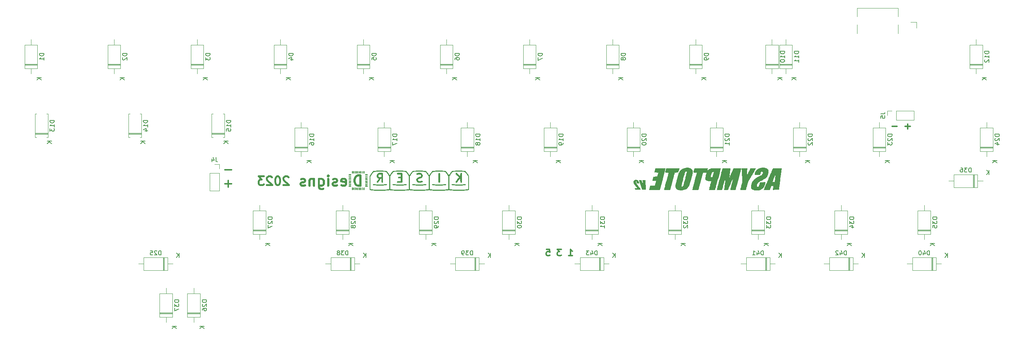
<source format=gbr>
%TF.GenerationSoftware,KiCad,Pcbnew,7.0.2*%
%TF.CreationDate,2023-05-23T19:20:25-05:00*%
%TF.ProjectId,Asymptote_PCB,4173796d-7074-46f7-9465-5f5043422e6b,rev?*%
%TF.SameCoordinates,Original*%
%TF.FileFunction,Legend,Bot*%
%TF.FilePolarity,Positive*%
%FSLAX46Y46*%
G04 Gerber Fmt 4.6, Leading zero omitted, Abs format (unit mm)*
G04 Created by KiCad (PCBNEW 7.0.2) date 2023-05-23 19:20:25*
%MOMM*%
%LPD*%
G01*
G04 APERTURE LIST*
%ADD10C,0.400000*%
%ADD11C,0.350000*%
%ADD12C,0.300000*%
%ADD13C,0.150000*%
%ADD14C,0.120000*%
G04 APERTURE END LIST*
D10*
G36*
X183781603Y-80752807D02*
G01*
X184541687Y-83003750D01*
X185427800Y-83003750D01*
X185291024Y-80752807D01*
X184662831Y-80752807D01*
X184668348Y-80810888D01*
X184673908Y-80868441D01*
X184679511Y-80925468D01*
X184685156Y-80981968D01*
X184690845Y-81037942D01*
X184696577Y-81093389D01*
X184702351Y-81148309D01*
X184708169Y-81202703D01*
X184714029Y-81256570D01*
X184719932Y-81309910D01*
X184725879Y-81362724D01*
X184731868Y-81415011D01*
X184737900Y-81466771D01*
X184743975Y-81518005D01*
X184750093Y-81568712D01*
X184756254Y-81618893D01*
X184762458Y-81668546D01*
X184768705Y-81717674D01*
X184774994Y-81766274D01*
X184781327Y-81814348D01*
X184787703Y-81861895D01*
X184794121Y-81908916D01*
X184800583Y-81955410D01*
X184807087Y-82001377D01*
X184813634Y-82046817D01*
X184820224Y-82091731D01*
X184826858Y-82136119D01*
X184833534Y-82179979D01*
X184840253Y-82223313D01*
X184847015Y-82266121D01*
X184853820Y-82308402D01*
X184860668Y-82350156D01*
X184850121Y-82307984D01*
X184839609Y-82266161D01*
X184829132Y-82224686D01*
X184818688Y-82183559D01*
X184808279Y-82142781D01*
X184797905Y-82102350D01*
X184787565Y-82062268D01*
X184777259Y-82022534D01*
X184766987Y-81983149D01*
X184756750Y-81944111D01*
X184746547Y-81905422D01*
X184736379Y-81867081D01*
X184726244Y-81829089D01*
X184716145Y-81791444D01*
X184706079Y-81754148D01*
X184696048Y-81717200D01*
X184686051Y-81680601D01*
X184676089Y-81644349D01*
X184666161Y-81608446D01*
X184656267Y-81572891D01*
X184646408Y-81537684D01*
X184636582Y-81502826D01*
X184626792Y-81468315D01*
X184617035Y-81434153D01*
X184607313Y-81400340D01*
X184597626Y-81366874D01*
X184587972Y-81333757D01*
X184578353Y-81300988D01*
X184568769Y-81268567D01*
X184559219Y-81236494D01*
X184549703Y-81204770D01*
X184540221Y-81173394D01*
X184411749Y-80752807D01*
X183781603Y-80752807D01*
G37*
G36*
X182905259Y-82659856D02*
G01*
X182976578Y-83003750D01*
X184202677Y-83003750D01*
X184146502Y-82731174D01*
X184101671Y-82673468D01*
X184057975Y-82617157D01*
X184015415Y-82562242D01*
X183973990Y-82508723D01*
X183933700Y-82456599D01*
X183894546Y-82405872D01*
X183856527Y-82356540D01*
X183819644Y-82308604D01*
X183783895Y-82262064D01*
X183749283Y-82216919D01*
X183715805Y-82173171D01*
X183683463Y-82130818D01*
X183652256Y-82089861D01*
X183622185Y-82050300D01*
X183593249Y-82012135D01*
X183565448Y-81975365D01*
X183538782Y-81939991D01*
X183513252Y-81906013D01*
X183488858Y-81873431D01*
X183465598Y-81842245D01*
X183443474Y-81812455D01*
X183422486Y-81784060D01*
X183402632Y-81757061D01*
X183383914Y-81731458D01*
X183366332Y-81707251D01*
X183349884Y-81684439D01*
X183334573Y-81663024D01*
X183320396Y-81643004D01*
X183307355Y-81624380D01*
X183295449Y-81607152D01*
X183275043Y-81576883D01*
X183257318Y-81549789D01*
X183240536Y-81523462D01*
X183224697Y-81497903D01*
X183209800Y-81473110D01*
X183195845Y-81449085D01*
X183182834Y-81425826D01*
X183170765Y-81403335D01*
X183159638Y-81381611D01*
X183149455Y-81360653D01*
X183140213Y-81340463D01*
X183131915Y-81321040D01*
X183124559Y-81302384D01*
X183115293Y-81275839D01*
X183108147Y-81251019D01*
X183104562Y-81235431D01*
X183100371Y-81213633D01*
X183097326Y-81193422D01*
X183095129Y-81170390D01*
X183094721Y-81149839D01*
X183096593Y-81128453D01*
X183102033Y-81108017D01*
X183103096Y-81105494D01*
X183113995Y-81087970D01*
X183129108Y-81075452D01*
X183148434Y-81067942D01*
X183168800Y-81065477D01*
X183171973Y-81065438D01*
X183191722Y-81067070D01*
X183213287Y-81073097D01*
X183233262Y-81083566D01*
X183249119Y-81096074D01*
X183263808Y-81111844D01*
X183275254Y-81128803D01*
X183286391Y-81150675D01*
X183295077Y-81171711D01*
X183303564Y-81195891D01*
X183309800Y-81216089D01*
X183315923Y-81238057D01*
X183321935Y-81261793D01*
X183327836Y-81287299D01*
X183331707Y-81305285D01*
X183379579Y-81534385D01*
X183897374Y-81534385D01*
X183876857Y-81436199D01*
X183872081Y-81413538D01*
X183867279Y-81391472D01*
X183862449Y-81370001D01*
X183857593Y-81349126D01*
X183852710Y-81328847D01*
X183847800Y-81309162D01*
X183842864Y-81290073D01*
X183835409Y-81262556D01*
X183827894Y-81236378D01*
X183820320Y-81211539D01*
X183812685Y-81188041D01*
X183804990Y-81165881D01*
X183797234Y-81145061D01*
X183788960Y-81124937D01*
X183779706Y-81104864D01*
X183769474Y-81084843D01*
X183758262Y-81064873D01*
X183746072Y-81044955D01*
X183732903Y-81025089D01*
X183718755Y-81005273D01*
X183703628Y-80985510D01*
X183687523Y-80965798D01*
X183670438Y-80946137D01*
X183658504Y-80933059D01*
X183639973Y-80913909D01*
X183620832Y-80895661D01*
X183601081Y-80878314D01*
X183580721Y-80861869D01*
X183559751Y-80846326D01*
X183538171Y-80831685D01*
X183515982Y-80817944D01*
X183493183Y-80805106D01*
X183469774Y-80793169D01*
X183445756Y-80782134D01*
X183429405Y-80775278D01*
X183404266Y-80765675D01*
X183378491Y-80757017D01*
X183352082Y-80749303D01*
X183325037Y-80742534D01*
X183297356Y-80736709D01*
X183269040Y-80731829D01*
X183240089Y-80727894D01*
X183220435Y-80725795D01*
X183200498Y-80724116D01*
X183180280Y-80722856D01*
X183159779Y-80722017D01*
X183138995Y-80721597D01*
X183128497Y-80721544D01*
X183107989Y-80721715D01*
X183087863Y-80722226D01*
X183068120Y-80723077D01*
X183029782Y-80725802D01*
X182992974Y-80729889D01*
X182957696Y-80735339D01*
X182923948Y-80742151D01*
X182891731Y-80750325D01*
X182861044Y-80759862D01*
X182831888Y-80770762D01*
X182804262Y-80783023D01*
X182778166Y-80796648D01*
X182753600Y-80811634D01*
X182730565Y-80827983D01*
X182709060Y-80845695D01*
X182689086Y-80864768D01*
X182670642Y-80885205D01*
X182661994Y-80895934D01*
X182645765Y-80918089D01*
X182631028Y-80940958D01*
X182617784Y-80964541D01*
X182606031Y-80988838D01*
X182595771Y-81013848D01*
X182587003Y-81039571D01*
X182579728Y-81066009D01*
X182573944Y-81093160D01*
X182569653Y-81121025D01*
X182566853Y-81149603D01*
X182565546Y-81178895D01*
X182565731Y-81208900D01*
X182567409Y-81239620D01*
X182570578Y-81271053D01*
X182575240Y-81303199D01*
X182581393Y-81336059D01*
X182586969Y-81360936D01*
X182593316Y-81385984D01*
X182600433Y-81411204D01*
X182608321Y-81436596D01*
X182616980Y-81462159D01*
X182626410Y-81487894D01*
X182636611Y-81513801D01*
X182647583Y-81539880D01*
X182659326Y-81566130D01*
X182671840Y-81592552D01*
X182685124Y-81619146D01*
X182699180Y-81645912D01*
X182714006Y-81672849D01*
X182729603Y-81699958D01*
X182745971Y-81727239D01*
X182763110Y-81754692D01*
X182782306Y-81784045D01*
X182804967Y-81817027D01*
X182817597Y-81834879D01*
X182831094Y-81853639D01*
X182845456Y-81873305D01*
X182860685Y-81893879D01*
X182876780Y-81915361D01*
X182893742Y-81937750D01*
X182911570Y-81961046D01*
X182930264Y-81985249D01*
X182949824Y-82010360D01*
X182970251Y-82036378D01*
X182991544Y-82063303D01*
X183013703Y-82091136D01*
X183036729Y-82119876D01*
X183060621Y-82149523D01*
X183085379Y-82180078D01*
X183111004Y-82211540D01*
X183137494Y-82243910D01*
X183164851Y-82277186D01*
X183193075Y-82311370D01*
X183222165Y-82346461D01*
X183252121Y-82382460D01*
X183282943Y-82419366D01*
X183314631Y-82457179D01*
X183347186Y-82495900D01*
X183380608Y-82535528D01*
X183414895Y-82576063D01*
X183450049Y-82617506D01*
X183486069Y-82659856D01*
X182905259Y-82659856D01*
G37*
D11*
X90455654Y-81625416D02*
X88931845Y-81625416D01*
X89693749Y-80863511D02*
X89693749Y-82387321D01*
X90455654Y-78385416D02*
X88931845Y-78385416D01*
D10*
X103441071Y-80078214D02*
X103345833Y-79982976D01*
X103345833Y-79982976D02*
X103155357Y-79887738D01*
X103155357Y-79887738D02*
X102679166Y-79887738D01*
X102679166Y-79887738D02*
X102488690Y-79982976D01*
X102488690Y-79982976D02*
X102393452Y-80078214D01*
X102393452Y-80078214D02*
X102298214Y-80268690D01*
X102298214Y-80268690D02*
X102298214Y-80459166D01*
X102298214Y-80459166D02*
X102393452Y-80744880D01*
X102393452Y-80744880D02*
X103536309Y-81887738D01*
X103536309Y-81887738D02*
X102298214Y-81887738D01*
X101060119Y-79887738D02*
X100869642Y-79887738D01*
X100869642Y-79887738D02*
X100679166Y-79982976D01*
X100679166Y-79982976D02*
X100583928Y-80078214D01*
X100583928Y-80078214D02*
X100488690Y-80268690D01*
X100488690Y-80268690D02*
X100393452Y-80649642D01*
X100393452Y-80649642D02*
X100393452Y-81125833D01*
X100393452Y-81125833D02*
X100488690Y-81506785D01*
X100488690Y-81506785D02*
X100583928Y-81697261D01*
X100583928Y-81697261D02*
X100679166Y-81792500D01*
X100679166Y-81792500D02*
X100869642Y-81887738D01*
X100869642Y-81887738D02*
X101060119Y-81887738D01*
X101060119Y-81887738D02*
X101250595Y-81792500D01*
X101250595Y-81792500D02*
X101345833Y-81697261D01*
X101345833Y-81697261D02*
X101441071Y-81506785D01*
X101441071Y-81506785D02*
X101536309Y-81125833D01*
X101536309Y-81125833D02*
X101536309Y-80649642D01*
X101536309Y-80649642D02*
X101441071Y-80268690D01*
X101441071Y-80268690D02*
X101345833Y-80078214D01*
X101345833Y-80078214D02*
X101250595Y-79982976D01*
X101250595Y-79982976D02*
X101060119Y-79887738D01*
X99631547Y-80078214D02*
X99536309Y-79982976D01*
X99536309Y-79982976D02*
X99345833Y-79887738D01*
X99345833Y-79887738D02*
X98869642Y-79887738D01*
X98869642Y-79887738D02*
X98679166Y-79982976D01*
X98679166Y-79982976D02*
X98583928Y-80078214D01*
X98583928Y-80078214D02*
X98488690Y-80268690D01*
X98488690Y-80268690D02*
X98488690Y-80459166D01*
X98488690Y-80459166D02*
X98583928Y-80744880D01*
X98583928Y-80744880D02*
X99726785Y-81887738D01*
X99726785Y-81887738D02*
X98488690Y-81887738D01*
X97822023Y-79887738D02*
X96583928Y-79887738D01*
X96583928Y-79887738D02*
X97250595Y-80649642D01*
X97250595Y-80649642D02*
X96964880Y-80649642D01*
X96964880Y-80649642D02*
X96774404Y-80744880D01*
X96774404Y-80744880D02*
X96679166Y-80840119D01*
X96679166Y-80840119D02*
X96583928Y-81030595D01*
X96583928Y-81030595D02*
X96583928Y-81506785D01*
X96583928Y-81506785D02*
X96679166Y-81697261D01*
X96679166Y-81697261D02*
X96774404Y-81792500D01*
X96774404Y-81792500D02*
X96964880Y-81887738D01*
X96964880Y-81887738D02*
X97536309Y-81887738D01*
X97536309Y-81887738D02*
X97726785Y-81792500D01*
X97726785Y-81792500D02*
X97822023Y-81697261D01*
D12*
X167696392Y-98158433D02*
X168553535Y-98158433D01*
X168124964Y-98158433D02*
X168124964Y-96658433D01*
X168124964Y-96658433D02*
X168267821Y-96872719D01*
X168267821Y-96872719D02*
X168410678Y-97015576D01*
X168410678Y-97015576D02*
X168553535Y-97087005D01*
X166053536Y-96658433D02*
X165124964Y-96658433D01*
X165124964Y-96658433D02*
X165624964Y-97229862D01*
X165624964Y-97229862D02*
X165410679Y-97229862D01*
X165410679Y-97229862D02*
X165267822Y-97301290D01*
X165267822Y-97301290D02*
X165196393Y-97372719D01*
X165196393Y-97372719D02*
X165124964Y-97515576D01*
X165124964Y-97515576D02*
X165124964Y-97872719D01*
X165124964Y-97872719D02*
X165196393Y-98015576D01*
X165196393Y-98015576D02*
X165267822Y-98087005D01*
X165267822Y-98087005D02*
X165410679Y-98158433D01*
X165410679Y-98158433D02*
X165839250Y-98158433D01*
X165839250Y-98158433D02*
X165982107Y-98087005D01*
X165982107Y-98087005D02*
X166053536Y-98015576D01*
X162624965Y-96658433D02*
X163339251Y-96658433D01*
X163339251Y-96658433D02*
X163410679Y-97372719D01*
X163410679Y-97372719D02*
X163339251Y-97301290D01*
X163339251Y-97301290D02*
X163196394Y-97229862D01*
X163196394Y-97229862D02*
X162839251Y-97229862D01*
X162839251Y-97229862D02*
X162696394Y-97301290D01*
X162696394Y-97301290D02*
X162624965Y-97372719D01*
X162624965Y-97372719D02*
X162553536Y-97515576D01*
X162553536Y-97515576D02*
X162553536Y-97872719D01*
X162553536Y-97872719D02*
X162624965Y-98015576D01*
X162624965Y-98015576D02*
X162696394Y-98087005D01*
X162696394Y-98087005D02*
X162839251Y-98158433D01*
X162839251Y-98158433D02*
X163196394Y-98158433D01*
X163196394Y-98158433D02*
X163339251Y-98087005D01*
X163339251Y-98087005D02*
X163410679Y-98015576D01*
X246014333Y-68457284D02*
X244871476Y-68457284D01*
X245442904Y-67885855D02*
X245442904Y-69028712D01*
X243014333Y-68457284D02*
X241871476Y-68457284D01*
D13*
%TO.C,J5*%
X239224404Y-65561630D02*
X239938689Y-65561630D01*
X239938689Y-65561630D02*
X240081546Y-65514011D01*
X240081546Y-65514011D02*
X240176785Y-65418773D01*
X240176785Y-65418773D02*
X240224404Y-65275916D01*
X240224404Y-65275916D02*
X240224404Y-65180678D01*
X239224404Y-66514011D02*
X239224404Y-66037821D01*
X239224404Y-66037821D02*
X239700594Y-65990202D01*
X239700594Y-65990202D02*
X239652975Y-66037821D01*
X239652975Y-66037821D02*
X239605356Y-66133059D01*
X239605356Y-66133059D02*
X239605356Y-66371154D01*
X239605356Y-66371154D02*
X239652975Y-66466392D01*
X239652975Y-66466392D02*
X239700594Y-66514011D01*
X239700594Y-66514011D02*
X239795832Y-66561630D01*
X239795832Y-66561630D02*
X240033927Y-66561630D01*
X240033927Y-66561630D02*
X240129165Y-66514011D01*
X240129165Y-66514011D02*
X240176785Y-66466392D01*
X240176785Y-66466392D02*
X240224404Y-66371154D01*
X240224404Y-66371154D02*
X240224404Y-66133059D01*
X240224404Y-66133059D02*
X240176785Y-66037821D01*
X240176785Y-66037821D02*
X240129165Y-65990202D01*
%TO.C,J4*%
X86852083Y-75571368D02*
X86852083Y-76285653D01*
X86852083Y-76285653D02*
X86899702Y-76428510D01*
X86899702Y-76428510D02*
X86994940Y-76523749D01*
X86994940Y-76523749D02*
X87137797Y-76571368D01*
X87137797Y-76571368D02*
X87233035Y-76571368D01*
X85947321Y-75904701D02*
X85947321Y-76571368D01*
X86185416Y-75523749D02*
X86423511Y-76238034D01*
X86423511Y-76238034D02*
X85804464Y-76238034D01*
%TO.C,D15*%
X90245119Y-67048214D02*
X89245119Y-67048214D01*
X89245119Y-67048214D02*
X89245119Y-67286309D01*
X89245119Y-67286309D02*
X89292738Y-67429166D01*
X89292738Y-67429166D02*
X89387976Y-67524404D01*
X89387976Y-67524404D02*
X89483214Y-67572023D01*
X89483214Y-67572023D02*
X89673690Y-67619642D01*
X89673690Y-67619642D02*
X89816547Y-67619642D01*
X89816547Y-67619642D02*
X90007023Y-67572023D01*
X90007023Y-67572023D02*
X90102261Y-67524404D01*
X90102261Y-67524404D02*
X90197500Y-67429166D01*
X90197500Y-67429166D02*
X90245119Y-67286309D01*
X90245119Y-67286309D02*
X90245119Y-67048214D01*
X90245119Y-68572023D02*
X90245119Y-68000595D01*
X90245119Y-68286309D02*
X89245119Y-68286309D01*
X89245119Y-68286309D02*
X89387976Y-68191071D01*
X89387976Y-68191071D02*
X89483214Y-68095833D01*
X89483214Y-68095833D02*
X89530833Y-68000595D01*
X89245119Y-69476785D02*
X89245119Y-69000595D01*
X89245119Y-69000595D02*
X89721309Y-68952976D01*
X89721309Y-68952976D02*
X89673690Y-69000595D01*
X89673690Y-69000595D02*
X89626071Y-69095833D01*
X89626071Y-69095833D02*
X89626071Y-69333928D01*
X89626071Y-69333928D02*
X89673690Y-69429166D01*
X89673690Y-69429166D02*
X89721309Y-69476785D01*
X89721309Y-69476785D02*
X89816547Y-69524404D01*
X89816547Y-69524404D02*
X90054642Y-69524404D01*
X90054642Y-69524404D02*
X90149880Y-69476785D01*
X90149880Y-69476785D02*
X90197500Y-69429166D01*
X90197500Y-69429166D02*
X90245119Y-69333928D01*
X90245119Y-69333928D02*
X90245119Y-69095833D01*
X90245119Y-69095833D02*
X90197500Y-69000595D01*
X90197500Y-69000595D02*
X90149880Y-68952976D01*
X89675119Y-71810595D02*
X88675119Y-71810595D01*
X89675119Y-72382023D02*
X89103690Y-71953452D01*
X88675119Y-72382023D02*
X89246547Y-71810595D01*
%TO.C,D14*%
X71195119Y-67048214D02*
X70195119Y-67048214D01*
X70195119Y-67048214D02*
X70195119Y-67286309D01*
X70195119Y-67286309D02*
X70242738Y-67429166D01*
X70242738Y-67429166D02*
X70337976Y-67524404D01*
X70337976Y-67524404D02*
X70433214Y-67572023D01*
X70433214Y-67572023D02*
X70623690Y-67619642D01*
X70623690Y-67619642D02*
X70766547Y-67619642D01*
X70766547Y-67619642D02*
X70957023Y-67572023D01*
X70957023Y-67572023D02*
X71052261Y-67524404D01*
X71052261Y-67524404D02*
X71147500Y-67429166D01*
X71147500Y-67429166D02*
X71195119Y-67286309D01*
X71195119Y-67286309D02*
X71195119Y-67048214D01*
X71195119Y-68572023D02*
X71195119Y-68000595D01*
X71195119Y-68286309D02*
X70195119Y-68286309D01*
X70195119Y-68286309D02*
X70337976Y-68191071D01*
X70337976Y-68191071D02*
X70433214Y-68095833D01*
X70433214Y-68095833D02*
X70480833Y-68000595D01*
X70528452Y-69429166D02*
X71195119Y-69429166D01*
X70147500Y-69191071D02*
X70861785Y-68952976D01*
X70861785Y-68952976D02*
X70861785Y-69572023D01*
X70625119Y-71810595D02*
X69625119Y-71810595D01*
X70625119Y-72382023D02*
X70053690Y-71953452D01*
X69625119Y-72382023D02*
X70196547Y-71810595D01*
%TO.C,D13*%
X49763869Y-67048214D02*
X48763869Y-67048214D01*
X48763869Y-67048214D02*
X48763869Y-67286309D01*
X48763869Y-67286309D02*
X48811488Y-67429166D01*
X48811488Y-67429166D02*
X48906726Y-67524404D01*
X48906726Y-67524404D02*
X49001964Y-67572023D01*
X49001964Y-67572023D02*
X49192440Y-67619642D01*
X49192440Y-67619642D02*
X49335297Y-67619642D01*
X49335297Y-67619642D02*
X49525773Y-67572023D01*
X49525773Y-67572023D02*
X49621011Y-67524404D01*
X49621011Y-67524404D02*
X49716250Y-67429166D01*
X49716250Y-67429166D02*
X49763869Y-67286309D01*
X49763869Y-67286309D02*
X49763869Y-67048214D01*
X49763869Y-68572023D02*
X49763869Y-68000595D01*
X49763869Y-68286309D02*
X48763869Y-68286309D01*
X48763869Y-68286309D02*
X48906726Y-68191071D01*
X48906726Y-68191071D02*
X49001964Y-68095833D01*
X49001964Y-68095833D02*
X49049583Y-68000595D01*
X48763869Y-68905357D02*
X48763869Y-69524404D01*
X48763869Y-69524404D02*
X49144821Y-69191071D01*
X49144821Y-69191071D02*
X49144821Y-69333928D01*
X49144821Y-69333928D02*
X49192440Y-69429166D01*
X49192440Y-69429166D02*
X49240059Y-69476785D01*
X49240059Y-69476785D02*
X49335297Y-69524404D01*
X49335297Y-69524404D02*
X49573392Y-69524404D01*
X49573392Y-69524404D02*
X49668630Y-69476785D01*
X49668630Y-69476785D02*
X49716250Y-69429166D01*
X49716250Y-69429166D02*
X49763869Y-69333928D01*
X49763869Y-69333928D02*
X49763869Y-69048214D01*
X49763869Y-69048214D02*
X49716250Y-68952976D01*
X49716250Y-68952976D02*
X49668630Y-68905357D01*
X49193869Y-71810595D02*
X48193869Y-71810595D01*
X49193869Y-72382023D02*
X48622440Y-71953452D01*
X48193869Y-72382023D02*
X48765297Y-71810595D01*
%TO.C,D12*%
X264076369Y-51173213D02*
X263076369Y-51173213D01*
X263076369Y-51173213D02*
X263076369Y-51411308D01*
X263076369Y-51411308D02*
X263123988Y-51554165D01*
X263123988Y-51554165D02*
X263219226Y-51649403D01*
X263219226Y-51649403D02*
X263314464Y-51697022D01*
X263314464Y-51697022D02*
X263504940Y-51744641D01*
X263504940Y-51744641D02*
X263647797Y-51744641D01*
X263647797Y-51744641D02*
X263838273Y-51697022D01*
X263838273Y-51697022D02*
X263933511Y-51649403D01*
X263933511Y-51649403D02*
X264028750Y-51554165D01*
X264028750Y-51554165D02*
X264076369Y-51411308D01*
X264076369Y-51411308D02*
X264076369Y-51173213D01*
X264076369Y-52697022D02*
X264076369Y-52125594D01*
X264076369Y-52411308D02*
X263076369Y-52411308D01*
X263076369Y-52411308D02*
X263219226Y-52316070D01*
X263219226Y-52316070D02*
X263314464Y-52220832D01*
X263314464Y-52220832D02*
X263362083Y-52125594D01*
X263171607Y-53077975D02*
X263123988Y-53125594D01*
X263123988Y-53125594D02*
X263076369Y-53220832D01*
X263076369Y-53220832D02*
X263076369Y-53458927D01*
X263076369Y-53458927D02*
X263123988Y-53554165D01*
X263123988Y-53554165D02*
X263171607Y-53601784D01*
X263171607Y-53601784D02*
X263266845Y-53649403D01*
X263266845Y-53649403D02*
X263362083Y-53649403D01*
X263362083Y-53649403D02*
X263504940Y-53601784D01*
X263504940Y-53601784D02*
X264076369Y-53030356D01*
X264076369Y-53030356D02*
X264076369Y-53649403D01*
X263506369Y-57205594D02*
X262506369Y-57205594D01*
X263506369Y-57777022D02*
X262934940Y-57348451D01*
X262506369Y-57777022D02*
X263077797Y-57205594D01*
%TO.C,D11*%
X220432619Y-51173212D02*
X219432619Y-51173212D01*
X219432619Y-51173212D02*
X219432619Y-51411307D01*
X219432619Y-51411307D02*
X219480238Y-51554164D01*
X219480238Y-51554164D02*
X219575476Y-51649402D01*
X219575476Y-51649402D02*
X219670714Y-51697021D01*
X219670714Y-51697021D02*
X219861190Y-51744640D01*
X219861190Y-51744640D02*
X220004047Y-51744640D01*
X220004047Y-51744640D02*
X220194523Y-51697021D01*
X220194523Y-51697021D02*
X220289761Y-51649402D01*
X220289761Y-51649402D02*
X220385000Y-51554164D01*
X220385000Y-51554164D02*
X220432619Y-51411307D01*
X220432619Y-51411307D02*
X220432619Y-51173212D01*
X220432619Y-52697021D02*
X220432619Y-52125593D01*
X220432619Y-52411307D02*
X219432619Y-52411307D01*
X219432619Y-52411307D02*
X219575476Y-52316069D01*
X219575476Y-52316069D02*
X219670714Y-52220831D01*
X219670714Y-52220831D02*
X219718333Y-52125593D01*
X220432619Y-53649402D02*
X220432619Y-53077974D01*
X220432619Y-53363688D02*
X219432619Y-53363688D01*
X219432619Y-53363688D02*
X219575476Y-53268450D01*
X219575476Y-53268450D02*
X219670714Y-53173212D01*
X219670714Y-53173212D02*
X219718333Y-53077974D01*
X219862619Y-57205593D02*
X218862619Y-57205593D01*
X219862619Y-57777021D02*
X219291190Y-57348450D01*
X218862619Y-57777021D02*
X219434047Y-57205593D01*
%TO.C,D34*%
X233120119Y-89273213D02*
X232120119Y-89273213D01*
X232120119Y-89273213D02*
X232120119Y-89511308D01*
X232120119Y-89511308D02*
X232167738Y-89654165D01*
X232167738Y-89654165D02*
X232262976Y-89749403D01*
X232262976Y-89749403D02*
X232358214Y-89797022D01*
X232358214Y-89797022D02*
X232548690Y-89844641D01*
X232548690Y-89844641D02*
X232691547Y-89844641D01*
X232691547Y-89844641D02*
X232882023Y-89797022D01*
X232882023Y-89797022D02*
X232977261Y-89749403D01*
X232977261Y-89749403D02*
X233072500Y-89654165D01*
X233072500Y-89654165D02*
X233120119Y-89511308D01*
X233120119Y-89511308D02*
X233120119Y-89273213D01*
X232120119Y-90177975D02*
X232120119Y-90797022D01*
X232120119Y-90797022D02*
X232501071Y-90463689D01*
X232501071Y-90463689D02*
X232501071Y-90606546D01*
X232501071Y-90606546D02*
X232548690Y-90701784D01*
X232548690Y-90701784D02*
X232596309Y-90749403D01*
X232596309Y-90749403D02*
X232691547Y-90797022D01*
X232691547Y-90797022D02*
X232929642Y-90797022D01*
X232929642Y-90797022D02*
X233024880Y-90749403D01*
X233024880Y-90749403D02*
X233072500Y-90701784D01*
X233072500Y-90701784D02*
X233120119Y-90606546D01*
X233120119Y-90606546D02*
X233120119Y-90320832D01*
X233120119Y-90320832D02*
X233072500Y-90225594D01*
X233072500Y-90225594D02*
X233024880Y-90177975D01*
X232453452Y-91654165D02*
X233120119Y-91654165D01*
X232072500Y-91416070D02*
X232786785Y-91177975D01*
X232786785Y-91177975D02*
X232786785Y-91797022D01*
X232550119Y-95305594D02*
X231550119Y-95305594D01*
X232550119Y-95877022D02*
X231978690Y-95448451D01*
X231550119Y-95877022D02*
X232121547Y-95305594D01*
%TO.C,D28*%
X118820119Y-89273213D02*
X117820119Y-89273213D01*
X117820119Y-89273213D02*
X117820119Y-89511308D01*
X117820119Y-89511308D02*
X117867738Y-89654165D01*
X117867738Y-89654165D02*
X117962976Y-89749403D01*
X117962976Y-89749403D02*
X118058214Y-89797022D01*
X118058214Y-89797022D02*
X118248690Y-89844641D01*
X118248690Y-89844641D02*
X118391547Y-89844641D01*
X118391547Y-89844641D02*
X118582023Y-89797022D01*
X118582023Y-89797022D02*
X118677261Y-89749403D01*
X118677261Y-89749403D02*
X118772500Y-89654165D01*
X118772500Y-89654165D02*
X118820119Y-89511308D01*
X118820119Y-89511308D02*
X118820119Y-89273213D01*
X117915357Y-90225594D02*
X117867738Y-90273213D01*
X117867738Y-90273213D02*
X117820119Y-90368451D01*
X117820119Y-90368451D02*
X117820119Y-90606546D01*
X117820119Y-90606546D02*
X117867738Y-90701784D01*
X117867738Y-90701784D02*
X117915357Y-90749403D01*
X117915357Y-90749403D02*
X118010595Y-90797022D01*
X118010595Y-90797022D02*
X118105833Y-90797022D01*
X118105833Y-90797022D02*
X118248690Y-90749403D01*
X118248690Y-90749403D02*
X118820119Y-90177975D01*
X118820119Y-90177975D02*
X118820119Y-90797022D01*
X118248690Y-91368451D02*
X118201071Y-91273213D01*
X118201071Y-91273213D02*
X118153452Y-91225594D01*
X118153452Y-91225594D02*
X118058214Y-91177975D01*
X118058214Y-91177975D02*
X118010595Y-91177975D01*
X118010595Y-91177975D02*
X117915357Y-91225594D01*
X117915357Y-91225594D02*
X117867738Y-91273213D01*
X117867738Y-91273213D02*
X117820119Y-91368451D01*
X117820119Y-91368451D02*
X117820119Y-91558927D01*
X117820119Y-91558927D02*
X117867738Y-91654165D01*
X117867738Y-91654165D02*
X117915357Y-91701784D01*
X117915357Y-91701784D02*
X118010595Y-91749403D01*
X118010595Y-91749403D02*
X118058214Y-91749403D01*
X118058214Y-91749403D02*
X118153452Y-91701784D01*
X118153452Y-91701784D02*
X118201071Y-91654165D01*
X118201071Y-91654165D02*
X118248690Y-91558927D01*
X118248690Y-91558927D02*
X118248690Y-91368451D01*
X118248690Y-91368451D02*
X118296309Y-91273213D01*
X118296309Y-91273213D02*
X118343928Y-91225594D01*
X118343928Y-91225594D02*
X118439166Y-91177975D01*
X118439166Y-91177975D02*
X118629642Y-91177975D01*
X118629642Y-91177975D02*
X118724880Y-91225594D01*
X118724880Y-91225594D02*
X118772500Y-91273213D01*
X118772500Y-91273213D02*
X118820119Y-91368451D01*
X118820119Y-91368451D02*
X118820119Y-91558927D01*
X118820119Y-91558927D02*
X118772500Y-91654165D01*
X118772500Y-91654165D02*
X118724880Y-91701784D01*
X118724880Y-91701784D02*
X118629642Y-91749403D01*
X118629642Y-91749403D02*
X118439166Y-91749403D01*
X118439166Y-91749403D02*
X118343928Y-91701784D01*
X118343928Y-91701784D02*
X118296309Y-91654165D01*
X118296309Y-91654165D02*
X118248690Y-91558927D01*
X118250119Y-95305594D02*
X117250119Y-95305594D01*
X118250119Y-95877022D02*
X117678690Y-95448451D01*
X117250119Y-95877022D02*
X117821547Y-95305594D01*
%TO.C,D7*%
X161682619Y-51649404D02*
X160682619Y-51649404D01*
X160682619Y-51649404D02*
X160682619Y-51887499D01*
X160682619Y-51887499D02*
X160730238Y-52030356D01*
X160730238Y-52030356D02*
X160825476Y-52125594D01*
X160825476Y-52125594D02*
X160920714Y-52173213D01*
X160920714Y-52173213D02*
X161111190Y-52220832D01*
X161111190Y-52220832D02*
X161254047Y-52220832D01*
X161254047Y-52220832D02*
X161444523Y-52173213D01*
X161444523Y-52173213D02*
X161539761Y-52125594D01*
X161539761Y-52125594D02*
X161635000Y-52030356D01*
X161635000Y-52030356D02*
X161682619Y-51887499D01*
X161682619Y-51887499D02*
X161682619Y-51649404D01*
X160682619Y-52554166D02*
X160682619Y-53220832D01*
X160682619Y-53220832D02*
X161682619Y-52792261D01*
X161112619Y-57205594D02*
X160112619Y-57205594D01*
X161112619Y-57777022D02*
X160541190Y-57348451D01*
X160112619Y-57777022D02*
X160684047Y-57205594D01*
%TO.C,D23*%
X241851369Y-70223213D02*
X240851369Y-70223213D01*
X240851369Y-70223213D02*
X240851369Y-70461308D01*
X240851369Y-70461308D02*
X240898988Y-70604165D01*
X240898988Y-70604165D02*
X240994226Y-70699403D01*
X240994226Y-70699403D02*
X241089464Y-70747022D01*
X241089464Y-70747022D02*
X241279940Y-70794641D01*
X241279940Y-70794641D02*
X241422797Y-70794641D01*
X241422797Y-70794641D02*
X241613273Y-70747022D01*
X241613273Y-70747022D02*
X241708511Y-70699403D01*
X241708511Y-70699403D02*
X241803750Y-70604165D01*
X241803750Y-70604165D02*
X241851369Y-70461308D01*
X241851369Y-70461308D02*
X241851369Y-70223213D01*
X240946607Y-71175594D02*
X240898988Y-71223213D01*
X240898988Y-71223213D02*
X240851369Y-71318451D01*
X240851369Y-71318451D02*
X240851369Y-71556546D01*
X240851369Y-71556546D02*
X240898988Y-71651784D01*
X240898988Y-71651784D02*
X240946607Y-71699403D01*
X240946607Y-71699403D02*
X241041845Y-71747022D01*
X241041845Y-71747022D02*
X241137083Y-71747022D01*
X241137083Y-71747022D02*
X241279940Y-71699403D01*
X241279940Y-71699403D02*
X241851369Y-71127975D01*
X241851369Y-71127975D02*
X241851369Y-71747022D01*
X240851369Y-72080356D02*
X240851369Y-72699403D01*
X240851369Y-72699403D02*
X241232321Y-72366070D01*
X241232321Y-72366070D02*
X241232321Y-72508927D01*
X241232321Y-72508927D02*
X241279940Y-72604165D01*
X241279940Y-72604165D02*
X241327559Y-72651784D01*
X241327559Y-72651784D02*
X241422797Y-72699403D01*
X241422797Y-72699403D02*
X241660892Y-72699403D01*
X241660892Y-72699403D02*
X241756130Y-72651784D01*
X241756130Y-72651784D02*
X241803750Y-72604165D01*
X241803750Y-72604165D02*
X241851369Y-72508927D01*
X241851369Y-72508927D02*
X241851369Y-72223213D01*
X241851369Y-72223213D02*
X241803750Y-72127975D01*
X241803750Y-72127975D02*
X241756130Y-72080356D01*
X241281369Y-76255594D02*
X240281369Y-76255594D01*
X241281369Y-76827022D02*
X240709940Y-76398451D01*
X240281369Y-76827022D02*
X240852797Y-76255594D01*
%TO.C,D33*%
X214070119Y-89273213D02*
X213070119Y-89273213D01*
X213070119Y-89273213D02*
X213070119Y-89511308D01*
X213070119Y-89511308D02*
X213117738Y-89654165D01*
X213117738Y-89654165D02*
X213212976Y-89749403D01*
X213212976Y-89749403D02*
X213308214Y-89797022D01*
X213308214Y-89797022D02*
X213498690Y-89844641D01*
X213498690Y-89844641D02*
X213641547Y-89844641D01*
X213641547Y-89844641D02*
X213832023Y-89797022D01*
X213832023Y-89797022D02*
X213927261Y-89749403D01*
X213927261Y-89749403D02*
X214022500Y-89654165D01*
X214022500Y-89654165D02*
X214070119Y-89511308D01*
X214070119Y-89511308D02*
X214070119Y-89273213D01*
X213070119Y-90177975D02*
X213070119Y-90797022D01*
X213070119Y-90797022D02*
X213451071Y-90463689D01*
X213451071Y-90463689D02*
X213451071Y-90606546D01*
X213451071Y-90606546D02*
X213498690Y-90701784D01*
X213498690Y-90701784D02*
X213546309Y-90749403D01*
X213546309Y-90749403D02*
X213641547Y-90797022D01*
X213641547Y-90797022D02*
X213879642Y-90797022D01*
X213879642Y-90797022D02*
X213974880Y-90749403D01*
X213974880Y-90749403D02*
X214022500Y-90701784D01*
X214022500Y-90701784D02*
X214070119Y-90606546D01*
X214070119Y-90606546D02*
X214070119Y-90320832D01*
X214070119Y-90320832D02*
X214022500Y-90225594D01*
X214022500Y-90225594D02*
X213974880Y-90177975D01*
X213070119Y-91130356D02*
X213070119Y-91749403D01*
X213070119Y-91749403D02*
X213451071Y-91416070D01*
X213451071Y-91416070D02*
X213451071Y-91558927D01*
X213451071Y-91558927D02*
X213498690Y-91654165D01*
X213498690Y-91654165D02*
X213546309Y-91701784D01*
X213546309Y-91701784D02*
X213641547Y-91749403D01*
X213641547Y-91749403D02*
X213879642Y-91749403D01*
X213879642Y-91749403D02*
X213974880Y-91701784D01*
X213974880Y-91701784D02*
X214022500Y-91654165D01*
X214022500Y-91654165D02*
X214070119Y-91558927D01*
X214070119Y-91558927D02*
X214070119Y-91273213D01*
X214070119Y-91273213D02*
X214022500Y-91177975D01*
X214022500Y-91177975D02*
X213974880Y-91130356D01*
X213500119Y-95305594D02*
X212500119Y-95305594D01*
X213500119Y-95877022D02*
X212928690Y-95448451D01*
X212500119Y-95877022D02*
X213071547Y-95305594D01*
%TO.C,D42*%
X231401785Y-98005119D02*
X231401785Y-97005119D01*
X231401785Y-97005119D02*
X231163690Y-97005119D01*
X231163690Y-97005119D02*
X231020833Y-97052738D01*
X231020833Y-97052738D02*
X230925595Y-97147976D01*
X230925595Y-97147976D02*
X230877976Y-97243214D01*
X230877976Y-97243214D02*
X230830357Y-97433690D01*
X230830357Y-97433690D02*
X230830357Y-97576547D01*
X230830357Y-97576547D02*
X230877976Y-97767023D01*
X230877976Y-97767023D02*
X230925595Y-97862261D01*
X230925595Y-97862261D02*
X231020833Y-97957500D01*
X231020833Y-97957500D02*
X231163690Y-98005119D01*
X231163690Y-98005119D02*
X231401785Y-98005119D01*
X229973214Y-97338452D02*
X229973214Y-98005119D01*
X230211309Y-96957500D02*
X230449404Y-97671785D01*
X230449404Y-97671785D02*
X229830357Y-97671785D01*
X229497023Y-97100357D02*
X229449404Y-97052738D01*
X229449404Y-97052738D02*
X229354166Y-97005119D01*
X229354166Y-97005119D02*
X229116071Y-97005119D01*
X229116071Y-97005119D02*
X229020833Y-97052738D01*
X229020833Y-97052738D02*
X228973214Y-97100357D01*
X228973214Y-97100357D02*
X228925595Y-97195595D01*
X228925595Y-97195595D02*
X228925595Y-97290833D01*
X228925595Y-97290833D02*
X228973214Y-97433690D01*
X228973214Y-97433690D02*
X229544642Y-98005119D01*
X229544642Y-98005119D02*
X228925595Y-98005119D01*
X235529404Y-98575119D02*
X235529404Y-97575119D01*
X234957976Y-98575119D02*
X235386547Y-98003690D01*
X234957976Y-97575119D02*
X235529404Y-98146547D01*
%TO.C,D5*%
X123582619Y-51649404D02*
X122582619Y-51649404D01*
X122582619Y-51649404D02*
X122582619Y-51887499D01*
X122582619Y-51887499D02*
X122630238Y-52030356D01*
X122630238Y-52030356D02*
X122725476Y-52125594D01*
X122725476Y-52125594D02*
X122820714Y-52173213D01*
X122820714Y-52173213D02*
X123011190Y-52220832D01*
X123011190Y-52220832D02*
X123154047Y-52220832D01*
X123154047Y-52220832D02*
X123344523Y-52173213D01*
X123344523Y-52173213D02*
X123439761Y-52125594D01*
X123439761Y-52125594D02*
X123535000Y-52030356D01*
X123535000Y-52030356D02*
X123582619Y-51887499D01*
X123582619Y-51887499D02*
X123582619Y-51649404D01*
X122582619Y-53125594D02*
X122582619Y-52649404D01*
X122582619Y-52649404D02*
X123058809Y-52601785D01*
X123058809Y-52601785D02*
X123011190Y-52649404D01*
X123011190Y-52649404D02*
X122963571Y-52744642D01*
X122963571Y-52744642D02*
X122963571Y-52982737D01*
X122963571Y-52982737D02*
X123011190Y-53077975D01*
X123011190Y-53077975D02*
X123058809Y-53125594D01*
X123058809Y-53125594D02*
X123154047Y-53173213D01*
X123154047Y-53173213D02*
X123392142Y-53173213D01*
X123392142Y-53173213D02*
X123487380Y-53125594D01*
X123487380Y-53125594D02*
X123535000Y-53077975D01*
X123535000Y-53077975D02*
X123582619Y-52982737D01*
X123582619Y-52982737D02*
X123582619Y-52744642D01*
X123582619Y-52744642D02*
X123535000Y-52649404D01*
X123535000Y-52649404D02*
X123487380Y-52601785D01*
X123012619Y-57205594D02*
X122012619Y-57205594D01*
X123012619Y-57777022D02*
X122441190Y-57348451D01*
X122012619Y-57777022D02*
X122584047Y-57205594D01*
%TO.C,D40*%
X250451785Y-98005119D02*
X250451785Y-97005119D01*
X250451785Y-97005119D02*
X250213690Y-97005119D01*
X250213690Y-97005119D02*
X250070833Y-97052738D01*
X250070833Y-97052738D02*
X249975595Y-97147976D01*
X249975595Y-97147976D02*
X249927976Y-97243214D01*
X249927976Y-97243214D02*
X249880357Y-97433690D01*
X249880357Y-97433690D02*
X249880357Y-97576547D01*
X249880357Y-97576547D02*
X249927976Y-97767023D01*
X249927976Y-97767023D02*
X249975595Y-97862261D01*
X249975595Y-97862261D02*
X250070833Y-97957500D01*
X250070833Y-97957500D02*
X250213690Y-98005119D01*
X250213690Y-98005119D02*
X250451785Y-98005119D01*
X249023214Y-97338452D02*
X249023214Y-98005119D01*
X249261309Y-96957500D02*
X249499404Y-97671785D01*
X249499404Y-97671785D02*
X248880357Y-97671785D01*
X248308928Y-97005119D02*
X248213690Y-97005119D01*
X248213690Y-97005119D02*
X248118452Y-97052738D01*
X248118452Y-97052738D02*
X248070833Y-97100357D01*
X248070833Y-97100357D02*
X248023214Y-97195595D01*
X248023214Y-97195595D02*
X247975595Y-97386071D01*
X247975595Y-97386071D02*
X247975595Y-97624166D01*
X247975595Y-97624166D02*
X248023214Y-97814642D01*
X248023214Y-97814642D02*
X248070833Y-97909880D01*
X248070833Y-97909880D02*
X248118452Y-97957500D01*
X248118452Y-97957500D02*
X248213690Y-98005119D01*
X248213690Y-98005119D02*
X248308928Y-98005119D01*
X248308928Y-98005119D02*
X248404166Y-97957500D01*
X248404166Y-97957500D02*
X248451785Y-97909880D01*
X248451785Y-97909880D02*
X248499404Y-97814642D01*
X248499404Y-97814642D02*
X248547023Y-97624166D01*
X248547023Y-97624166D02*
X248547023Y-97386071D01*
X248547023Y-97386071D02*
X248499404Y-97195595D01*
X248499404Y-97195595D02*
X248451785Y-97100357D01*
X248451785Y-97100357D02*
X248404166Y-97052738D01*
X248404166Y-97052738D02*
X248308928Y-97005119D01*
X254579404Y-98575119D02*
X254579404Y-97575119D01*
X254007976Y-98575119D02*
X254436547Y-98003690D01*
X254007976Y-97575119D02*
X254579404Y-98146547D01*
%TO.C,D36*%
X259976784Y-78955119D02*
X259976784Y-77955119D01*
X259976784Y-77955119D02*
X259738689Y-77955119D01*
X259738689Y-77955119D02*
X259595832Y-78002738D01*
X259595832Y-78002738D02*
X259500594Y-78097976D01*
X259500594Y-78097976D02*
X259452975Y-78193214D01*
X259452975Y-78193214D02*
X259405356Y-78383690D01*
X259405356Y-78383690D02*
X259405356Y-78526547D01*
X259405356Y-78526547D02*
X259452975Y-78717023D01*
X259452975Y-78717023D02*
X259500594Y-78812261D01*
X259500594Y-78812261D02*
X259595832Y-78907500D01*
X259595832Y-78907500D02*
X259738689Y-78955119D01*
X259738689Y-78955119D02*
X259976784Y-78955119D01*
X259072022Y-77955119D02*
X258452975Y-77955119D01*
X258452975Y-77955119D02*
X258786308Y-78336071D01*
X258786308Y-78336071D02*
X258643451Y-78336071D01*
X258643451Y-78336071D02*
X258548213Y-78383690D01*
X258548213Y-78383690D02*
X258500594Y-78431309D01*
X258500594Y-78431309D02*
X258452975Y-78526547D01*
X258452975Y-78526547D02*
X258452975Y-78764642D01*
X258452975Y-78764642D02*
X258500594Y-78859880D01*
X258500594Y-78859880D02*
X258548213Y-78907500D01*
X258548213Y-78907500D02*
X258643451Y-78955119D01*
X258643451Y-78955119D02*
X258929165Y-78955119D01*
X258929165Y-78955119D02*
X259024403Y-78907500D01*
X259024403Y-78907500D02*
X259072022Y-78859880D01*
X257595832Y-77955119D02*
X257786308Y-77955119D01*
X257786308Y-77955119D02*
X257881546Y-78002738D01*
X257881546Y-78002738D02*
X257929165Y-78050357D01*
X257929165Y-78050357D02*
X258024403Y-78193214D01*
X258024403Y-78193214D02*
X258072022Y-78383690D01*
X258072022Y-78383690D02*
X258072022Y-78764642D01*
X258072022Y-78764642D02*
X258024403Y-78859880D01*
X258024403Y-78859880D02*
X257976784Y-78907500D01*
X257976784Y-78907500D02*
X257881546Y-78955119D01*
X257881546Y-78955119D02*
X257691070Y-78955119D01*
X257691070Y-78955119D02*
X257595832Y-78907500D01*
X257595832Y-78907500D02*
X257548213Y-78859880D01*
X257548213Y-78859880D02*
X257500594Y-78764642D01*
X257500594Y-78764642D02*
X257500594Y-78526547D01*
X257500594Y-78526547D02*
X257548213Y-78431309D01*
X257548213Y-78431309D02*
X257595832Y-78383690D01*
X257595832Y-78383690D02*
X257691070Y-78336071D01*
X257691070Y-78336071D02*
X257881546Y-78336071D01*
X257881546Y-78336071D02*
X257976784Y-78383690D01*
X257976784Y-78383690D02*
X258024403Y-78431309D01*
X258024403Y-78431309D02*
X258072022Y-78526547D01*
X264104403Y-79525119D02*
X264104403Y-78525119D01*
X263532975Y-79525119D02*
X263961546Y-78953690D01*
X263532975Y-78525119D02*
X264104403Y-79096547D01*
%TO.C,D8*%
X180732619Y-51649404D02*
X179732619Y-51649404D01*
X179732619Y-51649404D02*
X179732619Y-51887499D01*
X179732619Y-51887499D02*
X179780238Y-52030356D01*
X179780238Y-52030356D02*
X179875476Y-52125594D01*
X179875476Y-52125594D02*
X179970714Y-52173213D01*
X179970714Y-52173213D02*
X180161190Y-52220832D01*
X180161190Y-52220832D02*
X180304047Y-52220832D01*
X180304047Y-52220832D02*
X180494523Y-52173213D01*
X180494523Y-52173213D02*
X180589761Y-52125594D01*
X180589761Y-52125594D02*
X180685000Y-52030356D01*
X180685000Y-52030356D02*
X180732619Y-51887499D01*
X180732619Y-51887499D02*
X180732619Y-51649404D01*
X180161190Y-52792261D02*
X180113571Y-52697023D01*
X180113571Y-52697023D02*
X180065952Y-52649404D01*
X180065952Y-52649404D02*
X179970714Y-52601785D01*
X179970714Y-52601785D02*
X179923095Y-52601785D01*
X179923095Y-52601785D02*
X179827857Y-52649404D01*
X179827857Y-52649404D02*
X179780238Y-52697023D01*
X179780238Y-52697023D02*
X179732619Y-52792261D01*
X179732619Y-52792261D02*
X179732619Y-52982737D01*
X179732619Y-52982737D02*
X179780238Y-53077975D01*
X179780238Y-53077975D02*
X179827857Y-53125594D01*
X179827857Y-53125594D02*
X179923095Y-53173213D01*
X179923095Y-53173213D02*
X179970714Y-53173213D01*
X179970714Y-53173213D02*
X180065952Y-53125594D01*
X180065952Y-53125594D02*
X180113571Y-53077975D01*
X180113571Y-53077975D02*
X180161190Y-52982737D01*
X180161190Y-52982737D02*
X180161190Y-52792261D01*
X180161190Y-52792261D02*
X180208809Y-52697023D01*
X180208809Y-52697023D02*
X180256428Y-52649404D01*
X180256428Y-52649404D02*
X180351666Y-52601785D01*
X180351666Y-52601785D02*
X180542142Y-52601785D01*
X180542142Y-52601785D02*
X180637380Y-52649404D01*
X180637380Y-52649404D02*
X180685000Y-52697023D01*
X180685000Y-52697023D02*
X180732619Y-52792261D01*
X180732619Y-52792261D02*
X180732619Y-52982737D01*
X180732619Y-52982737D02*
X180685000Y-53077975D01*
X180685000Y-53077975D02*
X180637380Y-53125594D01*
X180637380Y-53125594D02*
X180542142Y-53173213D01*
X180542142Y-53173213D02*
X180351666Y-53173213D01*
X180351666Y-53173213D02*
X180256428Y-53125594D01*
X180256428Y-53125594D02*
X180208809Y-53077975D01*
X180208809Y-53077975D02*
X180161190Y-52982737D01*
X180162619Y-57205594D02*
X179162619Y-57205594D01*
X180162619Y-57777022D02*
X179591190Y-57348451D01*
X179162619Y-57777022D02*
X179734047Y-57205594D01*
%TO.C,D18*%
X147395119Y-70223214D02*
X146395119Y-70223214D01*
X146395119Y-70223214D02*
X146395119Y-70461309D01*
X146395119Y-70461309D02*
X146442738Y-70604166D01*
X146442738Y-70604166D02*
X146537976Y-70699404D01*
X146537976Y-70699404D02*
X146633214Y-70747023D01*
X146633214Y-70747023D02*
X146823690Y-70794642D01*
X146823690Y-70794642D02*
X146966547Y-70794642D01*
X146966547Y-70794642D02*
X147157023Y-70747023D01*
X147157023Y-70747023D02*
X147252261Y-70699404D01*
X147252261Y-70699404D02*
X147347500Y-70604166D01*
X147347500Y-70604166D02*
X147395119Y-70461309D01*
X147395119Y-70461309D02*
X147395119Y-70223214D01*
X147395119Y-71747023D02*
X147395119Y-71175595D01*
X147395119Y-71461309D02*
X146395119Y-71461309D01*
X146395119Y-71461309D02*
X146537976Y-71366071D01*
X146537976Y-71366071D02*
X146633214Y-71270833D01*
X146633214Y-71270833D02*
X146680833Y-71175595D01*
X146823690Y-72318452D02*
X146776071Y-72223214D01*
X146776071Y-72223214D02*
X146728452Y-72175595D01*
X146728452Y-72175595D02*
X146633214Y-72127976D01*
X146633214Y-72127976D02*
X146585595Y-72127976D01*
X146585595Y-72127976D02*
X146490357Y-72175595D01*
X146490357Y-72175595D02*
X146442738Y-72223214D01*
X146442738Y-72223214D02*
X146395119Y-72318452D01*
X146395119Y-72318452D02*
X146395119Y-72508928D01*
X146395119Y-72508928D02*
X146442738Y-72604166D01*
X146442738Y-72604166D02*
X146490357Y-72651785D01*
X146490357Y-72651785D02*
X146585595Y-72699404D01*
X146585595Y-72699404D02*
X146633214Y-72699404D01*
X146633214Y-72699404D02*
X146728452Y-72651785D01*
X146728452Y-72651785D02*
X146776071Y-72604166D01*
X146776071Y-72604166D02*
X146823690Y-72508928D01*
X146823690Y-72508928D02*
X146823690Y-72318452D01*
X146823690Y-72318452D02*
X146871309Y-72223214D01*
X146871309Y-72223214D02*
X146918928Y-72175595D01*
X146918928Y-72175595D02*
X147014166Y-72127976D01*
X147014166Y-72127976D02*
X147204642Y-72127976D01*
X147204642Y-72127976D02*
X147299880Y-72175595D01*
X147299880Y-72175595D02*
X147347500Y-72223214D01*
X147347500Y-72223214D02*
X147395119Y-72318452D01*
X147395119Y-72318452D02*
X147395119Y-72508928D01*
X147395119Y-72508928D02*
X147347500Y-72604166D01*
X147347500Y-72604166D02*
X147299880Y-72651785D01*
X147299880Y-72651785D02*
X147204642Y-72699404D01*
X147204642Y-72699404D02*
X147014166Y-72699404D01*
X147014166Y-72699404D02*
X146918928Y-72651785D01*
X146918928Y-72651785D02*
X146871309Y-72604166D01*
X146871309Y-72604166D02*
X146823690Y-72508928D01*
X146825119Y-76255595D02*
X145825119Y-76255595D01*
X146825119Y-76827023D02*
X146253690Y-76398452D01*
X145825119Y-76827023D02*
X146396547Y-76255595D01*
%TO.C,D1*%
X47382619Y-51649405D02*
X46382619Y-51649405D01*
X46382619Y-51649405D02*
X46382619Y-51887500D01*
X46382619Y-51887500D02*
X46430238Y-52030357D01*
X46430238Y-52030357D02*
X46525476Y-52125595D01*
X46525476Y-52125595D02*
X46620714Y-52173214D01*
X46620714Y-52173214D02*
X46811190Y-52220833D01*
X46811190Y-52220833D02*
X46954047Y-52220833D01*
X46954047Y-52220833D02*
X47144523Y-52173214D01*
X47144523Y-52173214D02*
X47239761Y-52125595D01*
X47239761Y-52125595D02*
X47335000Y-52030357D01*
X47335000Y-52030357D02*
X47382619Y-51887500D01*
X47382619Y-51887500D02*
X47382619Y-51649405D01*
X47382619Y-53173214D02*
X47382619Y-52601786D01*
X47382619Y-52887500D02*
X46382619Y-52887500D01*
X46382619Y-52887500D02*
X46525476Y-52792262D01*
X46525476Y-52792262D02*
X46620714Y-52697024D01*
X46620714Y-52697024D02*
X46668333Y-52601786D01*
X46812619Y-57205595D02*
X45812619Y-57205595D01*
X46812619Y-57777023D02*
X46241190Y-57348452D01*
X45812619Y-57777023D02*
X46384047Y-57205595D01*
%TO.C,D6*%
X142632619Y-51649404D02*
X141632619Y-51649404D01*
X141632619Y-51649404D02*
X141632619Y-51887499D01*
X141632619Y-51887499D02*
X141680238Y-52030356D01*
X141680238Y-52030356D02*
X141775476Y-52125594D01*
X141775476Y-52125594D02*
X141870714Y-52173213D01*
X141870714Y-52173213D02*
X142061190Y-52220832D01*
X142061190Y-52220832D02*
X142204047Y-52220832D01*
X142204047Y-52220832D02*
X142394523Y-52173213D01*
X142394523Y-52173213D02*
X142489761Y-52125594D01*
X142489761Y-52125594D02*
X142585000Y-52030356D01*
X142585000Y-52030356D02*
X142632619Y-51887499D01*
X142632619Y-51887499D02*
X142632619Y-51649404D01*
X141632619Y-53077975D02*
X141632619Y-52887499D01*
X141632619Y-52887499D02*
X141680238Y-52792261D01*
X141680238Y-52792261D02*
X141727857Y-52744642D01*
X141727857Y-52744642D02*
X141870714Y-52649404D01*
X141870714Y-52649404D02*
X142061190Y-52601785D01*
X142061190Y-52601785D02*
X142442142Y-52601785D01*
X142442142Y-52601785D02*
X142537380Y-52649404D01*
X142537380Y-52649404D02*
X142585000Y-52697023D01*
X142585000Y-52697023D02*
X142632619Y-52792261D01*
X142632619Y-52792261D02*
X142632619Y-52982737D01*
X142632619Y-52982737D02*
X142585000Y-53077975D01*
X142585000Y-53077975D02*
X142537380Y-53125594D01*
X142537380Y-53125594D02*
X142442142Y-53173213D01*
X142442142Y-53173213D02*
X142204047Y-53173213D01*
X142204047Y-53173213D02*
X142108809Y-53125594D01*
X142108809Y-53125594D02*
X142061190Y-53077975D01*
X142061190Y-53077975D02*
X142013571Y-52982737D01*
X142013571Y-52982737D02*
X142013571Y-52792261D01*
X142013571Y-52792261D02*
X142061190Y-52697023D01*
X142061190Y-52697023D02*
X142108809Y-52649404D01*
X142108809Y-52649404D02*
X142204047Y-52601785D01*
X142062619Y-57205594D02*
X141062619Y-57205594D01*
X142062619Y-57777022D02*
X141491190Y-57348451D01*
X141062619Y-57777022D02*
X141634047Y-57205594D01*
%TO.C,D24*%
X266457619Y-70223213D02*
X265457619Y-70223213D01*
X265457619Y-70223213D02*
X265457619Y-70461308D01*
X265457619Y-70461308D02*
X265505238Y-70604165D01*
X265505238Y-70604165D02*
X265600476Y-70699403D01*
X265600476Y-70699403D02*
X265695714Y-70747022D01*
X265695714Y-70747022D02*
X265886190Y-70794641D01*
X265886190Y-70794641D02*
X266029047Y-70794641D01*
X266029047Y-70794641D02*
X266219523Y-70747022D01*
X266219523Y-70747022D02*
X266314761Y-70699403D01*
X266314761Y-70699403D02*
X266410000Y-70604165D01*
X266410000Y-70604165D02*
X266457619Y-70461308D01*
X266457619Y-70461308D02*
X266457619Y-70223213D01*
X265552857Y-71175594D02*
X265505238Y-71223213D01*
X265505238Y-71223213D02*
X265457619Y-71318451D01*
X265457619Y-71318451D02*
X265457619Y-71556546D01*
X265457619Y-71556546D02*
X265505238Y-71651784D01*
X265505238Y-71651784D02*
X265552857Y-71699403D01*
X265552857Y-71699403D02*
X265648095Y-71747022D01*
X265648095Y-71747022D02*
X265743333Y-71747022D01*
X265743333Y-71747022D02*
X265886190Y-71699403D01*
X265886190Y-71699403D02*
X266457619Y-71127975D01*
X266457619Y-71127975D02*
X266457619Y-71747022D01*
X265790952Y-72604165D02*
X266457619Y-72604165D01*
X265410000Y-72366070D02*
X266124285Y-72127975D01*
X266124285Y-72127975D02*
X266124285Y-72747022D01*
X265887619Y-76255594D02*
X264887619Y-76255594D01*
X265887619Y-76827022D02*
X265316190Y-76398451D01*
X264887619Y-76827022D02*
X265459047Y-76255594D01*
%TO.C,D26*%
X84688869Y-108323213D02*
X83688869Y-108323213D01*
X83688869Y-108323213D02*
X83688869Y-108561308D01*
X83688869Y-108561308D02*
X83736488Y-108704165D01*
X83736488Y-108704165D02*
X83831726Y-108799403D01*
X83831726Y-108799403D02*
X83926964Y-108847022D01*
X83926964Y-108847022D02*
X84117440Y-108894641D01*
X84117440Y-108894641D02*
X84260297Y-108894641D01*
X84260297Y-108894641D02*
X84450773Y-108847022D01*
X84450773Y-108847022D02*
X84546011Y-108799403D01*
X84546011Y-108799403D02*
X84641250Y-108704165D01*
X84641250Y-108704165D02*
X84688869Y-108561308D01*
X84688869Y-108561308D02*
X84688869Y-108323213D01*
X83784107Y-109275594D02*
X83736488Y-109323213D01*
X83736488Y-109323213D02*
X83688869Y-109418451D01*
X83688869Y-109418451D02*
X83688869Y-109656546D01*
X83688869Y-109656546D02*
X83736488Y-109751784D01*
X83736488Y-109751784D02*
X83784107Y-109799403D01*
X83784107Y-109799403D02*
X83879345Y-109847022D01*
X83879345Y-109847022D02*
X83974583Y-109847022D01*
X83974583Y-109847022D02*
X84117440Y-109799403D01*
X84117440Y-109799403D02*
X84688869Y-109227975D01*
X84688869Y-109227975D02*
X84688869Y-109847022D01*
X83688869Y-110704165D02*
X83688869Y-110513689D01*
X83688869Y-110513689D02*
X83736488Y-110418451D01*
X83736488Y-110418451D02*
X83784107Y-110370832D01*
X83784107Y-110370832D02*
X83926964Y-110275594D01*
X83926964Y-110275594D02*
X84117440Y-110227975D01*
X84117440Y-110227975D02*
X84498392Y-110227975D01*
X84498392Y-110227975D02*
X84593630Y-110275594D01*
X84593630Y-110275594D02*
X84641250Y-110323213D01*
X84641250Y-110323213D02*
X84688869Y-110418451D01*
X84688869Y-110418451D02*
X84688869Y-110608927D01*
X84688869Y-110608927D02*
X84641250Y-110704165D01*
X84641250Y-110704165D02*
X84593630Y-110751784D01*
X84593630Y-110751784D02*
X84498392Y-110799403D01*
X84498392Y-110799403D02*
X84260297Y-110799403D01*
X84260297Y-110799403D02*
X84165059Y-110751784D01*
X84165059Y-110751784D02*
X84117440Y-110704165D01*
X84117440Y-110704165D02*
X84069821Y-110608927D01*
X84069821Y-110608927D02*
X84069821Y-110418451D01*
X84069821Y-110418451D02*
X84117440Y-110323213D01*
X84117440Y-110323213D02*
X84165059Y-110275594D01*
X84165059Y-110275594D02*
X84260297Y-110227975D01*
X84118869Y-114355594D02*
X83118869Y-114355594D01*
X84118869Y-114927022D02*
X83547440Y-114498451D01*
X83118869Y-114927022D02*
X83690297Y-114355594D01*
%TO.C,D17*%
X128345119Y-70223213D02*
X127345119Y-70223213D01*
X127345119Y-70223213D02*
X127345119Y-70461308D01*
X127345119Y-70461308D02*
X127392738Y-70604165D01*
X127392738Y-70604165D02*
X127487976Y-70699403D01*
X127487976Y-70699403D02*
X127583214Y-70747022D01*
X127583214Y-70747022D02*
X127773690Y-70794641D01*
X127773690Y-70794641D02*
X127916547Y-70794641D01*
X127916547Y-70794641D02*
X128107023Y-70747022D01*
X128107023Y-70747022D02*
X128202261Y-70699403D01*
X128202261Y-70699403D02*
X128297500Y-70604165D01*
X128297500Y-70604165D02*
X128345119Y-70461308D01*
X128345119Y-70461308D02*
X128345119Y-70223213D01*
X128345119Y-71747022D02*
X128345119Y-71175594D01*
X128345119Y-71461308D02*
X127345119Y-71461308D01*
X127345119Y-71461308D02*
X127487976Y-71366070D01*
X127487976Y-71366070D02*
X127583214Y-71270832D01*
X127583214Y-71270832D02*
X127630833Y-71175594D01*
X127345119Y-72080356D02*
X127345119Y-72747022D01*
X127345119Y-72747022D02*
X128345119Y-72318451D01*
X127775119Y-76255594D02*
X126775119Y-76255594D01*
X127775119Y-76827022D02*
X127203690Y-76398451D01*
X126775119Y-76827022D02*
X127346547Y-76255594D01*
%TO.C,D4*%
X104532619Y-51649404D02*
X103532619Y-51649404D01*
X103532619Y-51649404D02*
X103532619Y-51887499D01*
X103532619Y-51887499D02*
X103580238Y-52030356D01*
X103580238Y-52030356D02*
X103675476Y-52125594D01*
X103675476Y-52125594D02*
X103770714Y-52173213D01*
X103770714Y-52173213D02*
X103961190Y-52220832D01*
X103961190Y-52220832D02*
X104104047Y-52220832D01*
X104104047Y-52220832D02*
X104294523Y-52173213D01*
X104294523Y-52173213D02*
X104389761Y-52125594D01*
X104389761Y-52125594D02*
X104485000Y-52030356D01*
X104485000Y-52030356D02*
X104532619Y-51887499D01*
X104532619Y-51887499D02*
X104532619Y-51649404D01*
X103865952Y-53077975D02*
X104532619Y-53077975D01*
X103485000Y-52839880D02*
X104199285Y-52601785D01*
X104199285Y-52601785D02*
X104199285Y-53220832D01*
X103962619Y-57205594D02*
X102962619Y-57205594D01*
X103962619Y-57777022D02*
X103391190Y-57348451D01*
X102962619Y-57777022D02*
X103534047Y-57205594D01*
%TO.C,D3*%
X85482619Y-51649404D02*
X84482619Y-51649404D01*
X84482619Y-51649404D02*
X84482619Y-51887499D01*
X84482619Y-51887499D02*
X84530238Y-52030356D01*
X84530238Y-52030356D02*
X84625476Y-52125594D01*
X84625476Y-52125594D02*
X84720714Y-52173213D01*
X84720714Y-52173213D02*
X84911190Y-52220832D01*
X84911190Y-52220832D02*
X85054047Y-52220832D01*
X85054047Y-52220832D02*
X85244523Y-52173213D01*
X85244523Y-52173213D02*
X85339761Y-52125594D01*
X85339761Y-52125594D02*
X85435000Y-52030356D01*
X85435000Y-52030356D02*
X85482619Y-51887499D01*
X85482619Y-51887499D02*
X85482619Y-51649404D01*
X84482619Y-52554166D02*
X84482619Y-53173213D01*
X84482619Y-53173213D02*
X84863571Y-52839880D01*
X84863571Y-52839880D02*
X84863571Y-52982737D01*
X84863571Y-52982737D02*
X84911190Y-53077975D01*
X84911190Y-53077975D02*
X84958809Y-53125594D01*
X84958809Y-53125594D02*
X85054047Y-53173213D01*
X85054047Y-53173213D02*
X85292142Y-53173213D01*
X85292142Y-53173213D02*
X85387380Y-53125594D01*
X85387380Y-53125594D02*
X85435000Y-53077975D01*
X85435000Y-53077975D02*
X85482619Y-52982737D01*
X85482619Y-52982737D02*
X85482619Y-52697023D01*
X85482619Y-52697023D02*
X85435000Y-52601785D01*
X85435000Y-52601785D02*
X85387380Y-52554166D01*
X84912619Y-57205594D02*
X83912619Y-57205594D01*
X84912619Y-57777022D02*
X84341190Y-57348451D01*
X83912619Y-57777022D02*
X84484047Y-57205594D01*
%TO.C,D21*%
X204545119Y-70223213D02*
X203545119Y-70223213D01*
X203545119Y-70223213D02*
X203545119Y-70461308D01*
X203545119Y-70461308D02*
X203592738Y-70604165D01*
X203592738Y-70604165D02*
X203687976Y-70699403D01*
X203687976Y-70699403D02*
X203783214Y-70747022D01*
X203783214Y-70747022D02*
X203973690Y-70794641D01*
X203973690Y-70794641D02*
X204116547Y-70794641D01*
X204116547Y-70794641D02*
X204307023Y-70747022D01*
X204307023Y-70747022D02*
X204402261Y-70699403D01*
X204402261Y-70699403D02*
X204497500Y-70604165D01*
X204497500Y-70604165D02*
X204545119Y-70461308D01*
X204545119Y-70461308D02*
X204545119Y-70223213D01*
X203640357Y-71175594D02*
X203592738Y-71223213D01*
X203592738Y-71223213D02*
X203545119Y-71318451D01*
X203545119Y-71318451D02*
X203545119Y-71556546D01*
X203545119Y-71556546D02*
X203592738Y-71651784D01*
X203592738Y-71651784D02*
X203640357Y-71699403D01*
X203640357Y-71699403D02*
X203735595Y-71747022D01*
X203735595Y-71747022D02*
X203830833Y-71747022D01*
X203830833Y-71747022D02*
X203973690Y-71699403D01*
X203973690Y-71699403D02*
X204545119Y-71127975D01*
X204545119Y-71127975D02*
X204545119Y-71747022D01*
X204545119Y-72699403D02*
X204545119Y-72127975D01*
X204545119Y-72413689D02*
X203545119Y-72413689D01*
X203545119Y-72413689D02*
X203687976Y-72318451D01*
X203687976Y-72318451D02*
X203783214Y-72223213D01*
X203783214Y-72223213D02*
X203830833Y-72127975D01*
X203975119Y-76255594D02*
X202975119Y-76255594D01*
X203975119Y-76827022D02*
X203403690Y-76398451D01*
X202975119Y-76827022D02*
X203546547Y-76255594D01*
%TO.C,D9*%
X199782619Y-51649404D02*
X198782619Y-51649404D01*
X198782619Y-51649404D02*
X198782619Y-51887499D01*
X198782619Y-51887499D02*
X198830238Y-52030356D01*
X198830238Y-52030356D02*
X198925476Y-52125594D01*
X198925476Y-52125594D02*
X199020714Y-52173213D01*
X199020714Y-52173213D02*
X199211190Y-52220832D01*
X199211190Y-52220832D02*
X199354047Y-52220832D01*
X199354047Y-52220832D02*
X199544523Y-52173213D01*
X199544523Y-52173213D02*
X199639761Y-52125594D01*
X199639761Y-52125594D02*
X199735000Y-52030356D01*
X199735000Y-52030356D02*
X199782619Y-51887499D01*
X199782619Y-51887499D02*
X199782619Y-51649404D01*
X199782619Y-52697023D02*
X199782619Y-52887499D01*
X199782619Y-52887499D02*
X199735000Y-52982737D01*
X199735000Y-52982737D02*
X199687380Y-53030356D01*
X199687380Y-53030356D02*
X199544523Y-53125594D01*
X199544523Y-53125594D02*
X199354047Y-53173213D01*
X199354047Y-53173213D02*
X198973095Y-53173213D01*
X198973095Y-53173213D02*
X198877857Y-53125594D01*
X198877857Y-53125594D02*
X198830238Y-53077975D01*
X198830238Y-53077975D02*
X198782619Y-52982737D01*
X198782619Y-52982737D02*
X198782619Y-52792261D01*
X198782619Y-52792261D02*
X198830238Y-52697023D01*
X198830238Y-52697023D02*
X198877857Y-52649404D01*
X198877857Y-52649404D02*
X198973095Y-52601785D01*
X198973095Y-52601785D02*
X199211190Y-52601785D01*
X199211190Y-52601785D02*
X199306428Y-52649404D01*
X199306428Y-52649404D02*
X199354047Y-52697023D01*
X199354047Y-52697023D02*
X199401666Y-52792261D01*
X199401666Y-52792261D02*
X199401666Y-52982737D01*
X199401666Y-52982737D02*
X199354047Y-53077975D01*
X199354047Y-53077975D02*
X199306428Y-53125594D01*
X199306428Y-53125594D02*
X199211190Y-53173213D01*
X199212619Y-57205594D02*
X198212619Y-57205594D01*
X199212619Y-57777022D02*
X198641190Y-57348451D01*
X198212619Y-57777022D02*
X198784047Y-57205594D01*
%TO.C,D32*%
X195020119Y-89273214D02*
X194020119Y-89273214D01*
X194020119Y-89273214D02*
X194020119Y-89511309D01*
X194020119Y-89511309D02*
X194067738Y-89654166D01*
X194067738Y-89654166D02*
X194162976Y-89749404D01*
X194162976Y-89749404D02*
X194258214Y-89797023D01*
X194258214Y-89797023D02*
X194448690Y-89844642D01*
X194448690Y-89844642D02*
X194591547Y-89844642D01*
X194591547Y-89844642D02*
X194782023Y-89797023D01*
X194782023Y-89797023D02*
X194877261Y-89749404D01*
X194877261Y-89749404D02*
X194972500Y-89654166D01*
X194972500Y-89654166D02*
X195020119Y-89511309D01*
X195020119Y-89511309D02*
X195020119Y-89273214D01*
X194020119Y-90177976D02*
X194020119Y-90797023D01*
X194020119Y-90797023D02*
X194401071Y-90463690D01*
X194401071Y-90463690D02*
X194401071Y-90606547D01*
X194401071Y-90606547D02*
X194448690Y-90701785D01*
X194448690Y-90701785D02*
X194496309Y-90749404D01*
X194496309Y-90749404D02*
X194591547Y-90797023D01*
X194591547Y-90797023D02*
X194829642Y-90797023D01*
X194829642Y-90797023D02*
X194924880Y-90749404D01*
X194924880Y-90749404D02*
X194972500Y-90701785D01*
X194972500Y-90701785D02*
X195020119Y-90606547D01*
X195020119Y-90606547D02*
X195020119Y-90320833D01*
X195020119Y-90320833D02*
X194972500Y-90225595D01*
X194972500Y-90225595D02*
X194924880Y-90177976D01*
X194115357Y-91177976D02*
X194067738Y-91225595D01*
X194067738Y-91225595D02*
X194020119Y-91320833D01*
X194020119Y-91320833D02*
X194020119Y-91558928D01*
X194020119Y-91558928D02*
X194067738Y-91654166D01*
X194067738Y-91654166D02*
X194115357Y-91701785D01*
X194115357Y-91701785D02*
X194210595Y-91749404D01*
X194210595Y-91749404D02*
X194305833Y-91749404D01*
X194305833Y-91749404D02*
X194448690Y-91701785D01*
X194448690Y-91701785D02*
X195020119Y-91130357D01*
X195020119Y-91130357D02*
X195020119Y-91749404D01*
X194450119Y-95305595D02*
X193450119Y-95305595D01*
X194450119Y-95877023D02*
X193878690Y-95448452D01*
X193450119Y-95877023D02*
X194021547Y-95305595D01*
%TO.C,D31*%
X175970119Y-89273213D02*
X174970119Y-89273213D01*
X174970119Y-89273213D02*
X174970119Y-89511308D01*
X174970119Y-89511308D02*
X175017738Y-89654165D01*
X175017738Y-89654165D02*
X175112976Y-89749403D01*
X175112976Y-89749403D02*
X175208214Y-89797022D01*
X175208214Y-89797022D02*
X175398690Y-89844641D01*
X175398690Y-89844641D02*
X175541547Y-89844641D01*
X175541547Y-89844641D02*
X175732023Y-89797022D01*
X175732023Y-89797022D02*
X175827261Y-89749403D01*
X175827261Y-89749403D02*
X175922500Y-89654165D01*
X175922500Y-89654165D02*
X175970119Y-89511308D01*
X175970119Y-89511308D02*
X175970119Y-89273213D01*
X174970119Y-90177975D02*
X174970119Y-90797022D01*
X174970119Y-90797022D02*
X175351071Y-90463689D01*
X175351071Y-90463689D02*
X175351071Y-90606546D01*
X175351071Y-90606546D02*
X175398690Y-90701784D01*
X175398690Y-90701784D02*
X175446309Y-90749403D01*
X175446309Y-90749403D02*
X175541547Y-90797022D01*
X175541547Y-90797022D02*
X175779642Y-90797022D01*
X175779642Y-90797022D02*
X175874880Y-90749403D01*
X175874880Y-90749403D02*
X175922500Y-90701784D01*
X175922500Y-90701784D02*
X175970119Y-90606546D01*
X175970119Y-90606546D02*
X175970119Y-90320832D01*
X175970119Y-90320832D02*
X175922500Y-90225594D01*
X175922500Y-90225594D02*
X175874880Y-90177975D01*
X175970119Y-91749403D02*
X175970119Y-91177975D01*
X175970119Y-91463689D02*
X174970119Y-91463689D01*
X174970119Y-91463689D02*
X175112976Y-91368451D01*
X175112976Y-91368451D02*
X175208214Y-91273213D01*
X175208214Y-91273213D02*
X175255833Y-91177975D01*
X175400119Y-95305594D02*
X174400119Y-95305594D01*
X175400119Y-95877022D02*
X174828690Y-95448451D01*
X174400119Y-95877022D02*
X174971547Y-95305594D01*
%TO.C,D20*%
X185495119Y-70223213D02*
X184495119Y-70223213D01*
X184495119Y-70223213D02*
X184495119Y-70461308D01*
X184495119Y-70461308D02*
X184542738Y-70604165D01*
X184542738Y-70604165D02*
X184637976Y-70699403D01*
X184637976Y-70699403D02*
X184733214Y-70747022D01*
X184733214Y-70747022D02*
X184923690Y-70794641D01*
X184923690Y-70794641D02*
X185066547Y-70794641D01*
X185066547Y-70794641D02*
X185257023Y-70747022D01*
X185257023Y-70747022D02*
X185352261Y-70699403D01*
X185352261Y-70699403D02*
X185447500Y-70604165D01*
X185447500Y-70604165D02*
X185495119Y-70461308D01*
X185495119Y-70461308D02*
X185495119Y-70223213D01*
X184590357Y-71175594D02*
X184542738Y-71223213D01*
X184542738Y-71223213D02*
X184495119Y-71318451D01*
X184495119Y-71318451D02*
X184495119Y-71556546D01*
X184495119Y-71556546D02*
X184542738Y-71651784D01*
X184542738Y-71651784D02*
X184590357Y-71699403D01*
X184590357Y-71699403D02*
X184685595Y-71747022D01*
X184685595Y-71747022D02*
X184780833Y-71747022D01*
X184780833Y-71747022D02*
X184923690Y-71699403D01*
X184923690Y-71699403D02*
X185495119Y-71127975D01*
X185495119Y-71127975D02*
X185495119Y-71747022D01*
X184495119Y-72366070D02*
X184495119Y-72461308D01*
X184495119Y-72461308D02*
X184542738Y-72556546D01*
X184542738Y-72556546D02*
X184590357Y-72604165D01*
X184590357Y-72604165D02*
X184685595Y-72651784D01*
X184685595Y-72651784D02*
X184876071Y-72699403D01*
X184876071Y-72699403D02*
X185114166Y-72699403D01*
X185114166Y-72699403D02*
X185304642Y-72651784D01*
X185304642Y-72651784D02*
X185399880Y-72604165D01*
X185399880Y-72604165D02*
X185447500Y-72556546D01*
X185447500Y-72556546D02*
X185495119Y-72461308D01*
X185495119Y-72461308D02*
X185495119Y-72366070D01*
X185495119Y-72366070D02*
X185447500Y-72270832D01*
X185447500Y-72270832D02*
X185399880Y-72223213D01*
X185399880Y-72223213D02*
X185304642Y-72175594D01*
X185304642Y-72175594D02*
X185114166Y-72127975D01*
X185114166Y-72127975D02*
X184876071Y-72127975D01*
X184876071Y-72127975D02*
X184685595Y-72175594D01*
X184685595Y-72175594D02*
X184590357Y-72223213D01*
X184590357Y-72223213D02*
X184542738Y-72270832D01*
X184542738Y-72270832D02*
X184495119Y-72366070D01*
X184925119Y-76255594D02*
X183925119Y-76255594D01*
X184925119Y-76827022D02*
X184353690Y-76398451D01*
X183925119Y-76827022D02*
X184496547Y-76255594D01*
%TO.C,D19*%
X166445119Y-70223213D02*
X165445119Y-70223213D01*
X165445119Y-70223213D02*
X165445119Y-70461308D01*
X165445119Y-70461308D02*
X165492738Y-70604165D01*
X165492738Y-70604165D02*
X165587976Y-70699403D01*
X165587976Y-70699403D02*
X165683214Y-70747022D01*
X165683214Y-70747022D02*
X165873690Y-70794641D01*
X165873690Y-70794641D02*
X166016547Y-70794641D01*
X166016547Y-70794641D02*
X166207023Y-70747022D01*
X166207023Y-70747022D02*
X166302261Y-70699403D01*
X166302261Y-70699403D02*
X166397500Y-70604165D01*
X166397500Y-70604165D02*
X166445119Y-70461308D01*
X166445119Y-70461308D02*
X166445119Y-70223213D01*
X166445119Y-71747022D02*
X166445119Y-71175594D01*
X166445119Y-71461308D02*
X165445119Y-71461308D01*
X165445119Y-71461308D02*
X165587976Y-71366070D01*
X165587976Y-71366070D02*
X165683214Y-71270832D01*
X165683214Y-71270832D02*
X165730833Y-71175594D01*
X166445119Y-72223213D02*
X166445119Y-72413689D01*
X166445119Y-72413689D02*
X166397500Y-72508927D01*
X166397500Y-72508927D02*
X166349880Y-72556546D01*
X166349880Y-72556546D02*
X166207023Y-72651784D01*
X166207023Y-72651784D02*
X166016547Y-72699403D01*
X166016547Y-72699403D02*
X165635595Y-72699403D01*
X165635595Y-72699403D02*
X165540357Y-72651784D01*
X165540357Y-72651784D02*
X165492738Y-72604165D01*
X165492738Y-72604165D02*
X165445119Y-72508927D01*
X165445119Y-72508927D02*
X165445119Y-72318451D01*
X165445119Y-72318451D02*
X165492738Y-72223213D01*
X165492738Y-72223213D02*
X165540357Y-72175594D01*
X165540357Y-72175594D02*
X165635595Y-72127975D01*
X165635595Y-72127975D02*
X165873690Y-72127975D01*
X165873690Y-72127975D02*
X165968928Y-72175594D01*
X165968928Y-72175594D02*
X166016547Y-72223213D01*
X166016547Y-72223213D02*
X166064166Y-72318451D01*
X166064166Y-72318451D02*
X166064166Y-72508927D01*
X166064166Y-72508927D02*
X166016547Y-72604165D01*
X166016547Y-72604165D02*
X165968928Y-72651784D01*
X165968928Y-72651784D02*
X165873690Y-72699403D01*
X165875119Y-76255594D02*
X164875119Y-76255594D01*
X165875119Y-76827022D02*
X165303690Y-76398451D01*
X164875119Y-76827022D02*
X165446547Y-76255594D01*
%TO.C,D35*%
X252170119Y-89273213D02*
X251170119Y-89273213D01*
X251170119Y-89273213D02*
X251170119Y-89511308D01*
X251170119Y-89511308D02*
X251217738Y-89654165D01*
X251217738Y-89654165D02*
X251312976Y-89749403D01*
X251312976Y-89749403D02*
X251408214Y-89797022D01*
X251408214Y-89797022D02*
X251598690Y-89844641D01*
X251598690Y-89844641D02*
X251741547Y-89844641D01*
X251741547Y-89844641D02*
X251932023Y-89797022D01*
X251932023Y-89797022D02*
X252027261Y-89749403D01*
X252027261Y-89749403D02*
X252122500Y-89654165D01*
X252122500Y-89654165D02*
X252170119Y-89511308D01*
X252170119Y-89511308D02*
X252170119Y-89273213D01*
X251170119Y-90177975D02*
X251170119Y-90797022D01*
X251170119Y-90797022D02*
X251551071Y-90463689D01*
X251551071Y-90463689D02*
X251551071Y-90606546D01*
X251551071Y-90606546D02*
X251598690Y-90701784D01*
X251598690Y-90701784D02*
X251646309Y-90749403D01*
X251646309Y-90749403D02*
X251741547Y-90797022D01*
X251741547Y-90797022D02*
X251979642Y-90797022D01*
X251979642Y-90797022D02*
X252074880Y-90749403D01*
X252074880Y-90749403D02*
X252122500Y-90701784D01*
X252122500Y-90701784D02*
X252170119Y-90606546D01*
X252170119Y-90606546D02*
X252170119Y-90320832D01*
X252170119Y-90320832D02*
X252122500Y-90225594D01*
X252122500Y-90225594D02*
X252074880Y-90177975D01*
X251170119Y-91701784D02*
X251170119Y-91225594D01*
X251170119Y-91225594D02*
X251646309Y-91177975D01*
X251646309Y-91177975D02*
X251598690Y-91225594D01*
X251598690Y-91225594D02*
X251551071Y-91320832D01*
X251551071Y-91320832D02*
X251551071Y-91558927D01*
X251551071Y-91558927D02*
X251598690Y-91654165D01*
X251598690Y-91654165D02*
X251646309Y-91701784D01*
X251646309Y-91701784D02*
X251741547Y-91749403D01*
X251741547Y-91749403D02*
X251979642Y-91749403D01*
X251979642Y-91749403D02*
X252074880Y-91701784D01*
X252074880Y-91701784D02*
X252122500Y-91654165D01*
X252122500Y-91654165D02*
X252170119Y-91558927D01*
X252170119Y-91558927D02*
X252170119Y-91320832D01*
X252170119Y-91320832D02*
X252122500Y-91225594D01*
X252122500Y-91225594D02*
X252074880Y-91177975D01*
X251600119Y-95305594D02*
X250600119Y-95305594D01*
X251600119Y-95877022D02*
X251028690Y-95448451D01*
X250600119Y-95877022D02*
X251171547Y-95305594D01*
%TO.C,D29*%
X137870119Y-89273213D02*
X136870119Y-89273213D01*
X136870119Y-89273213D02*
X136870119Y-89511308D01*
X136870119Y-89511308D02*
X136917738Y-89654165D01*
X136917738Y-89654165D02*
X137012976Y-89749403D01*
X137012976Y-89749403D02*
X137108214Y-89797022D01*
X137108214Y-89797022D02*
X137298690Y-89844641D01*
X137298690Y-89844641D02*
X137441547Y-89844641D01*
X137441547Y-89844641D02*
X137632023Y-89797022D01*
X137632023Y-89797022D02*
X137727261Y-89749403D01*
X137727261Y-89749403D02*
X137822500Y-89654165D01*
X137822500Y-89654165D02*
X137870119Y-89511308D01*
X137870119Y-89511308D02*
X137870119Y-89273213D01*
X136965357Y-90225594D02*
X136917738Y-90273213D01*
X136917738Y-90273213D02*
X136870119Y-90368451D01*
X136870119Y-90368451D02*
X136870119Y-90606546D01*
X136870119Y-90606546D02*
X136917738Y-90701784D01*
X136917738Y-90701784D02*
X136965357Y-90749403D01*
X136965357Y-90749403D02*
X137060595Y-90797022D01*
X137060595Y-90797022D02*
X137155833Y-90797022D01*
X137155833Y-90797022D02*
X137298690Y-90749403D01*
X137298690Y-90749403D02*
X137870119Y-90177975D01*
X137870119Y-90177975D02*
X137870119Y-90797022D01*
X137870119Y-91273213D02*
X137870119Y-91463689D01*
X137870119Y-91463689D02*
X137822500Y-91558927D01*
X137822500Y-91558927D02*
X137774880Y-91606546D01*
X137774880Y-91606546D02*
X137632023Y-91701784D01*
X137632023Y-91701784D02*
X137441547Y-91749403D01*
X137441547Y-91749403D02*
X137060595Y-91749403D01*
X137060595Y-91749403D02*
X136965357Y-91701784D01*
X136965357Y-91701784D02*
X136917738Y-91654165D01*
X136917738Y-91654165D02*
X136870119Y-91558927D01*
X136870119Y-91558927D02*
X136870119Y-91368451D01*
X136870119Y-91368451D02*
X136917738Y-91273213D01*
X136917738Y-91273213D02*
X136965357Y-91225594D01*
X136965357Y-91225594D02*
X137060595Y-91177975D01*
X137060595Y-91177975D02*
X137298690Y-91177975D01*
X137298690Y-91177975D02*
X137393928Y-91225594D01*
X137393928Y-91225594D02*
X137441547Y-91273213D01*
X137441547Y-91273213D02*
X137489166Y-91368451D01*
X137489166Y-91368451D02*
X137489166Y-91558927D01*
X137489166Y-91558927D02*
X137441547Y-91654165D01*
X137441547Y-91654165D02*
X137393928Y-91701784D01*
X137393928Y-91701784D02*
X137298690Y-91749403D01*
X137300119Y-95305594D02*
X136300119Y-95305594D01*
X137300119Y-95877022D02*
X136728690Y-95448451D01*
X136300119Y-95877022D02*
X136871547Y-95305594D01*
%TO.C,D39*%
X145676784Y-98005119D02*
X145676784Y-97005119D01*
X145676784Y-97005119D02*
X145438689Y-97005119D01*
X145438689Y-97005119D02*
X145295832Y-97052738D01*
X145295832Y-97052738D02*
X145200594Y-97147976D01*
X145200594Y-97147976D02*
X145152975Y-97243214D01*
X145152975Y-97243214D02*
X145105356Y-97433690D01*
X145105356Y-97433690D02*
X145105356Y-97576547D01*
X145105356Y-97576547D02*
X145152975Y-97767023D01*
X145152975Y-97767023D02*
X145200594Y-97862261D01*
X145200594Y-97862261D02*
X145295832Y-97957500D01*
X145295832Y-97957500D02*
X145438689Y-98005119D01*
X145438689Y-98005119D02*
X145676784Y-98005119D01*
X144772022Y-97005119D02*
X144152975Y-97005119D01*
X144152975Y-97005119D02*
X144486308Y-97386071D01*
X144486308Y-97386071D02*
X144343451Y-97386071D01*
X144343451Y-97386071D02*
X144248213Y-97433690D01*
X144248213Y-97433690D02*
X144200594Y-97481309D01*
X144200594Y-97481309D02*
X144152975Y-97576547D01*
X144152975Y-97576547D02*
X144152975Y-97814642D01*
X144152975Y-97814642D02*
X144200594Y-97909880D01*
X144200594Y-97909880D02*
X144248213Y-97957500D01*
X144248213Y-97957500D02*
X144343451Y-98005119D01*
X144343451Y-98005119D02*
X144629165Y-98005119D01*
X144629165Y-98005119D02*
X144724403Y-97957500D01*
X144724403Y-97957500D02*
X144772022Y-97909880D01*
X143676784Y-98005119D02*
X143486308Y-98005119D01*
X143486308Y-98005119D02*
X143391070Y-97957500D01*
X143391070Y-97957500D02*
X143343451Y-97909880D01*
X143343451Y-97909880D02*
X143248213Y-97767023D01*
X143248213Y-97767023D02*
X143200594Y-97576547D01*
X143200594Y-97576547D02*
X143200594Y-97195595D01*
X143200594Y-97195595D02*
X143248213Y-97100357D01*
X143248213Y-97100357D02*
X143295832Y-97052738D01*
X143295832Y-97052738D02*
X143391070Y-97005119D01*
X143391070Y-97005119D02*
X143581546Y-97005119D01*
X143581546Y-97005119D02*
X143676784Y-97052738D01*
X143676784Y-97052738D02*
X143724403Y-97100357D01*
X143724403Y-97100357D02*
X143772022Y-97195595D01*
X143772022Y-97195595D02*
X143772022Y-97433690D01*
X143772022Y-97433690D02*
X143724403Y-97528928D01*
X143724403Y-97528928D02*
X143676784Y-97576547D01*
X143676784Y-97576547D02*
X143581546Y-97624166D01*
X143581546Y-97624166D02*
X143391070Y-97624166D01*
X143391070Y-97624166D02*
X143295832Y-97576547D01*
X143295832Y-97576547D02*
X143248213Y-97528928D01*
X143248213Y-97528928D02*
X143200594Y-97433690D01*
X149804403Y-98575119D02*
X149804403Y-97575119D01*
X149232975Y-98575119D02*
X149661546Y-98003690D01*
X149232975Y-97575119D02*
X149804403Y-98146547D01*
%TO.C,D25*%
X74239285Y-98005119D02*
X74239285Y-97005119D01*
X74239285Y-97005119D02*
X74001190Y-97005119D01*
X74001190Y-97005119D02*
X73858333Y-97052738D01*
X73858333Y-97052738D02*
X73763095Y-97147976D01*
X73763095Y-97147976D02*
X73715476Y-97243214D01*
X73715476Y-97243214D02*
X73667857Y-97433690D01*
X73667857Y-97433690D02*
X73667857Y-97576547D01*
X73667857Y-97576547D02*
X73715476Y-97767023D01*
X73715476Y-97767023D02*
X73763095Y-97862261D01*
X73763095Y-97862261D02*
X73858333Y-97957500D01*
X73858333Y-97957500D02*
X74001190Y-98005119D01*
X74001190Y-98005119D02*
X74239285Y-98005119D01*
X73286904Y-97100357D02*
X73239285Y-97052738D01*
X73239285Y-97052738D02*
X73144047Y-97005119D01*
X73144047Y-97005119D02*
X72905952Y-97005119D01*
X72905952Y-97005119D02*
X72810714Y-97052738D01*
X72810714Y-97052738D02*
X72763095Y-97100357D01*
X72763095Y-97100357D02*
X72715476Y-97195595D01*
X72715476Y-97195595D02*
X72715476Y-97290833D01*
X72715476Y-97290833D02*
X72763095Y-97433690D01*
X72763095Y-97433690D02*
X73334523Y-98005119D01*
X73334523Y-98005119D02*
X72715476Y-98005119D01*
X71810714Y-97005119D02*
X72286904Y-97005119D01*
X72286904Y-97005119D02*
X72334523Y-97481309D01*
X72334523Y-97481309D02*
X72286904Y-97433690D01*
X72286904Y-97433690D02*
X72191666Y-97386071D01*
X72191666Y-97386071D02*
X71953571Y-97386071D01*
X71953571Y-97386071D02*
X71858333Y-97433690D01*
X71858333Y-97433690D02*
X71810714Y-97481309D01*
X71810714Y-97481309D02*
X71763095Y-97576547D01*
X71763095Y-97576547D02*
X71763095Y-97814642D01*
X71763095Y-97814642D02*
X71810714Y-97909880D01*
X71810714Y-97909880D02*
X71858333Y-97957500D01*
X71858333Y-97957500D02*
X71953571Y-98005119D01*
X71953571Y-98005119D02*
X72191666Y-98005119D01*
X72191666Y-98005119D02*
X72286904Y-97957500D01*
X72286904Y-97957500D02*
X72334523Y-97909880D01*
X78366904Y-98575119D02*
X78366904Y-97575119D01*
X77795476Y-98575119D02*
X78224047Y-98003690D01*
X77795476Y-97575119D02*
X78366904Y-98146547D01*
%TO.C,D30*%
X156920119Y-89273213D02*
X155920119Y-89273213D01*
X155920119Y-89273213D02*
X155920119Y-89511308D01*
X155920119Y-89511308D02*
X155967738Y-89654165D01*
X155967738Y-89654165D02*
X156062976Y-89749403D01*
X156062976Y-89749403D02*
X156158214Y-89797022D01*
X156158214Y-89797022D02*
X156348690Y-89844641D01*
X156348690Y-89844641D02*
X156491547Y-89844641D01*
X156491547Y-89844641D02*
X156682023Y-89797022D01*
X156682023Y-89797022D02*
X156777261Y-89749403D01*
X156777261Y-89749403D02*
X156872500Y-89654165D01*
X156872500Y-89654165D02*
X156920119Y-89511308D01*
X156920119Y-89511308D02*
X156920119Y-89273213D01*
X155920119Y-90177975D02*
X155920119Y-90797022D01*
X155920119Y-90797022D02*
X156301071Y-90463689D01*
X156301071Y-90463689D02*
X156301071Y-90606546D01*
X156301071Y-90606546D02*
X156348690Y-90701784D01*
X156348690Y-90701784D02*
X156396309Y-90749403D01*
X156396309Y-90749403D02*
X156491547Y-90797022D01*
X156491547Y-90797022D02*
X156729642Y-90797022D01*
X156729642Y-90797022D02*
X156824880Y-90749403D01*
X156824880Y-90749403D02*
X156872500Y-90701784D01*
X156872500Y-90701784D02*
X156920119Y-90606546D01*
X156920119Y-90606546D02*
X156920119Y-90320832D01*
X156920119Y-90320832D02*
X156872500Y-90225594D01*
X156872500Y-90225594D02*
X156824880Y-90177975D01*
X155920119Y-91416070D02*
X155920119Y-91511308D01*
X155920119Y-91511308D02*
X155967738Y-91606546D01*
X155967738Y-91606546D02*
X156015357Y-91654165D01*
X156015357Y-91654165D02*
X156110595Y-91701784D01*
X156110595Y-91701784D02*
X156301071Y-91749403D01*
X156301071Y-91749403D02*
X156539166Y-91749403D01*
X156539166Y-91749403D02*
X156729642Y-91701784D01*
X156729642Y-91701784D02*
X156824880Y-91654165D01*
X156824880Y-91654165D02*
X156872500Y-91606546D01*
X156872500Y-91606546D02*
X156920119Y-91511308D01*
X156920119Y-91511308D02*
X156920119Y-91416070D01*
X156920119Y-91416070D02*
X156872500Y-91320832D01*
X156872500Y-91320832D02*
X156824880Y-91273213D01*
X156824880Y-91273213D02*
X156729642Y-91225594D01*
X156729642Y-91225594D02*
X156539166Y-91177975D01*
X156539166Y-91177975D02*
X156301071Y-91177975D01*
X156301071Y-91177975D02*
X156110595Y-91225594D01*
X156110595Y-91225594D02*
X156015357Y-91273213D01*
X156015357Y-91273213D02*
X155967738Y-91320832D01*
X155967738Y-91320832D02*
X155920119Y-91416070D01*
X156350119Y-95305594D02*
X155350119Y-95305594D01*
X156350119Y-95877022D02*
X155778690Y-95448451D01*
X155350119Y-95877022D02*
X155921547Y-95305594D01*
%TO.C,D38*%
X117101784Y-98005119D02*
X117101784Y-97005119D01*
X117101784Y-97005119D02*
X116863689Y-97005119D01*
X116863689Y-97005119D02*
X116720832Y-97052738D01*
X116720832Y-97052738D02*
X116625594Y-97147976D01*
X116625594Y-97147976D02*
X116577975Y-97243214D01*
X116577975Y-97243214D02*
X116530356Y-97433690D01*
X116530356Y-97433690D02*
X116530356Y-97576547D01*
X116530356Y-97576547D02*
X116577975Y-97767023D01*
X116577975Y-97767023D02*
X116625594Y-97862261D01*
X116625594Y-97862261D02*
X116720832Y-97957500D01*
X116720832Y-97957500D02*
X116863689Y-98005119D01*
X116863689Y-98005119D02*
X117101784Y-98005119D01*
X116197022Y-97005119D02*
X115577975Y-97005119D01*
X115577975Y-97005119D02*
X115911308Y-97386071D01*
X115911308Y-97386071D02*
X115768451Y-97386071D01*
X115768451Y-97386071D02*
X115673213Y-97433690D01*
X115673213Y-97433690D02*
X115625594Y-97481309D01*
X115625594Y-97481309D02*
X115577975Y-97576547D01*
X115577975Y-97576547D02*
X115577975Y-97814642D01*
X115577975Y-97814642D02*
X115625594Y-97909880D01*
X115625594Y-97909880D02*
X115673213Y-97957500D01*
X115673213Y-97957500D02*
X115768451Y-98005119D01*
X115768451Y-98005119D02*
X116054165Y-98005119D01*
X116054165Y-98005119D02*
X116149403Y-97957500D01*
X116149403Y-97957500D02*
X116197022Y-97909880D01*
X115006546Y-97433690D02*
X115101784Y-97386071D01*
X115101784Y-97386071D02*
X115149403Y-97338452D01*
X115149403Y-97338452D02*
X115197022Y-97243214D01*
X115197022Y-97243214D02*
X115197022Y-97195595D01*
X115197022Y-97195595D02*
X115149403Y-97100357D01*
X115149403Y-97100357D02*
X115101784Y-97052738D01*
X115101784Y-97052738D02*
X115006546Y-97005119D01*
X115006546Y-97005119D02*
X114816070Y-97005119D01*
X114816070Y-97005119D02*
X114720832Y-97052738D01*
X114720832Y-97052738D02*
X114673213Y-97100357D01*
X114673213Y-97100357D02*
X114625594Y-97195595D01*
X114625594Y-97195595D02*
X114625594Y-97243214D01*
X114625594Y-97243214D02*
X114673213Y-97338452D01*
X114673213Y-97338452D02*
X114720832Y-97386071D01*
X114720832Y-97386071D02*
X114816070Y-97433690D01*
X114816070Y-97433690D02*
X115006546Y-97433690D01*
X115006546Y-97433690D02*
X115101784Y-97481309D01*
X115101784Y-97481309D02*
X115149403Y-97528928D01*
X115149403Y-97528928D02*
X115197022Y-97624166D01*
X115197022Y-97624166D02*
X115197022Y-97814642D01*
X115197022Y-97814642D02*
X115149403Y-97909880D01*
X115149403Y-97909880D02*
X115101784Y-97957500D01*
X115101784Y-97957500D02*
X115006546Y-98005119D01*
X115006546Y-98005119D02*
X114816070Y-98005119D01*
X114816070Y-98005119D02*
X114720832Y-97957500D01*
X114720832Y-97957500D02*
X114673213Y-97909880D01*
X114673213Y-97909880D02*
X114625594Y-97814642D01*
X114625594Y-97814642D02*
X114625594Y-97624166D01*
X114625594Y-97624166D02*
X114673213Y-97528928D01*
X114673213Y-97528928D02*
X114720832Y-97481309D01*
X114720832Y-97481309D02*
X114816070Y-97433690D01*
X121229403Y-98575119D02*
X121229403Y-97575119D01*
X120657975Y-98575119D02*
X121086546Y-98003690D01*
X120657975Y-97575119D02*
X121229403Y-98146547D01*
%TO.C,D2*%
X66432619Y-51649404D02*
X65432619Y-51649404D01*
X65432619Y-51649404D02*
X65432619Y-51887499D01*
X65432619Y-51887499D02*
X65480238Y-52030356D01*
X65480238Y-52030356D02*
X65575476Y-52125594D01*
X65575476Y-52125594D02*
X65670714Y-52173213D01*
X65670714Y-52173213D02*
X65861190Y-52220832D01*
X65861190Y-52220832D02*
X66004047Y-52220832D01*
X66004047Y-52220832D02*
X66194523Y-52173213D01*
X66194523Y-52173213D02*
X66289761Y-52125594D01*
X66289761Y-52125594D02*
X66385000Y-52030356D01*
X66385000Y-52030356D02*
X66432619Y-51887499D01*
X66432619Y-51887499D02*
X66432619Y-51649404D01*
X65527857Y-52601785D02*
X65480238Y-52649404D01*
X65480238Y-52649404D02*
X65432619Y-52744642D01*
X65432619Y-52744642D02*
X65432619Y-52982737D01*
X65432619Y-52982737D02*
X65480238Y-53077975D01*
X65480238Y-53077975D02*
X65527857Y-53125594D01*
X65527857Y-53125594D02*
X65623095Y-53173213D01*
X65623095Y-53173213D02*
X65718333Y-53173213D01*
X65718333Y-53173213D02*
X65861190Y-53125594D01*
X65861190Y-53125594D02*
X66432619Y-52554166D01*
X66432619Y-52554166D02*
X66432619Y-53173213D01*
X65862619Y-57205594D02*
X64862619Y-57205594D01*
X65862619Y-57777022D02*
X65291190Y-57348451D01*
X64862619Y-57777022D02*
X65434047Y-57205594D01*
%TO.C,D37*%
X78338869Y-108323213D02*
X77338869Y-108323213D01*
X77338869Y-108323213D02*
X77338869Y-108561308D01*
X77338869Y-108561308D02*
X77386488Y-108704165D01*
X77386488Y-108704165D02*
X77481726Y-108799403D01*
X77481726Y-108799403D02*
X77576964Y-108847022D01*
X77576964Y-108847022D02*
X77767440Y-108894641D01*
X77767440Y-108894641D02*
X77910297Y-108894641D01*
X77910297Y-108894641D02*
X78100773Y-108847022D01*
X78100773Y-108847022D02*
X78196011Y-108799403D01*
X78196011Y-108799403D02*
X78291250Y-108704165D01*
X78291250Y-108704165D02*
X78338869Y-108561308D01*
X78338869Y-108561308D02*
X78338869Y-108323213D01*
X77338869Y-109227975D02*
X77338869Y-109847022D01*
X77338869Y-109847022D02*
X77719821Y-109513689D01*
X77719821Y-109513689D02*
X77719821Y-109656546D01*
X77719821Y-109656546D02*
X77767440Y-109751784D01*
X77767440Y-109751784D02*
X77815059Y-109799403D01*
X77815059Y-109799403D02*
X77910297Y-109847022D01*
X77910297Y-109847022D02*
X78148392Y-109847022D01*
X78148392Y-109847022D02*
X78243630Y-109799403D01*
X78243630Y-109799403D02*
X78291250Y-109751784D01*
X78291250Y-109751784D02*
X78338869Y-109656546D01*
X78338869Y-109656546D02*
X78338869Y-109370832D01*
X78338869Y-109370832D02*
X78291250Y-109275594D01*
X78291250Y-109275594D02*
X78243630Y-109227975D01*
X77338869Y-110180356D02*
X77338869Y-110847022D01*
X77338869Y-110847022D02*
X78338869Y-110418451D01*
X77768869Y-114355594D02*
X76768869Y-114355594D01*
X77768869Y-114927022D02*
X77197440Y-114498451D01*
X76768869Y-114927022D02*
X77340297Y-114355594D01*
%TO.C,D22*%
X223595119Y-70223213D02*
X222595119Y-70223213D01*
X222595119Y-70223213D02*
X222595119Y-70461308D01*
X222595119Y-70461308D02*
X222642738Y-70604165D01*
X222642738Y-70604165D02*
X222737976Y-70699403D01*
X222737976Y-70699403D02*
X222833214Y-70747022D01*
X222833214Y-70747022D02*
X223023690Y-70794641D01*
X223023690Y-70794641D02*
X223166547Y-70794641D01*
X223166547Y-70794641D02*
X223357023Y-70747022D01*
X223357023Y-70747022D02*
X223452261Y-70699403D01*
X223452261Y-70699403D02*
X223547500Y-70604165D01*
X223547500Y-70604165D02*
X223595119Y-70461308D01*
X223595119Y-70461308D02*
X223595119Y-70223213D01*
X222690357Y-71175594D02*
X222642738Y-71223213D01*
X222642738Y-71223213D02*
X222595119Y-71318451D01*
X222595119Y-71318451D02*
X222595119Y-71556546D01*
X222595119Y-71556546D02*
X222642738Y-71651784D01*
X222642738Y-71651784D02*
X222690357Y-71699403D01*
X222690357Y-71699403D02*
X222785595Y-71747022D01*
X222785595Y-71747022D02*
X222880833Y-71747022D01*
X222880833Y-71747022D02*
X223023690Y-71699403D01*
X223023690Y-71699403D02*
X223595119Y-71127975D01*
X223595119Y-71127975D02*
X223595119Y-71747022D01*
X222690357Y-72127975D02*
X222642738Y-72175594D01*
X222642738Y-72175594D02*
X222595119Y-72270832D01*
X222595119Y-72270832D02*
X222595119Y-72508927D01*
X222595119Y-72508927D02*
X222642738Y-72604165D01*
X222642738Y-72604165D02*
X222690357Y-72651784D01*
X222690357Y-72651784D02*
X222785595Y-72699403D01*
X222785595Y-72699403D02*
X222880833Y-72699403D01*
X222880833Y-72699403D02*
X223023690Y-72651784D01*
X223023690Y-72651784D02*
X223595119Y-72080356D01*
X223595119Y-72080356D02*
X223595119Y-72699403D01*
X223025119Y-76255594D02*
X222025119Y-76255594D01*
X223025119Y-76827022D02*
X222453690Y-76398451D01*
X222025119Y-76827022D02*
X222596547Y-76255594D01*
%TO.C,D10*%
X217245119Y-51173214D02*
X216245119Y-51173214D01*
X216245119Y-51173214D02*
X216245119Y-51411309D01*
X216245119Y-51411309D02*
X216292738Y-51554166D01*
X216292738Y-51554166D02*
X216387976Y-51649404D01*
X216387976Y-51649404D02*
X216483214Y-51697023D01*
X216483214Y-51697023D02*
X216673690Y-51744642D01*
X216673690Y-51744642D02*
X216816547Y-51744642D01*
X216816547Y-51744642D02*
X217007023Y-51697023D01*
X217007023Y-51697023D02*
X217102261Y-51649404D01*
X217102261Y-51649404D02*
X217197500Y-51554166D01*
X217197500Y-51554166D02*
X217245119Y-51411309D01*
X217245119Y-51411309D02*
X217245119Y-51173214D01*
X217245119Y-52697023D02*
X217245119Y-52125595D01*
X217245119Y-52411309D02*
X216245119Y-52411309D01*
X216245119Y-52411309D02*
X216387976Y-52316071D01*
X216387976Y-52316071D02*
X216483214Y-52220833D01*
X216483214Y-52220833D02*
X216530833Y-52125595D01*
X216245119Y-53316071D02*
X216245119Y-53411309D01*
X216245119Y-53411309D02*
X216292738Y-53506547D01*
X216292738Y-53506547D02*
X216340357Y-53554166D01*
X216340357Y-53554166D02*
X216435595Y-53601785D01*
X216435595Y-53601785D02*
X216626071Y-53649404D01*
X216626071Y-53649404D02*
X216864166Y-53649404D01*
X216864166Y-53649404D02*
X217054642Y-53601785D01*
X217054642Y-53601785D02*
X217149880Y-53554166D01*
X217149880Y-53554166D02*
X217197500Y-53506547D01*
X217197500Y-53506547D02*
X217245119Y-53411309D01*
X217245119Y-53411309D02*
X217245119Y-53316071D01*
X217245119Y-53316071D02*
X217197500Y-53220833D01*
X217197500Y-53220833D02*
X217149880Y-53173214D01*
X217149880Y-53173214D02*
X217054642Y-53125595D01*
X217054642Y-53125595D02*
X216864166Y-53077976D01*
X216864166Y-53077976D02*
X216626071Y-53077976D01*
X216626071Y-53077976D02*
X216435595Y-53125595D01*
X216435595Y-53125595D02*
X216340357Y-53173214D01*
X216340357Y-53173214D02*
X216292738Y-53220833D01*
X216292738Y-53220833D02*
X216245119Y-53316071D01*
X216675119Y-57205595D02*
X215675119Y-57205595D01*
X216675119Y-57777023D02*
X216103690Y-57348452D01*
X215675119Y-57777023D02*
X216246547Y-57205595D01*
%TO.C,D27*%
X99770119Y-89273213D02*
X98770119Y-89273213D01*
X98770119Y-89273213D02*
X98770119Y-89511308D01*
X98770119Y-89511308D02*
X98817738Y-89654165D01*
X98817738Y-89654165D02*
X98912976Y-89749403D01*
X98912976Y-89749403D02*
X99008214Y-89797022D01*
X99008214Y-89797022D02*
X99198690Y-89844641D01*
X99198690Y-89844641D02*
X99341547Y-89844641D01*
X99341547Y-89844641D02*
X99532023Y-89797022D01*
X99532023Y-89797022D02*
X99627261Y-89749403D01*
X99627261Y-89749403D02*
X99722500Y-89654165D01*
X99722500Y-89654165D02*
X99770119Y-89511308D01*
X99770119Y-89511308D02*
X99770119Y-89273213D01*
X98865357Y-90225594D02*
X98817738Y-90273213D01*
X98817738Y-90273213D02*
X98770119Y-90368451D01*
X98770119Y-90368451D02*
X98770119Y-90606546D01*
X98770119Y-90606546D02*
X98817738Y-90701784D01*
X98817738Y-90701784D02*
X98865357Y-90749403D01*
X98865357Y-90749403D02*
X98960595Y-90797022D01*
X98960595Y-90797022D02*
X99055833Y-90797022D01*
X99055833Y-90797022D02*
X99198690Y-90749403D01*
X99198690Y-90749403D02*
X99770119Y-90177975D01*
X99770119Y-90177975D02*
X99770119Y-90797022D01*
X98770119Y-91130356D02*
X98770119Y-91797022D01*
X98770119Y-91797022D02*
X99770119Y-91368451D01*
X99200119Y-95305594D02*
X98200119Y-95305594D01*
X99200119Y-95877022D02*
X98628690Y-95448451D01*
X98200119Y-95877022D02*
X98771547Y-95305594D01*
%TO.C,D16*%
X109295119Y-70223213D02*
X108295119Y-70223213D01*
X108295119Y-70223213D02*
X108295119Y-70461308D01*
X108295119Y-70461308D02*
X108342738Y-70604165D01*
X108342738Y-70604165D02*
X108437976Y-70699403D01*
X108437976Y-70699403D02*
X108533214Y-70747022D01*
X108533214Y-70747022D02*
X108723690Y-70794641D01*
X108723690Y-70794641D02*
X108866547Y-70794641D01*
X108866547Y-70794641D02*
X109057023Y-70747022D01*
X109057023Y-70747022D02*
X109152261Y-70699403D01*
X109152261Y-70699403D02*
X109247500Y-70604165D01*
X109247500Y-70604165D02*
X109295119Y-70461308D01*
X109295119Y-70461308D02*
X109295119Y-70223213D01*
X109295119Y-71747022D02*
X109295119Y-71175594D01*
X109295119Y-71461308D02*
X108295119Y-71461308D01*
X108295119Y-71461308D02*
X108437976Y-71366070D01*
X108437976Y-71366070D02*
X108533214Y-71270832D01*
X108533214Y-71270832D02*
X108580833Y-71175594D01*
X108295119Y-72604165D02*
X108295119Y-72413689D01*
X108295119Y-72413689D02*
X108342738Y-72318451D01*
X108342738Y-72318451D02*
X108390357Y-72270832D01*
X108390357Y-72270832D02*
X108533214Y-72175594D01*
X108533214Y-72175594D02*
X108723690Y-72127975D01*
X108723690Y-72127975D02*
X109104642Y-72127975D01*
X109104642Y-72127975D02*
X109199880Y-72175594D01*
X109199880Y-72175594D02*
X109247500Y-72223213D01*
X109247500Y-72223213D02*
X109295119Y-72318451D01*
X109295119Y-72318451D02*
X109295119Y-72508927D01*
X109295119Y-72508927D02*
X109247500Y-72604165D01*
X109247500Y-72604165D02*
X109199880Y-72651784D01*
X109199880Y-72651784D02*
X109104642Y-72699403D01*
X109104642Y-72699403D02*
X108866547Y-72699403D01*
X108866547Y-72699403D02*
X108771309Y-72651784D01*
X108771309Y-72651784D02*
X108723690Y-72604165D01*
X108723690Y-72604165D02*
X108676071Y-72508927D01*
X108676071Y-72508927D02*
X108676071Y-72318451D01*
X108676071Y-72318451D02*
X108723690Y-72223213D01*
X108723690Y-72223213D02*
X108771309Y-72175594D01*
X108771309Y-72175594D02*
X108866547Y-72127975D01*
X108725119Y-76255594D02*
X107725119Y-76255594D01*
X108725119Y-76827022D02*
X108153690Y-76398451D01*
X107725119Y-76827022D02*
X108296547Y-76255594D01*
%TO.C,D41*%
X212351785Y-98005119D02*
X212351785Y-97005119D01*
X212351785Y-97005119D02*
X212113690Y-97005119D01*
X212113690Y-97005119D02*
X211970833Y-97052738D01*
X211970833Y-97052738D02*
X211875595Y-97147976D01*
X211875595Y-97147976D02*
X211827976Y-97243214D01*
X211827976Y-97243214D02*
X211780357Y-97433690D01*
X211780357Y-97433690D02*
X211780357Y-97576547D01*
X211780357Y-97576547D02*
X211827976Y-97767023D01*
X211827976Y-97767023D02*
X211875595Y-97862261D01*
X211875595Y-97862261D02*
X211970833Y-97957500D01*
X211970833Y-97957500D02*
X212113690Y-98005119D01*
X212113690Y-98005119D02*
X212351785Y-98005119D01*
X210923214Y-97338452D02*
X210923214Y-98005119D01*
X211161309Y-96957500D02*
X211399404Y-97671785D01*
X211399404Y-97671785D02*
X210780357Y-97671785D01*
X209875595Y-98005119D02*
X210447023Y-98005119D01*
X210161309Y-98005119D02*
X210161309Y-97005119D01*
X210161309Y-97005119D02*
X210256547Y-97147976D01*
X210256547Y-97147976D02*
X210351785Y-97243214D01*
X210351785Y-97243214D02*
X210447023Y-97290833D01*
X216479404Y-98575119D02*
X216479404Y-97575119D01*
X215907976Y-98575119D02*
X216336547Y-98003690D01*
X215907976Y-97575119D02*
X216479404Y-98146547D01*
%TO.C,D43*%
X174251785Y-98005119D02*
X174251785Y-97005119D01*
X174251785Y-97005119D02*
X174013690Y-97005119D01*
X174013690Y-97005119D02*
X173870833Y-97052738D01*
X173870833Y-97052738D02*
X173775595Y-97147976D01*
X173775595Y-97147976D02*
X173727976Y-97243214D01*
X173727976Y-97243214D02*
X173680357Y-97433690D01*
X173680357Y-97433690D02*
X173680357Y-97576547D01*
X173680357Y-97576547D02*
X173727976Y-97767023D01*
X173727976Y-97767023D02*
X173775595Y-97862261D01*
X173775595Y-97862261D02*
X173870833Y-97957500D01*
X173870833Y-97957500D02*
X174013690Y-98005119D01*
X174013690Y-98005119D02*
X174251785Y-98005119D01*
X172823214Y-97338452D02*
X172823214Y-98005119D01*
X173061309Y-96957500D02*
X173299404Y-97671785D01*
X173299404Y-97671785D02*
X172680357Y-97671785D01*
X172394642Y-97005119D02*
X171775595Y-97005119D01*
X171775595Y-97005119D02*
X172108928Y-97386071D01*
X172108928Y-97386071D02*
X171966071Y-97386071D01*
X171966071Y-97386071D02*
X171870833Y-97433690D01*
X171870833Y-97433690D02*
X171823214Y-97481309D01*
X171823214Y-97481309D02*
X171775595Y-97576547D01*
X171775595Y-97576547D02*
X171775595Y-97814642D01*
X171775595Y-97814642D02*
X171823214Y-97909880D01*
X171823214Y-97909880D02*
X171870833Y-97957500D01*
X171870833Y-97957500D02*
X171966071Y-98005119D01*
X171966071Y-98005119D02*
X172251785Y-98005119D01*
X172251785Y-98005119D02*
X172347023Y-97957500D01*
X172347023Y-97957500D02*
X172394642Y-97909880D01*
X178379404Y-98575119D02*
X178379404Y-97575119D01*
X177807976Y-98575119D02*
X178236547Y-98003690D01*
X177807976Y-97575119D02*
X178379404Y-98146547D01*
D14*
%TO.C,J1*%
X247471875Y-45827750D02*
X247471875Y-44497750D01*
X247471875Y-44497750D02*
X246141875Y-44497750D01*
X243221875Y-47059750D02*
X243221875Y-45059750D01*
X243221875Y-43159750D02*
X243221875Y-41259750D01*
X233821875Y-47059750D02*
X233821875Y-45059750D01*
X233821875Y-43159750D02*
X233821875Y-41259750D01*
X233821875Y-41259750D02*
X243221875Y-41259750D01*
%TO.C,J5*%
X246881785Y-64834964D02*
X246881785Y-66954964D01*
X242821785Y-64834964D02*
X246881785Y-64834964D01*
X242821785Y-64834964D02*
X242821785Y-66954964D01*
X241821785Y-64834964D02*
X240761785Y-64834964D01*
X240761785Y-64834964D02*
X240761785Y-65894964D01*
X242821785Y-66954964D02*
X246881785Y-66954964D01*
%TO.C,J4*%
X87578750Y-77108749D02*
X86518750Y-77108749D01*
X85458750Y-79168749D02*
X85458750Y-83228749D01*
X87578750Y-79168749D02*
X87578750Y-83228749D01*
X87578750Y-79168749D02*
X85458750Y-79168749D01*
X87578750Y-83228749D02*
X85458750Y-83228749D01*
X87578750Y-78168749D02*
X87578750Y-77108749D01*
%TO.C,D15*%
X88782500Y-70082500D02*
X85842500Y-70082500D01*
X88782500Y-70982500D02*
X88782500Y-65542500D01*
X88782500Y-70202500D02*
X85842500Y-70202500D01*
X88452500Y-70982500D02*
X88782500Y-70982500D01*
X85842500Y-70982500D02*
X85842500Y-65542500D01*
X88782500Y-69962500D02*
X85842500Y-69962500D01*
X86172500Y-70982500D02*
X85842500Y-70982500D01*
X85842500Y-65542500D02*
X86172500Y-65542500D01*
X88782500Y-65542500D02*
X88452500Y-65542500D01*
%TO.C,D14*%
X69732500Y-70082500D02*
X66792500Y-70082500D01*
X69732500Y-70982500D02*
X69732500Y-65542500D01*
X69732500Y-70202500D02*
X66792500Y-70202500D01*
X69402500Y-70982500D02*
X69732500Y-70982500D01*
X66792500Y-70982500D02*
X66792500Y-65542500D01*
X69732500Y-69962500D02*
X66792500Y-69962500D01*
X67122500Y-70982500D02*
X66792500Y-70982500D01*
X66792500Y-65542500D02*
X67122500Y-65542500D01*
X69732500Y-65542500D02*
X69402500Y-65542500D01*
%TO.C,D13*%
X48301250Y-70082500D02*
X45361250Y-70082500D01*
X48301250Y-70982500D02*
X48301250Y-65542500D01*
X48301250Y-70202500D02*
X45361250Y-70202500D01*
X47971250Y-70982500D02*
X48301250Y-70982500D01*
X45361250Y-70982500D02*
X45361250Y-65542500D01*
X48301250Y-69962500D02*
X45361250Y-69962500D01*
X45691250Y-70982500D02*
X45361250Y-70982500D01*
X45361250Y-65542500D02*
X45691250Y-65542500D01*
X48301250Y-65542500D02*
X47971250Y-65542500D01*
%TO.C,G\u002A\u002A\u002A*%
G36*
X120796689Y-82458915D02*
G01*
X120843662Y-82485175D01*
X120878562Y-82515195D01*
X120878562Y-83004615D01*
X120843662Y-83034635D01*
X120826897Y-83047084D01*
X120778633Y-83064547D01*
X120729823Y-83058226D01*
X120684804Y-83028296D01*
X120648445Y-82991936D01*
X120648445Y-82527874D01*
X120684804Y-82491514D01*
X120700658Y-82477764D01*
X120747576Y-82456502D01*
X120796689Y-82458915D01*
G37*
G36*
X118159650Y-82458907D02*
G01*
X118206640Y-82485149D01*
X118241540Y-82515143D01*
X118245406Y-82752784D01*
X118249271Y-82990424D01*
X118212156Y-83027540D01*
X118187662Y-83047601D01*
X118140569Y-83065306D01*
X118092853Y-83058876D01*
X118047782Y-83028296D01*
X118011422Y-82991936D01*
X118011422Y-82527874D01*
X118047782Y-82491514D01*
X118063605Y-82477787D01*
X118110525Y-82456511D01*
X118159650Y-82458907D01*
G37*
G36*
X119639641Y-82455226D02*
G01*
X119680038Y-82464124D01*
X119716493Y-82491514D01*
X119752852Y-82527874D01*
X119752852Y-82991936D01*
X119716493Y-83028296D01*
X119712495Y-83032204D01*
X119676173Y-83057404D01*
X119634684Y-83064655D01*
X119629727Y-83064583D01*
X119589329Y-83055686D01*
X119552875Y-83028296D01*
X119516515Y-82991936D01*
X119516515Y-82527874D01*
X119552875Y-82491514D01*
X119556873Y-82487606D01*
X119593195Y-82462406D01*
X119634684Y-82455155D01*
X119639641Y-82455226D01*
G37*
G36*
X120045792Y-82462567D02*
G01*
X120089656Y-82491514D01*
X120126016Y-82527874D01*
X120126016Y-83000250D01*
X120087745Y-83032452D01*
X120080696Y-83038060D01*
X120032477Y-83061663D01*
X119984330Y-83063080D01*
X119941309Y-83043150D01*
X119908466Y-83002710D01*
X119907539Y-83000714D01*
X119900745Y-82971773D01*
X119895409Y-82924211D01*
X119891588Y-82863456D01*
X119889336Y-82794937D01*
X119888710Y-82724082D01*
X119889765Y-82656318D01*
X119892557Y-82597074D01*
X119897141Y-82551779D01*
X119903574Y-82525860D01*
X119915567Y-82506155D01*
X119953476Y-82470860D01*
X119998641Y-82456007D01*
X120045792Y-82462567D01*
G37*
G36*
X121350680Y-80193584D02*
G01*
X121571124Y-80197515D01*
X121601116Y-80232415D01*
X121615777Y-80253236D01*
X121631353Y-80302209D01*
X121625494Y-80351658D01*
X121598316Y-80394839D01*
X121565523Y-80427633D01*
X121332559Y-80427633D01*
X121259014Y-80427499D01*
X121195444Y-80426809D01*
X121149595Y-80425196D01*
X121117662Y-80422295D01*
X121095837Y-80417741D01*
X121080314Y-80411170D01*
X121067284Y-80402216D01*
X121037832Y-80365767D01*
X121026090Y-80320271D01*
X121032169Y-80273573D01*
X121055120Y-80232697D01*
X121093994Y-80204665D01*
X121097750Y-80203294D01*
X121128938Y-80197494D01*
X121180510Y-80193985D01*
X121253935Y-80192703D01*
X121350680Y-80193584D01*
G37*
G36*
X119328024Y-82476480D02*
G01*
X119360902Y-82517100D01*
X119361195Y-82517673D01*
X119368612Y-82538491D01*
X119373886Y-82569441D01*
X119377299Y-82614207D01*
X119379139Y-82676468D01*
X119379689Y-82759905D01*
X119379575Y-82797673D01*
X119378027Y-82878334D01*
X119374107Y-82938995D01*
X119367110Y-82983137D01*
X119356332Y-83014235D01*
X119341065Y-83035770D01*
X119320605Y-83051220D01*
X119318776Y-83052259D01*
X119272035Y-83065037D01*
X119223037Y-83056619D01*
X119179711Y-83028296D01*
X119143352Y-82991936D01*
X119143352Y-82527874D01*
X119179711Y-82491514D01*
X119192570Y-82480077D01*
X119238359Y-82457192D01*
X119285343Y-82456252D01*
X119328024Y-82476480D01*
G37*
G36*
X119297411Y-78696763D02*
G01*
X119338287Y-78719714D01*
X119366319Y-78758588D01*
X119367691Y-78762344D01*
X119373490Y-78793532D01*
X119376999Y-78845104D01*
X119378282Y-78918529D01*
X119377400Y-79015274D01*
X119373469Y-79235718D01*
X119338569Y-79265711D01*
X119317748Y-79280371D01*
X119268776Y-79295947D01*
X119219326Y-79290088D01*
X119176145Y-79262910D01*
X119143352Y-79230117D01*
X119143352Y-78997154D01*
X119143485Y-78923608D01*
X119144175Y-78860038D01*
X119145788Y-78814189D01*
X119148689Y-78782256D01*
X119153243Y-78760432D01*
X119159815Y-78744908D01*
X119168768Y-78731878D01*
X119205217Y-78702426D01*
X119250714Y-78690684D01*
X119297411Y-78696763D01*
G37*
G36*
X118557925Y-78701876D02*
G01*
X118595506Y-78731878D01*
X118603512Y-78743276D01*
X118610352Y-78758296D01*
X118615130Y-78779157D01*
X118618212Y-78809667D01*
X118619961Y-78853631D01*
X118620743Y-78914858D01*
X118620923Y-78997154D01*
X118620923Y-79230117D01*
X118588130Y-79262910D01*
X118569159Y-79278257D01*
X118522210Y-79295486D01*
X118472143Y-79291343D01*
X118425706Y-79265711D01*
X118390805Y-79235718D01*
X118386874Y-79015274D01*
X118386542Y-78994951D01*
X118386069Y-78902767D01*
X118387771Y-78833624D01*
X118391712Y-78786054D01*
X118397956Y-78758588D01*
X118425046Y-78720545D01*
X118465672Y-78697159D01*
X118512306Y-78690619D01*
X118557925Y-78701876D01*
G37*
G36*
X118540230Y-82461797D02*
G01*
X118584563Y-82491514D01*
X118620923Y-82527874D01*
X118620923Y-82991936D01*
X118584563Y-83028296D01*
X118571705Y-83039733D01*
X118525916Y-83062618D01*
X118478932Y-83063558D01*
X118436251Y-83043330D01*
X118403373Y-83002710D01*
X118403079Y-83002136D01*
X118395662Y-82981319D01*
X118390389Y-82950368D01*
X118386975Y-82905603D01*
X118385136Y-82843342D01*
X118384586Y-82759905D01*
X118384587Y-82756679D01*
X118385176Y-82674023D01*
X118387064Y-82612417D01*
X118390536Y-82568182D01*
X118395878Y-82537637D01*
X118403373Y-82517100D01*
X118412011Y-82502627D01*
X118448455Y-82468130D01*
X118493027Y-82454262D01*
X118540230Y-82461797D01*
G37*
G36*
X121429273Y-80565745D02*
G01*
X121481207Y-80567478D01*
X121514668Y-80570287D01*
X121537076Y-80574776D01*
X121588318Y-80597561D01*
X121620162Y-80634079D01*
X121631109Y-80682880D01*
X121625856Y-80729356D01*
X121604719Y-80768584D01*
X121564826Y-80795632D01*
X121564034Y-80795982D01*
X121541606Y-80802776D01*
X121508508Y-80807389D01*
X121461197Y-80810025D01*
X121396131Y-80810884D01*
X121309768Y-80810168D01*
X121094157Y-80807016D01*
X121057883Y-80766393D01*
X121043379Y-80748208D01*
X121023396Y-80702638D01*
X121028178Y-80657522D01*
X121057724Y-80611503D01*
X121093840Y-80571082D01*
X121275568Y-80566383D01*
X121295531Y-80565926D01*
X121365253Y-80565193D01*
X121429273Y-80565745D01*
G37*
G36*
X121377057Y-82082004D02*
G01*
X121448256Y-82082263D01*
X121500181Y-82083185D01*
X121536541Y-82085193D01*
X121561050Y-82088708D01*
X121577417Y-82094153D01*
X121589356Y-82101951D01*
X121600577Y-82112523D01*
X121621130Y-82140598D01*
X121631109Y-82187973D01*
X121625839Y-82234518D01*
X121604694Y-82273685D01*
X121564826Y-82300609D01*
X121542629Y-82307459D01*
X121509461Y-82312161D01*
X121461919Y-82314877D01*
X121396516Y-82315805D01*
X121309761Y-82315145D01*
X121094144Y-82312109D01*
X121057876Y-82271486D01*
X121042492Y-82252012D01*
X121022822Y-82205987D01*
X121027981Y-82161451D01*
X121057968Y-82118351D01*
X121094328Y-82081991D01*
X121332187Y-82081991D01*
X121377057Y-82082004D01*
G37*
G36*
X118913463Y-78692772D02*
G01*
X118959482Y-78722318D01*
X118999902Y-78758434D01*
X119004601Y-78940163D01*
X119004972Y-78955117D01*
X119006215Y-79048139D01*
X119004711Y-79120213D01*
X119000026Y-79174697D01*
X118991727Y-79214947D01*
X118979382Y-79244318D01*
X118962559Y-79266168D01*
X118936718Y-79284549D01*
X118890129Y-79296641D01*
X118842014Y-79290454D01*
X118801544Y-79265996D01*
X118791173Y-79254507D01*
X118777654Y-79232930D01*
X118768101Y-79204823D01*
X118762021Y-79166527D01*
X118758924Y-79114380D01*
X118758320Y-79044723D01*
X118759718Y-78953895D01*
X118763969Y-78758757D01*
X118804591Y-78722480D01*
X118822780Y-78707973D01*
X118868348Y-78687990D01*
X118913463Y-78692772D01*
G37*
G36*
X120448693Y-82473435D02*
G01*
X120456008Y-82477535D01*
X120476108Y-82494279D01*
X120490881Y-82518738D01*
X120501072Y-82554333D01*
X120507428Y-82604486D01*
X120510695Y-82672622D01*
X120511618Y-82762161D01*
X120510803Y-82840506D01*
X120507334Y-82913788D01*
X120500536Y-82968212D01*
X120489763Y-83007000D01*
X120474367Y-83033378D01*
X120453700Y-83050568D01*
X120426275Y-83061154D01*
X120376889Y-83062585D01*
X120328721Y-83046856D01*
X120291225Y-83015978D01*
X120286888Y-83005623D01*
X120281966Y-82975145D01*
X120278524Y-82924808D01*
X120276461Y-82852947D01*
X120275677Y-82757901D01*
X120275281Y-82519560D01*
X120313552Y-82487357D01*
X120350672Y-82463829D01*
X120397336Y-82456750D01*
X120448693Y-82473435D01*
G37*
G36*
X120418118Y-78692536D02*
G01*
X120464777Y-78722468D01*
X120505399Y-78758734D01*
X120509421Y-78955102D01*
X120510502Y-79019517D01*
X120510578Y-79094970D01*
X120508434Y-79151776D01*
X120503578Y-79193609D01*
X120495518Y-79224141D01*
X120483764Y-79247046D01*
X120467824Y-79265996D01*
X120441821Y-79284575D01*
X120395086Y-79296728D01*
X120346789Y-79290245D01*
X120305813Y-79265172D01*
X120300055Y-79259315D01*
X120290949Y-79248192D01*
X120284402Y-79234461D01*
X120279993Y-79214411D01*
X120277298Y-79184329D01*
X120275896Y-79140504D01*
X120275365Y-79079226D01*
X120275281Y-78996781D01*
X120275281Y-78758922D01*
X120311641Y-78722562D01*
X120329285Y-78707157D01*
X120372972Y-78687433D01*
X120418118Y-78692536D01*
G37*
G36*
X120025104Y-78690652D02*
G01*
X120061785Y-78702983D01*
X120098029Y-78730012D01*
X120100529Y-78732925D01*
X120109648Y-78745206D01*
X120116286Y-78759757D01*
X120120837Y-78780345D01*
X120123692Y-78810739D01*
X120125245Y-78854706D01*
X120125889Y-78916014D01*
X120126016Y-78998431D01*
X120126005Y-79040668D01*
X120125755Y-79112189D01*
X120124847Y-79164348D01*
X120122852Y-79200871D01*
X120119346Y-79225488D01*
X120113900Y-79241924D01*
X120106088Y-79253910D01*
X120095484Y-79265172D01*
X120072955Y-79282125D01*
X120026128Y-79296140D01*
X119976134Y-79290668D01*
X119930799Y-79265683D01*
X119895898Y-79235663D01*
X119895898Y-78758795D01*
X119938032Y-78721148D01*
X119966158Y-78698896D01*
X119992642Y-78688923D01*
X120025104Y-78690652D01*
G37*
G36*
X121598316Y-80982855D02*
G01*
X121619418Y-81012853D01*
X121630848Y-81059075D01*
X121624654Y-81106135D01*
X121602107Y-81146856D01*
X121564474Y-81174064D01*
X121552238Y-81176630D01*
X121516767Y-81179999D01*
X121464523Y-81182775D01*
X121400290Y-81184724D01*
X121328851Y-81185610D01*
X121247864Y-81185366D01*
X121178048Y-81183201D01*
X121126539Y-81178221D01*
X121089892Y-81169578D01*
X121064657Y-81156421D01*
X121047386Y-81137903D01*
X121034631Y-81113174D01*
X121025369Y-81062839D01*
X121036979Y-81013987D01*
X121067777Y-80975091D01*
X121078517Y-80967546D01*
X121093479Y-80960708D01*
X121114329Y-80955918D01*
X121144864Y-80952817D01*
X121188883Y-80951047D01*
X121250182Y-80950248D01*
X121332559Y-80950062D01*
X121565523Y-80950062D01*
X121598316Y-80982855D01*
G37*
G36*
X120811557Y-78699225D02*
G01*
X120814182Y-78700330D01*
X120837783Y-78712980D01*
X120855526Y-78730236D01*
X120868223Y-78755472D01*
X120876685Y-78792064D01*
X120881724Y-78843387D01*
X120884153Y-78912818D01*
X120884782Y-79003731D01*
X120884782Y-79222984D01*
X120848422Y-79259344D01*
X120814973Y-79284424D01*
X120767564Y-79297800D01*
X120721101Y-79288783D01*
X120680648Y-79257432D01*
X120675995Y-79251866D01*
X120665830Y-79238272D01*
X120658535Y-79223364D01*
X120653634Y-79203217D01*
X120650650Y-79173902D01*
X120649108Y-79131492D01*
X120648531Y-79072059D01*
X120648445Y-78991676D01*
X120648542Y-78929561D01*
X120649173Y-78864098D01*
X120650717Y-78816815D01*
X120653547Y-78783856D01*
X120658036Y-78761366D01*
X120664554Y-78745490D01*
X120673474Y-78732371D01*
X120711883Y-78701807D01*
X120760670Y-78689979D01*
X120811557Y-78699225D01*
G37*
G36*
X121376074Y-79444980D02*
G01*
X121447595Y-79445229D01*
X121499754Y-79446138D01*
X121536277Y-79448132D01*
X121560893Y-79451639D01*
X121577330Y-79457085D01*
X121589316Y-79464896D01*
X121600577Y-79475500D01*
X121621361Y-79506146D01*
X121631393Y-79552543D01*
X121624323Y-79600225D01*
X121601550Y-79641674D01*
X121564474Y-79669371D01*
X121548481Y-79672343D01*
X121510362Y-79675194D01*
X121455840Y-79677160D01*
X121389514Y-79678082D01*
X121315981Y-79677807D01*
X121094145Y-79675086D01*
X121056526Y-79632952D01*
X121034314Y-79604860D01*
X121024331Y-79578356D01*
X121026058Y-79545881D01*
X121038389Y-79509199D01*
X121065418Y-79472956D01*
X121068330Y-79470455D01*
X121080612Y-79461336D01*
X121095163Y-79454698D01*
X121115751Y-79450148D01*
X121146145Y-79447293D01*
X121190111Y-79445740D01*
X121251420Y-79445096D01*
X121333837Y-79444969D01*
X121376074Y-79444980D01*
G37*
G36*
X118935087Y-82468479D02*
G01*
X118940465Y-82471020D01*
X118962665Y-82485040D01*
X118978793Y-82504521D01*
X118989942Y-82533346D01*
X118997208Y-82575395D01*
X119001682Y-82634551D01*
X119004460Y-82714696D01*
X119005275Y-82750991D01*
X119006014Y-82835596D01*
X119004148Y-82900313D01*
X118999180Y-82948751D01*
X118990613Y-82984516D01*
X118977951Y-83011216D01*
X118960696Y-83032459D01*
X118942068Y-83047948D01*
X118897899Y-83065639D01*
X118853160Y-83062600D01*
X118812674Y-83040863D01*
X118781267Y-83002463D01*
X118763761Y-82949434D01*
X118762539Y-82940276D01*
X118758931Y-82892253D01*
X118757496Y-82831923D01*
X118758011Y-82764597D01*
X118760256Y-82695585D01*
X118764010Y-82630199D01*
X118769050Y-82573749D01*
X118775157Y-82531548D01*
X118782109Y-82508905D01*
X118791889Y-82496084D01*
X118832938Y-82466387D01*
X118882882Y-82456601D01*
X118935087Y-82468479D01*
G37*
G36*
X121445674Y-81698149D02*
G01*
X121503010Y-81701077D01*
X121544871Y-81707186D01*
X121574791Y-81717079D01*
X121596305Y-81731358D01*
X121612946Y-81750626D01*
X121622271Y-81767692D01*
X121631496Y-81814618D01*
X121623976Y-81863001D01*
X121600577Y-81902194D01*
X121595034Y-81907652D01*
X121583891Y-81916864D01*
X121570237Y-81923489D01*
X121550345Y-81927952D01*
X121520487Y-81930680D01*
X121476935Y-81932101D01*
X121415961Y-81932641D01*
X121333837Y-81932726D01*
X121312728Y-81932722D01*
X121235521Y-81932510D01*
X121178553Y-81931691D01*
X121138056Y-81929872D01*
X121110262Y-81926660D01*
X121091403Y-81921663D01*
X121077711Y-81914486D01*
X121065418Y-81904738D01*
X121042146Y-81875457D01*
X121026058Y-81831813D01*
X121024037Y-81802204D01*
X121032633Y-81775613D01*
X121056525Y-81744742D01*
X121094143Y-81702608D01*
X121308269Y-81698659D01*
X121369328Y-81697799D01*
X121445674Y-81698149D01*
G37*
G36*
X117566474Y-79818133D02*
G01*
X117656054Y-79818860D01*
X117724221Y-79821557D01*
X117774321Y-79827085D01*
X117809701Y-79836307D01*
X117833708Y-79850086D01*
X117849688Y-79869283D01*
X117860989Y-79894762D01*
X117865283Y-79910437D01*
X117865450Y-79960047D01*
X117847632Y-80004414D01*
X117814504Y-80035444D01*
X117808984Y-80037715D01*
X117777081Y-80044012D01*
X117727296Y-80048929D01*
X117664917Y-80052413D01*
X117595230Y-80054412D01*
X117523524Y-80054874D01*
X117455085Y-80053747D01*
X117395203Y-80050978D01*
X117349163Y-80046515D01*
X117322255Y-80040307D01*
X117304421Y-80029437D01*
X117274716Y-79993172D01*
X117260561Y-79946659D01*
X117265323Y-79898294D01*
X117266580Y-79894570D01*
X117277945Y-79868896D01*
X117294090Y-79849638D01*
X117318361Y-79835898D01*
X117354104Y-79826777D01*
X117404665Y-79821375D01*
X117473390Y-79818793D01*
X117563626Y-79818132D01*
X117566474Y-79818133D01*
G37*
G36*
X117618245Y-79445314D02*
G01*
X117691249Y-79446917D01*
X117750537Y-79449654D01*
X117792390Y-79453337D01*
X117813091Y-79457776D01*
X117822509Y-79463942D01*
X117850101Y-79496858D01*
X117867131Y-79539692D01*
X117868520Y-79581141D01*
X117855825Y-79611265D01*
X117825218Y-79648340D01*
X117787524Y-79672916D01*
X117773962Y-79674798D01*
X117738513Y-79676542D01*
X117686312Y-79677651D01*
X117621782Y-79678035D01*
X117549349Y-79677609D01*
X117502398Y-79677012D01*
X117434729Y-79675684D01*
X117385937Y-79673672D01*
X117352157Y-79670547D01*
X117329526Y-79665880D01*
X117314180Y-79659243D01*
X117302255Y-79650209D01*
X117277207Y-79622033D01*
X117259433Y-79575778D01*
X117265674Y-79524068D01*
X117271070Y-79508747D01*
X117282033Y-79486367D01*
X117297485Y-79469926D01*
X117320824Y-79458515D01*
X117355447Y-79451223D01*
X117404751Y-79447142D01*
X117472134Y-79445360D01*
X117560992Y-79444969D01*
X117618245Y-79445314D01*
G37*
G36*
X117624563Y-80570771D02*
G01*
X117688982Y-80571399D01*
X117735411Y-80572974D01*
X117767825Y-80575899D01*
X117790198Y-80580580D01*
X117806503Y-80587419D01*
X117820716Y-80596822D01*
X117849881Y-80626338D01*
X117868645Y-80670608D01*
X117866193Y-80716485D01*
X117843102Y-80758566D01*
X117799949Y-80791448D01*
X117793599Y-80794438D01*
X117770684Y-80802281D01*
X117740670Y-80807669D01*
X117699117Y-80811012D01*
X117641583Y-80812718D01*
X117563626Y-80813196D01*
X117537036Y-80813155D01*
X117465878Y-80812341D01*
X117413767Y-80810171D01*
X117376262Y-80806239D01*
X117348921Y-80800134D01*
X117327303Y-80791448D01*
X117292405Y-80767220D01*
X117264603Y-80726794D01*
X117257307Y-80681317D01*
X117271092Y-80636192D01*
X117306536Y-80596822D01*
X117316912Y-80589663D01*
X117332270Y-80582178D01*
X117352633Y-80576961D01*
X117381977Y-80573606D01*
X117424274Y-80571710D01*
X117483499Y-80570869D01*
X117563626Y-80570679D01*
X117624563Y-80570771D01*
G37*
G36*
X117577456Y-81323261D02*
G01*
X117662843Y-81324485D01*
X117730899Y-81327344D01*
X117779120Y-81331692D01*
X117804998Y-81337387D01*
X117807882Y-81338836D01*
X117834373Y-81361524D01*
X117856146Y-81393836D01*
X117864087Y-81415968D01*
X117866070Y-81464938D01*
X117848838Y-81508943D01*
X117814504Y-81540537D01*
X117814310Y-81540641D01*
X117794430Y-81547754D01*
X117762997Y-81552904D01*
X117716685Y-81556341D01*
X117652168Y-81558311D01*
X117566118Y-81559064D01*
X117551797Y-81559087D01*
X117464346Y-81558418D01*
X117397957Y-81555684D01*
X117349311Y-81550018D01*
X117315088Y-81540554D01*
X117291968Y-81526427D01*
X117276632Y-81506770D01*
X117265758Y-81480718D01*
X117258791Y-81437817D01*
X117272000Y-81391097D01*
X117309380Y-81349736D01*
X117318586Y-81342972D01*
X117333321Y-81335151D01*
X117352784Y-81329714D01*
X117381003Y-81326232D01*
X117422008Y-81324276D01*
X117479830Y-81323416D01*
X117558499Y-81323225D01*
X117577456Y-81323261D01*
G37*
G36*
X117618823Y-82082321D02*
G01*
X117691468Y-82083915D01*
X117750581Y-82086656D01*
X117792382Y-82090348D01*
X117813091Y-82094799D01*
X117822509Y-82100964D01*
X117850101Y-82133880D01*
X117867131Y-82176714D01*
X117868520Y-82218164D01*
X117855825Y-82248288D01*
X117825218Y-82285363D01*
X117787524Y-82309938D01*
X117773878Y-82311826D01*
X117738366Y-82313568D01*
X117686110Y-82314674D01*
X117621529Y-82315058D01*
X117549046Y-82314631D01*
X117547184Y-82314610D01*
X117468589Y-82313566D01*
X117410862Y-82312180D01*
X117370078Y-82309950D01*
X117342307Y-82306374D01*
X117323623Y-82300951D01*
X117310099Y-82293180D01*
X117297806Y-82282559D01*
X117297802Y-82282556D01*
X117273366Y-82251451D01*
X117258732Y-82218164D01*
X117257215Y-82206744D01*
X117263748Y-82163711D01*
X117284423Y-82122628D01*
X117314161Y-82094799D01*
X117325767Y-82091699D01*
X117361229Y-82087743D01*
X117415213Y-82084677D01*
X117483938Y-82082695D01*
X117563626Y-82081991D01*
X117618823Y-82082321D01*
G37*
G36*
X117594947Y-80197522D02*
G01*
X117668989Y-80197747D01*
X117723232Y-80198604D01*
X117761446Y-80200514D01*
X117787401Y-80203895D01*
X117804867Y-80209167D01*
X117817614Y-80216751D01*
X117829413Y-80227064D01*
X117829435Y-80227086D01*
X117853885Y-80258185D01*
X117868520Y-80291460D01*
X117869915Y-80301315D01*
X117864059Y-80343986D01*
X117844237Y-80385520D01*
X117815512Y-80414197D01*
X117802669Y-80417542D01*
X117766583Y-80421398D01*
X117712172Y-80424431D01*
X117643163Y-80426447D01*
X117563284Y-80427254D01*
X117506804Y-80427231D01*
X117430889Y-80426263D01*
X117374430Y-80423361D01*
X117334049Y-80417630D01*
X117306363Y-80408176D01*
X117287992Y-80394105D01*
X117275556Y-80374522D01*
X117265674Y-80348534D01*
X117258879Y-80313715D01*
X117268447Y-80265770D01*
X117302290Y-80222393D01*
X117312355Y-80214473D01*
X117326182Y-80207818D01*
X117346292Y-80203166D01*
X117376403Y-80200163D01*
X117420233Y-80198456D01*
X117481503Y-80197691D01*
X117563930Y-80197515D01*
X117594947Y-80197522D01*
G37*
G36*
X117618245Y-80950407D02*
G01*
X117691249Y-80952010D01*
X117750537Y-80954747D01*
X117792390Y-80958430D01*
X117813091Y-80962869D01*
X117822157Y-80968734D01*
X117850106Y-81001744D01*
X117867107Y-81045014D01*
X117868251Y-81087460D01*
X117867107Y-81091770D01*
X117849931Y-81124731D01*
X117822972Y-81154965D01*
X117819892Y-81157547D01*
X117806118Y-81168113D01*
X117791420Y-81175722D01*
X117771806Y-81180859D01*
X117743285Y-81184011D01*
X117701863Y-81185661D01*
X117643549Y-81186295D01*
X117564349Y-81186399D01*
X117500259Y-81186298D01*
X117437062Y-81185659D01*
X117391699Y-81184063D01*
X117360209Y-81181100D01*
X117338632Y-81176358D01*
X117323009Y-81169424D01*
X117309380Y-81159887D01*
X117277121Y-81126593D01*
X117259414Y-81080886D01*
X117265674Y-81029161D01*
X117271070Y-81013840D01*
X117282033Y-80991460D01*
X117297485Y-80975019D01*
X117320824Y-80963608D01*
X117355447Y-80956317D01*
X117404751Y-80952235D01*
X117472134Y-80950453D01*
X117560992Y-80950062D01*
X117618245Y-80950407D01*
G37*
G36*
X118174535Y-78699225D02*
G01*
X118176135Y-78699894D01*
X118200057Y-78712503D01*
X118218049Y-78729640D01*
X118230931Y-78754691D01*
X118239523Y-78791047D01*
X118244646Y-78842095D01*
X118247118Y-78911223D01*
X118247759Y-79001820D01*
X118247758Y-79017589D01*
X118247600Y-79091913D01*
X118246811Y-79146135D01*
X118244882Y-79184304D01*
X118241302Y-79210470D01*
X118235561Y-79228680D01*
X118227149Y-79242985D01*
X118215557Y-79257432D01*
X118195777Y-79277996D01*
X118168588Y-79292206D01*
X118129591Y-79295703D01*
X118099219Y-79293941D01*
X118070133Y-79283098D01*
X118043625Y-79257432D01*
X118038972Y-79251866D01*
X118028808Y-79238272D01*
X118021513Y-79223364D01*
X118016611Y-79203217D01*
X118013627Y-79173902D01*
X118012085Y-79131492D01*
X118011509Y-79072059D01*
X118011422Y-78991676D01*
X118011520Y-78929561D01*
X118012150Y-78864098D01*
X118013695Y-78816815D01*
X118016525Y-78783856D01*
X118021013Y-78761366D01*
X118027531Y-78745490D01*
X118036452Y-78732371D01*
X118074861Y-78701807D01*
X118123647Y-78689979D01*
X118174535Y-78699225D01*
G37*
G36*
X117595138Y-81702615D02*
G01*
X117669118Y-81702842D01*
X117723315Y-81703702D01*
X117761497Y-81705614D01*
X117787431Y-81708996D01*
X117804884Y-81714269D01*
X117817622Y-81721849D01*
X117829413Y-81732157D01*
X117829435Y-81732179D01*
X117853885Y-81763278D01*
X117868520Y-81796553D01*
X117869915Y-81806408D01*
X117864059Y-81849079D01*
X117844237Y-81890613D01*
X117815512Y-81919290D01*
X117796107Y-81923761D01*
X117756412Y-81927394D01*
X117701651Y-81930025D01*
X117636798Y-81931651D01*
X117566823Y-81932263D01*
X117496700Y-81931857D01*
X117431400Y-81930426D01*
X117375896Y-81927963D01*
X117335159Y-81924462D01*
X117314161Y-81919918D01*
X117304743Y-81913752D01*
X117277151Y-81880836D01*
X117260121Y-81838002D01*
X117258732Y-81796553D01*
X117258738Y-81796528D01*
X117273386Y-81763247D01*
X117297840Y-81732157D01*
X117302125Y-81728185D01*
X117313820Y-81718886D01*
X117327791Y-81712167D01*
X117347805Y-81707609D01*
X117377628Y-81704793D01*
X117421028Y-81703300D01*
X117481772Y-81702711D01*
X117563626Y-81702608D01*
X117595138Y-81702615D01*
G37*
G36*
X121352995Y-81323226D02*
G01*
X121427319Y-81323385D01*
X121481541Y-81324174D01*
X121519710Y-81326103D01*
X121545876Y-81329683D01*
X121564086Y-81335424D01*
X121578390Y-81343835D01*
X121592838Y-81355428D01*
X121613402Y-81375207D01*
X121627612Y-81402397D01*
X121631109Y-81441394D01*
X121629346Y-81471765D01*
X121618503Y-81500851D01*
X121592838Y-81527359D01*
X121586698Y-81532486D01*
X121573196Y-81542482D01*
X121558229Y-81549655D01*
X121537894Y-81554472D01*
X121508290Y-81557402D01*
X121465514Y-81558915D01*
X121405664Y-81559478D01*
X121324839Y-81559562D01*
X121296151Y-81559557D01*
X121222497Y-81559349D01*
X121168707Y-81558510D01*
X121130990Y-81556604D01*
X121105559Y-81553191D01*
X121088624Y-81547834D01*
X121076396Y-81540095D01*
X121065085Y-81529536D01*
X121040418Y-81497816D01*
X121025222Y-81448574D01*
X121034390Y-81397030D01*
X121035231Y-81395024D01*
X121047920Y-81371013D01*
X121065103Y-81352965D01*
X121090175Y-81340053D01*
X121126530Y-81331450D01*
X121177560Y-81326329D01*
X121246661Y-81323863D01*
X121337225Y-81323225D01*
X121352995Y-81323226D01*
G37*
G36*
X121361418Y-79818139D02*
G01*
X121433003Y-79818366D01*
X121485242Y-79819269D01*
X121522039Y-79821317D01*
X121547295Y-79824979D01*
X121564913Y-79830723D01*
X121578793Y-79839019D01*
X121592838Y-79850335D01*
X121613402Y-79870114D01*
X121627612Y-79897304D01*
X121631109Y-79936301D01*
X121629346Y-79966672D01*
X121618503Y-79995758D01*
X121592838Y-80022266D01*
X121590055Y-80024603D01*
X121575931Y-80035587D01*
X121561224Y-80043482D01*
X121541885Y-80048798D01*
X121513864Y-80052044D01*
X121473114Y-80053731D01*
X121415584Y-80054370D01*
X121337225Y-80054469D01*
X121329825Y-80054466D01*
X121240940Y-80053723D01*
X121173271Y-80051091D01*
X121123425Y-80045745D01*
X121088007Y-80036856D01*
X121063625Y-80023597D01*
X121046884Y-80005143D01*
X121034390Y-79980664D01*
X121025410Y-79944669D01*
X121033243Y-79894492D01*
X121065085Y-79848158D01*
X121068873Y-79844409D01*
X121080066Y-79834810D01*
X121093401Y-79827889D01*
X121112669Y-79823208D01*
X121141657Y-79820330D01*
X121184155Y-79818817D01*
X121243953Y-79818230D01*
X121324839Y-79818132D01*
X121361418Y-79818139D01*
G37*
G36*
X119676493Y-78697838D02*
G01*
X119722827Y-78729679D01*
X119726576Y-78733467D01*
X119736175Y-78744660D01*
X119743096Y-78757995D01*
X119747776Y-78777263D01*
X119750654Y-78806251D01*
X119752167Y-78848750D01*
X119752754Y-78908547D01*
X119752852Y-78989433D01*
X119752846Y-79026012D01*
X119752618Y-79097597D01*
X119751715Y-79149837D01*
X119749667Y-79186634D01*
X119746005Y-79211890D01*
X119740261Y-79229507D01*
X119731966Y-79243387D01*
X119720650Y-79257432D01*
X119700870Y-79277996D01*
X119673681Y-79292206D01*
X119634684Y-79295703D01*
X119604312Y-79293941D01*
X119575226Y-79283098D01*
X119548718Y-79257432D01*
X119546382Y-79254649D01*
X119535397Y-79240525D01*
X119527502Y-79225818D01*
X119522187Y-79206479D01*
X119518940Y-79178459D01*
X119517253Y-79137708D01*
X119516615Y-79080178D01*
X119516515Y-79001820D01*
X119516518Y-78994419D01*
X119517262Y-78905534D01*
X119519893Y-78837865D01*
X119525240Y-78788019D01*
X119534129Y-78752601D01*
X119547387Y-78728219D01*
X119565842Y-78711478D01*
X119590320Y-78698984D01*
X119626316Y-78690004D01*
X119676493Y-78697838D01*
G37*
G36*
X112629321Y-79460849D02*
G01*
X112670476Y-79473007D01*
X112711687Y-79496702D01*
X112757866Y-79534757D01*
X112813925Y-79589991D01*
X112829496Y-79606299D01*
X112879630Y-79663852D01*
X112912054Y-79713065D01*
X112928764Y-79758878D01*
X112931754Y-79806228D01*
X112923019Y-79860053D01*
X112916063Y-79884889D01*
X112903634Y-79913076D01*
X112883790Y-79942204D01*
X112852837Y-79977503D01*
X112807078Y-80024205D01*
X112792324Y-80038683D01*
X112739173Y-80086989D01*
X112694885Y-80120955D01*
X112662745Y-80137994D01*
X112631352Y-80146017D01*
X112566480Y-80149978D01*
X112503560Y-80134375D01*
X112438959Y-80097994D01*
X112369044Y-80039617D01*
X112311915Y-79980318D01*
X112268456Y-79919915D01*
X112243959Y-79861523D01*
X112236272Y-79801277D01*
X112236422Y-79789399D01*
X112240705Y-79747488D01*
X112253006Y-79709883D01*
X112276164Y-79671606D01*
X112313020Y-79627680D01*
X112366412Y-79573127D01*
X112366670Y-79572873D01*
X112419319Y-79523368D01*
X112461713Y-79490045D01*
X112499425Y-79469929D01*
X112538030Y-79460042D01*
X112583102Y-79457407D01*
X112583310Y-79457407D01*
X112629321Y-79460849D01*
G37*
G36*
X112613957Y-80248946D02*
G01*
X112685962Y-80268000D01*
X112744986Y-80308074D01*
X112789996Y-80368562D01*
X112818229Y-80421413D01*
X112818229Y-81261031D01*
X112818194Y-81333729D01*
X112817922Y-81473772D01*
X112817400Y-81606039D01*
X112816652Y-81728394D01*
X112815701Y-81838697D01*
X112814571Y-81934812D01*
X112813285Y-82014600D01*
X112811865Y-82075924D01*
X112810336Y-82116646D01*
X112808721Y-82134628D01*
X112792144Y-82169686D01*
X112759856Y-82212565D01*
X112720448Y-82251142D01*
X112681634Y-82276790D01*
X112669969Y-82281078D01*
X112624091Y-82289057D01*
X112566807Y-82289968D01*
X112554696Y-82289280D01*
X112509341Y-82283599D01*
X112475549Y-82271234D01*
X112442419Y-82248556D01*
X112431530Y-82239171D01*
X112396600Y-82201207D01*
X112370433Y-82162044D01*
X112366251Y-82153360D01*
X112361959Y-82142216D01*
X112358304Y-82128333D01*
X112355237Y-82109867D01*
X112352705Y-82084974D01*
X112350657Y-82051807D01*
X112349043Y-82008522D01*
X112347810Y-81953275D01*
X112346907Y-81884219D01*
X112346284Y-81799511D01*
X112345888Y-81697305D01*
X112345669Y-81575756D01*
X112345575Y-81433020D01*
X112345556Y-81267251D01*
X112345556Y-80421413D01*
X112379652Y-80363412D01*
X112398423Y-80334775D01*
X112447742Y-80284981D01*
X112508086Y-80256474D01*
X112582801Y-80247343D01*
X112613957Y-80248946D01*
G37*
G36*
X138121220Y-79123431D02*
G01*
X138123560Y-79124626D01*
X138141441Y-79133255D01*
X138157082Y-79140946D01*
X138170635Y-79149311D01*
X138182247Y-79159965D01*
X138192067Y-79174522D01*
X138200245Y-79194593D01*
X138206929Y-79221794D01*
X138212268Y-79257737D01*
X138216413Y-79304036D01*
X138219510Y-79362304D01*
X138221710Y-79434156D01*
X138223161Y-79521203D01*
X138224013Y-79625060D01*
X138224414Y-79747341D01*
X138224513Y-79889658D01*
X138224459Y-80053626D01*
X138224402Y-80240857D01*
X138224401Y-80270628D01*
X138224372Y-80448229D01*
X138224283Y-80602877D01*
X138224095Y-80736240D01*
X138223767Y-80849984D01*
X138223261Y-80945775D01*
X138222535Y-81025280D01*
X138221552Y-81090165D01*
X138220271Y-81142097D01*
X138218652Y-81182742D01*
X138216657Y-81213767D01*
X138214244Y-81236838D01*
X138211376Y-81253622D01*
X138208012Y-81265784D01*
X138204113Y-81274993D01*
X138199638Y-81282913D01*
X138198787Y-81284286D01*
X138169548Y-81319527D01*
X138134381Y-81348170D01*
X138085121Y-81368509D01*
X138023211Y-81372758D01*
X137963192Y-81357134D01*
X137911126Y-81323376D01*
X137873072Y-81273222D01*
X137871938Y-81270880D01*
X137868111Y-81261070D01*
X137864786Y-81248092D01*
X137861929Y-81230274D01*
X137859503Y-81205948D01*
X137857475Y-81173443D01*
X137855809Y-81131089D01*
X137854470Y-81077217D01*
X137853423Y-81010156D01*
X137852633Y-80928237D01*
X137852064Y-80829790D01*
X137851682Y-80713145D01*
X137851451Y-80576632D01*
X137851337Y-80418582D01*
X137851305Y-80237323D01*
X137851291Y-80122204D01*
X137851268Y-79952482D01*
X137851341Y-79804967D01*
X137851622Y-79678002D01*
X137852223Y-79569928D01*
X137853255Y-79479086D01*
X137854831Y-79403818D01*
X137857061Y-79342466D01*
X137860058Y-79293371D01*
X137863933Y-79254875D01*
X137868799Y-79225320D01*
X137874766Y-79203046D01*
X137881947Y-79186397D01*
X137890453Y-79173712D01*
X137900396Y-79163334D01*
X137911887Y-79153605D01*
X137925040Y-79142866D01*
X137937139Y-79133434D01*
X137994917Y-79105962D01*
X138057086Y-79102548D01*
X138121220Y-79123431D01*
G37*
G36*
X144026591Y-81705323D02*
G01*
X144045881Y-81707108D01*
X144059730Y-81710375D01*
X144070553Y-81714982D01*
X144085077Y-81723640D01*
X144119785Y-81760147D01*
X144133780Y-81804742D01*
X144126283Y-81851967D01*
X144096512Y-81896366D01*
X144088914Y-81903536D01*
X144060274Y-81924639D01*
X144037428Y-81933523D01*
X144020194Y-81934965D01*
X143981137Y-81938718D01*
X143923177Y-81944487D01*
X143849233Y-81951976D01*
X143762224Y-81960890D01*
X143665069Y-81970933D01*
X143560688Y-81981809D01*
X143486450Y-81989561D01*
X143390625Y-81999414D01*
X143308151Y-82007498D01*
X143235205Y-82013995D01*
X143167966Y-82019088D01*
X143102609Y-82022960D01*
X143035312Y-82025793D01*
X142962251Y-82027769D01*
X142879605Y-82029072D01*
X142783550Y-82029885D01*
X142670263Y-82030388D01*
X142535922Y-82030767D01*
X141965172Y-82032236D01*
X141467901Y-81982172D01*
X141431676Y-81978498D01*
X141324377Y-81967304D01*
X141225171Y-81956495D01*
X141136837Y-81946404D01*
X141062154Y-81937365D01*
X141003898Y-81929709D01*
X140964849Y-81923771D01*
X140947785Y-81919881D01*
X140924228Y-81903051D01*
X140897377Y-81864458D01*
X140887510Y-81819195D01*
X140894348Y-81773720D01*
X140917608Y-81734493D01*
X140957009Y-81707973D01*
X140968344Y-81706064D01*
X141000855Y-81705630D01*
X141053418Y-81707947D01*
X141126960Y-81713083D01*
X141222408Y-81721105D01*
X141340688Y-81732080D01*
X141482726Y-81746075D01*
X141517199Y-81749545D01*
X141632138Y-81761035D01*
X141729352Y-81770449D01*
X141813102Y-81777995D01*
X141887648Y-81783880D01*
X141957250Y-81788309D01*
X142026168Y-81791489D01*
X142098662Y-81793628D01*
X142178994Y-81794932D01*
X142271422Y-81795607D01*
X142380208Y-81795860D01*
X142509610Y-81795899D01*
X142547583Y-81795898D01*
X142670850Y-81795821D01*
X142774677Y-81795473D01*
X142863328Y-81794647D01*
X142941065Y-81793134D01*
X143012152Y-81790729D01*
X143080851Y-81787224D01*
X143151425Y-81782412D01*
X143228137Y-81776085D01*
X143315250Y-81768038D01*
X143417026Y-81758062D01*
X143537730Y-81745951D01*
X143661309Y-81733580D01*
X143763974Y-81723530D01*
X143846705Y-81715802D01*
X143911917Y-81710259D01*
X143962024Y-81706758D01*
X143999444Y-81705159D01*
X144026591Y-81705323D01*
G37*
G36*
X139531576Y-81702943D02*
G01*
X139557471Y-81718784D01*
X139586069Y-81748668D01*
X139608497Y-81782932D01*
X139617546Y-81812402D01*
X139612824Y-81838486D01*
X139594036Y-81876961D01*
X139566901Y-81909691D01*
X139537901Y-81927326D01*
X139537794Y-81927353D01*
X139518352Y-81930391D01*
X139477174Y-81935583D01*
X139417232Y-81942596D01*
X139341501Y-81951096D01*
X139252952Y-81960749D01*
X139154558Y-81971222D01*
X139049293Y-81982181D01*
X138971216Y-81990204D01*
X138875397Y-81999889D01*
X138792764Y-82007838D01*
X138719513Y-82014231D01*
X138651835Y-82019245D01*
X138585925Y-82023061D01*
X138517976Y-82025856D01*
X138444182Y-82027809D01*
X138360736Y-82029100D01*
X138263832Y-82029906D01*
X138149663Y-82030407D01*
X138014424Y-82030782D01*
X137437454Y-82032236D01*
X136940757Y-81982229D01*
X136822662Y-81970252D01*
X136712272Y-81958694D01*
X136622427Y-81948615D01*
X136550899Y-81939557D01*
X136495460Y-81931064D01*
X136453884Y-81922678D01*
X136423942Y-81913943D01*
X136403407Y-81904401D01*
X136390052Y-81893597D01*
X136381648Y-81881071D01*
X136375968Y-81866369D01*
X136368778Y-81831881D01*
X136374017Y-81778889D01*
X136399540Y-81735990D01*
X136443584Y-81707331D01*
X136446203Y-81706633D01*
X136473100Y-81705388D01*
X136524344Y-81707296D01*
X136599668Y-81712339D01*
X136698805Y-81720496D01*
X136821487Y-81731748D01*
X136967447Y-81746075D01*
X136989450Y-81748290D01*
X137107136Y-81760069D01*
X137206475Y-81769725D01*
X137291789Y-81777469D01*
X137367401Y-81783512D01*
X137437633Y-81788064D01*
X137506808Y-81791337D01*
X137579248Y-81793542D01*
X137659277Y-81794890D01*
X137751215Y-81795591D01*
X137859386Y-81795857D01*
X137988112Y-81795899D01*
X138013430Y-81795899D01*
X138138009Y-81795833D01*
X138242832Y-81795505D01*
X138332227Y-81794703D01*
X138410522Y-81793216D01*
X138482046Y-81790832D01*
X138551126Y-81787338D01*
X138622092Y-81782523D01*
X138699271Y-81776175D01*
X138786991Y-81768082D01*
X138889582Y-81758032D01*
X139011369Y-81745814D01*
X139048128Y-81742139D01*
X139155365Y-81731719D01*
X139254500Y-81722526D01*
X139342760Y-81714786D01*
X139417370Y-81708730D01*
X139475559Y-81704585D01*
X139514552Y-81702580D01*
X139531576Y-81702943D01*
G37*
G36*
X132017315Y-81705900D02*
G01*
X132067911Y-81709447D01*
X132133666Y-81715035D01*
X132216976Y-81722805D01*
X132320235Y-81732898D01*
X132445840Y-81745456D01*
X132471803Y-81748066D01*
X132590369Y-81759921D01*
X132690403Y-81769635D01*
X132776245Y-81777421D01*
X132852236Y-81783493D01*
X132922717Y-81788063D01*
X132992030Y-81791346D01*
X133064516Y-81793554D01*
X133144514Y-81794899D01*
X133236368Y-81795597D01*
X133344416Y-81795859D01*
X133473002Y-81795899D01*
X133496003Y-81795899D01*
X133620995Y-81795834D01*
X133726152Y-81795510D01*
X133815798Y-81794715D01*
X133894259Y-81793238D01*
X133965857Y-81790869D01*
X134034917Y-81787395D01*
X134105764Y-81782606D01*
X134182721Y-81776290D01*
X134270113Y-81768237D01*
X134372264Y-81758236D01*
X134493498Y-81746075D01*
X134595638Y-81735941D01*
X134720918Y-81724071D01*
X134823089Y-81715174D01*
X134903078Y-81709183D01*
X134961810Y-81706031D01*
X135000214Y-81705650D01*
X135019215Y-81707973D01*
X135022442Y-81709258D01*
X135060926Y-81736721D01*
X135083238Y-81776099D01*
X135089534Y-81821100D01*
X135079966Y-81865435D01*
X135054689Y-81902814D01*
X135013857Y-81926946D01*
X135013854Y-81926947D01*
X134995570Y-81930158D01*
X134955486Y-81935507D01*
X134896556Y-81942655D01*
X134821733Y-81951262D01*
X134733969Y-81960988D01*
X134636218Y-81971493D01*
X134531433Y-81982438D01*
X134455401Y-81990252D01*
X134359813Y-81999916D01*
X134277360Y-82007850D01*
X134204241Y-82014232D01*
X134136654Y-82019240D01*
X134070798Y-82023053D01*
X134002871Y-82025847D01*
X133929074Y-82027802D01*
X133845603Y-82029094D01*
X133748659Y-82029903D01*
X133634440Y-82030406D01*
X133499144Y-82030782D01*
X132922175Y-82032236D01*
X132423189Y-81982231D01*
X132366201Y-81976513D01*
X132244920Y-81964187D01*
X132145236Y-81953562D01*
X132064914Y-81944114D01*
X132001719Y-81935318D01*
X131953414Y-81926649D01*
X131917764Y-81917583D01*
X131892535Y-81907593D01*
X131875489Y-81896157D01*
X131864392Y-81882747D01*
X131857009Y-81866841D01*
X131851103Y-81847912D01*
X131849486Y-81841564D01*
X131849675Y-81791400D01*
X131870301Y-81746167D01*
X131908011Y-81713772D01*
X131918612Y-81709299D01*
X131932527Y-81706094D01*
X131952018Y-81704364D01*
X131979483Y-81704253D01*
X132017315Y-81705900D01*
G37*
G36*
X127498466Y-81706731D02*
G01*
X127548427Y-81710211D01*
X127613468Y-81715733D01*
X127696002Y-81723437D01*
X127798446Y-81733462D01*
X127923215Y-81745951D01*
X127958628Y-81749515D01*
X128073688Y-81761017D01*
X128170996Y-81770440D01*
X128254815Y-81777992D01*
X128329409Y-81783881D01*
X128399041Y-81788312D01*
X128467972Y-81791493D01*
X128540467Y-81793631D01*
X128620788Y-81794934D01*
X128713197Y-81795608D01*
X128821958Y-81795861D01*
X128951334Y-81795899D01*
X128989307Y-81795898D01*
X129112574Y-81795821D01*
X129216401Y-81795473D01*
X129305052Y-81794647D01*
X129382789Y-81793134D01*
X129453876Y-81790729D01*
X129522575Y-81787224D01*
X129593149Y-81782412D01*
X129669861Y-81776085D01*
X129756974Y-81768038D01*
X129858750Y-81758062D01*
X129979454Y-81745951D01*
X130103032Y-81733580D01*
X130205698Y-81723530D01*
X130288429Y-81715802D01*
X130353640Y-81710259D01*
X130403748Y-81706758D01*
X130441167Y-81705159D01*
X130468314Y-81705323D01*
X130487604Y-81707108D01*
X130501454Y-81710375D01*
X130512277Y-81714982D01*
X130526800Y-81723640D01*
X130561508Y-81760147D01*
X130575504Y-81804742D01*
X130568007Y-81851967D01*
X130538236Y-81896366D01*
X130530638Y-81903536D01*
X130501998Y-81924639D01*
X130479152Y-81933523D01*
X130461918Y-81934965D01*
X130422861Y-81938718D01*
X130364901Y-81944487D01*
X130290957Y-81951976D01*
X130203948Y-81960890D01*
X130106793Y-81970933D01*
X130002412Y-81981809D01*
X129928174Y-81989561D01*
X129832348Y-81999414D01*
X129749875Y-82007498D01*
X129676929Y-82013995D01*
X129609689Y-82019088D01*
X129544332Y-82022960D01*
X129477035Y-82025793D01*
X129403975Y-82027769D01*
X129321329Y-82029072D01*
X129225274Y-82029885D01*
X129111987Y-82030388D01*
X128977646Y-82030767D01*
X128406896Y-82032236D01*
X127909625Y-81982172D01*
X127873400Y-81978498D01*
X127766101Y-81967304D01*
X127666895Y-81956495D01*
X127578561Y-81946404D01*
X127503877Y-81937365D01*
X127445622Y-81929709D01*
X127406573Y-81923771D01*
X127389509Y-81919881D01*
X127360940Y-81897260D01*
X127335887Y-81854532D01*
X127328363Y-81805287D01*
X127340880Y-81757894D01*
X127360580Y-81735527D01*
X127390391Y-81714982D01*
X127401090Y-81710417D01*
X127414894Y-81707135D01*
X127434115Y-81705333D01*
X127461167Y-81705152D01*
X127498466Y-81706731D01*
G37*
G36*
X122918650Y-81704160D02*
G01*
X122963927Y-81706670D01*
X123027517Y-81711270D01*
X123106635Y-81717736D01*
X123198499Y-81725845D01*
X123300327Y-81735371D01*
X123409334Y-81746091D01*
X123431214Y-81748294D01*
X123548884Y-81760072D01*
X123648210Y-81769727D01*
X123733514Y-81777470D01*
X123809120Y-81783512D01*
X123879348Y-81788064D01*
X123948521Y-81791337D01*
X124020962Y-81793542D01*
X124100991Y-81794890D01*
X124192932Y-81795591D01*
X124301106Y-81795857D01*
X124429836Y-81795899D01*
X124455898Y-81795899D01*
X124580335Y-81795832D01*
X124685042Y-81795503D01*
X124774349Y-81794699D01*
X124852588Y-81793209D01*
X124924089Y-81790818D01*
X124993182Y-81787317D01*
X125064198Y-81782492D01*
X125141466Y-81776131D01*
X125229319Y-81768023D01*
X125332085Y-81757954D01*
X125454095Y-81745713D01*
X125509238Y-81740168D01*
X125631133Y-81728063D01*
X125731474Y-81718572D01*
X125812542Y-81711747D01*
X125876622Y-81707645D01*
X125925996Y-81706319D01*
X125962946Y-81707824D01*
X125989756Y-81712214D01*
X126008708Y-81719544D01*
X126022085Y-81729868D01*
X126032170Y-81743241D01*
X126041245Y-81759717D01*
X126053736Y-81790158D01*
X126059270Y-81817049D01*
X126054063Y-81842105D01*
X126034747Y-81878694D01*
X126007630Y-81910292D01*
X125979625Y-81927326D01*
X125979517Y-81927353D01*
X125960076Y-81930391D01*
X125918898Y-81935583D01*
X125858956Y-81942596D01*
X125783225Y-81951096D01*
X125694676Y-81960749D01*
X125596282Y-81971222D01*
X125491017Y-81982181D01*
X125410151Y-81990489D01*
X125314899Y-82000111D01*
X125232706Y-82008007D01*
X125159781Y-82014354D01*
X125092327Y-82019331D01*
X125026553Y-82023115D01*
X124958664Y-82025883D01*
X124884866Y-82027814D01*
X124801366Y-82029085D01*
X124704370Y-82029874D01*
X124590083Y-82030358D01*
X124454713Y-82030716D01*
X123876310Y-82032104D01*
X123384978Y-81982481D01*
X123351023Y-81979053D01*
X123245236Y-81968396D01*
X123148093Y-81958643D01*
X123062281Y-81950061D01*
X122990482Y-81942918D01*
X122935382Y-81937480D01*
X122899664Y-81934016D01*
X122886013Y-81932792D01*
X122884412Y-81932377D01*
X122868813Y-81921320D01*
X122845587Y-81899932D01*
X122821444Y-81865416D01*
X122810977Y-81818196D01*
X122820181Y-81771443D01*
X122847578Y-81731425D01*
X122891690Y-81704409D01*
X122894468Y-81703965D01*
X122918650Y-81704160D01*
G37*
G36*
X142038467Y-79115101D02*
G01*
X142055642Y-79125514D01*
X142088373Y-79151501D01*
X142135212Y-79192862D01*
X142196746Y-79250148D01*
X142273565Y-79323906D01*
X142366255Y-79414685D01*
X142475404Y-79523034D01*
X142864116Y-79910894D01*
X142864116Y-79584241D01*
X142864337Y-79478226D01*
X142865346Y-79391838D01*
X142867645Y-79324288D01*
X142871735Y-79272529D01*
X142878119Y-79233511D01*
X142887298Y-79204189D01*
X142899774Y-79181513D01*
X142916049Y-79162437D01*
X142936626Y-79143913D01*
X142940856Y-79140533D01*
X142981778Y-79117095D01*
X143025736Y-79102916D01*
X143069712Y-79102529D01*
X143127969Y-79119415D01*
X143180379Y-79152013D01*
X143218413Y-79196193D01*
X143222223Y-79203161D01*
X143226372Y-79212667D01*
X143229960Y-79224787D01*
X143233036Y-79241234D01*
X143235651Y-79263720D01*
X143237853Y-79293959D01*
X143239691Y-79333662D01*
X143241216Y-79384542D01*
X143242475Y-79448312D01*
X143243519Y-79526684D01*
X143244396Y-79621370D01*
X143245157Y-79734084D01*
X143245849Y-79866538D01*
X143246524Y-80020444D01*
X143247229Y-80197515D01*
X143247307Y-80218117D01*
X143247775Y-80370943D01*
X143248028Y-80517264D01*
X143248074Y-80655039D01*
X143247922Y-80782226D01*
X143247578Y-80896784D01*
X143247052Y-80996671D01*
X143246351Y-81079847D01*
X143245483Y-81144270D01*
X143244456Y-81187899D01*
X143243278Y-81208691D01*
X143232953Y-81244790D01*
X143206231Y-81293388D01*
X143170510Y-81335088D01*
X143132230Y-81361053D01*
X143123676Y-81363746D01*
X143089585Y-81369521D01*
X143048555Y-81372192D01*
X143011812Y-81370091D01*
X142976421Y-81358332D01*
X142937108Y-81332304D01*
X142917682Y-81315909D01*
X142889808Y-81285860D01*
X142875187Y-81260781D01*
X142874313Y-81255710D01*
X142872171Y-81226933D01*
X142870184Y-81177924D01*
X142868430Y-81112012D01*
X142866988Y-81032523D01*
X142865937Y-80942786D01*
X142865356Y-80846128D01*
X142864116Y-80462321D01*
X142834214Y-80426784D01*
X142804311Y-80391247D01*
X142454469Y-80857639D01*
X142435545Y-80882837D01*
X142351890Y-80993461D01*
X142276784Y-81091485D01*
X142211228Y-81175649D01*
X142156226Y-81244690D01*
X142112779Y-81297346D01*
X142081890Y-81332357D01*
X142064562Y-81348459D01*
X142022940Y-81365462D01*
X141968523Y-81372887D01*
X141917562Y-81366276D01*
X141860834Y-81340068D01*
X141817452Y-81297768D01*
X141790201Y-81243512D01*
X141781870Y-81181439D01*
X141795246Y-81115685D01*
X141795395Y-81115315D01*
X141806055Y-81097656D01*
X141830127Y-81062340D01*
X141866094Y-81011458D01*
X141912441Y-80947101D01*
X141967655Y-80871359D01*
X142030219Y-80786323D01*
X142098619Y-80694082D01*
X142171340Y-80596728D01*
X142534129Y-80112788D01*
X142178343Y-79763330D01*
X142154803Y-79740178D01*
X142077416Y-79663637D01*
X142005645Y-79592008D01*
X141941524Y-79527363D01*
X141887089Y-79471776D01*
X141844375Y-79427321D01*
X141815417Y-79396072D01*
X141802249Y-79380103D01*
X141799612Y-79375288D01*
X141787051Y-79337629D01*
X141781941Y-79295523D01*
X141791514Y-79234554D01*
X141820032Y-79179184D01*
X141863263Y-79136546D01*
X141916930Y-79109648D01*
X141976757Y-79101497D01*
X142038467Y-79115101D01*
G37*
G36*
X108963690Y-80244227D02*
G01*
X109000248Y-80246955D01*
X109028809Y-80251740D01*
X109053908Y-80258969D01*
X109080079Y-80269025D01*
X109148196Y-80297025D01*
X109203465Y-80269038D01*
X109261277Y-80247815D01*
X109332330Y-80243630D01*
X109400660Y-80263795D01*
X109464350Y-80308023D01*
X109467961Y-80311341D01*
X109482040Y-80324238D01*
X109494174Y-80336537D01*
X109504507Y-80350058D01*
X109513183Y-80366621D01*
X109520345Y-80388044D01*
X109526137Y-80416148D01*
X109530703Y-80452752D01*
X109534186Y-80499677D01*
X109536731Y-80558741D01*
X109538481Y-80631764D01*
X109539579Y-80720566D01*
X109540170Y-80826968D01*
X109540398Y-80952787D01*
X109540405Y-81099845D01*
X109540336Y-81269961D01*
X109540315Y-81327438D01*
X109540206Y-81485620D01*
X109539995Y-81621379D01*
X109539633Y-81736563D01*
X109539072Y-81833017D01*
X109538266Y-81912587D01*
X109537165Y-81977119D01*
X109535723Y-82028459D01*
X109533891Y-82068453D01*
X109531622Y-82098947D01*
X109528868Y-82121787D01*
X109525580Y-82138819D01*
X109521712Y-82151889D01*
X109517215Y-82162843D01*
X109493398Y-82205540D01*
X109459629Y-82241406D01*
X109410002Y-82273436D01*
X109402046Y-82277383D01*
X109357835Y-82288818D01*
X109296418Y-82290046D01*
X109274399Y-82288285D01*
X109203524Y-82270384D01*
X109147240Y-82233328D01*
X109102805Y-82175496D01*
X109074155Y-82125527D01*
X109067936Y-81460052D01*
X109061716Y-80794577D01*
X108987084Y-80754500D01*
X108968316Y-80744626D01*
X108932660Y-80728437D01*
X108899286Y-80719275D01*
X108859147Y-80715150D01*
X108803198Y-80714074D01*
X108763147Y-80714879D01*
X108685484Y-80724439D01*
X108626012Y-80745962D01*
X108581475Y-80780942D01*
X108548616Y-80830873D01*
X108547501Y-80833173D01*
X108541350Y-80846447D01*
X108536218Y-80860094D01*
X108532011Y-80876344D01*
X108528639Y-80897423D01*
X108526009Y-80925559D01*
X108524029Y-80962980D01*
X108522606Y-81011913D01*
X108521648Y-81074585D01*
X108521064Y-81153225D01*
X108520761Y-81250060D01*
X108520647Y-81367317D01*
X108520629Y-81507224D01*
X108520624Y-81562372D01*
X108520531Y-81694289D01*
X108520266Y-81804318D01*
X108519751Y-81894636D01*
X108518912Y-81967421D01*
X108517671Y-82024851D01*
X108515954Y-82069104D01*
X108513683Y-82102359D01*
X108510783Y-82126792D01*
X108507179Y-82144582D01*
X108502794Y-82157907D01*
X108497552Y-82168945D01*
X108454343Y-82226176D01*
X108397856Y-82266800D01*
X108333197Y-82289633D01*
X108265381Y-82293659D01*
X108199425Y-82277865D01*
X108140345Y-82241235D01*
X108123713Y-82226877D01*
X108108108Y-82212870D01*
X108095024Y-82198670D01*
X108084241Y-82182219D01*
X108075537Y-82161460D01*
X108068690Y-82134337D01*
X108063478Y-82098792D01*
X108059680Y-82052769D01*
X108057074Y-81994211D01*
X108055440Y-81921060D01*
X108054554Y-81831260D01*
X108054195Y-81722753D01*
X108054143Y-81593484D01*
X108054175Y-81441394D01*
X108054175Y-80757260D01*
X108138905Y-80592746D01*
X108170069Y-80534149D01*
X108206562Y-80471360D01*
X108236579Y-80426970D01*
X108258656Y-80403295D01*
X108280481Y-80389821D01*
X108320703Y-80367638D01*
X108372008Y-80340904D01*
X108428405Y-80312814D01*
X108563134Y-80247270D01*
X108787548Y-80244147D01*
X108848452Y-80243400D01*
X108914603Y-80243170D01*
X108963690Y-80244227D01*
G37*
G36*
X116885712Y-81778090D02*
G01*
X116819449Y-81914492D01*
X116817326Y-81918861D01*
X116781618Y-81990880D01*
X116751681Y-82045175D01*
X116723082Y-82086360D01*
X116691387Y-82119051D01*
X116652165Y-82147863D01*
X116600983Y-82177412D01*
X116533407Y-82212312D01*
X116375722Y-82292153D01*
X116086329Y-82292802D01*
X115796936Y-82293450D01*
X115644752Y-82217476D01*
X115632142Y-82211151D01*
X115575147Y-82181807D01*
X115525755Y-82155207D01*
X115488890Y-82134060D01*
X115469477Y-82121076D01*
X115454002Y-82105172D01*
X115421579Y-82050899D01*
X115403395Y-81985738D01*
X115401035Y-81917598D01*
X115416083Y-81854389D01*
X115428000Y-81832061D01*
X115465946Y-81786667D01*
X115515288Y-81747185D01*
X115567410Y-81721197D01*
X115569885Y-81720398D01*
X115617995Y-81711921D01*
X115671032Y-81716946D01*
X115733603Y-81736423D01*
X115810315Y-81771302D01*
X115908715Y-81820777D01*
X116083630Y-81820777D01*
X116113606Y-81820721D01*
X116178075Y-81819850D01*
X116224648Y-81817482D01*
X116258390Y-81813050D01*
X116284365Y-81805989D01*
X116307637Y-81795732D01*
X116319015Y-81789510D01*
X116359803Y-81756313D01*
X116386978Y-81710770D01*
X116402123Y-81649247D01*
X116406819Y-81568112D01*
X116406819Y-81463721D01*
X115924929Y-81367365D01*
X115897942Y-81361954D01*
X115792049Y-81340411D01*
X115693588Y-81319905D01*
X115605388Y-81301058D01*
X115530282Y-81284492D01*
X115471099Y-81270828D01*
X115430671Y-81260687D01*
X115411829Y-81254692D01*
X115407938Y-81252577D01*
X115364775Y-81219997D01*
X115325872Y-81176637D01*
X115300558Y-81132724D01*
X115299445Y-81129169D01*
X115294699Y-81099356D01*
X115290851Y-81051712D01*
X115288271Y-80992023D01*
X115287328Y-80926074D01*
X115287328Y-80829709D01*
X115775420Y-80829709D01*
X115777810Y-80847627D01*
X115785997Y-80850338D01*
X115815746Y-80857591D01*
X115863953Y-80868361D01*
X115927236Y-80881914D01*
X116002217Y-80897516D01*
X116085514Y-80914433D01*
X116149243Y-80927182D01*
X116226963Y-80942598D01*
X116294014Y-80955747D01*
X116346968Y-80965965D01*
X116382396Y-80972585D01*
X116396869Y-80974939D01*
X116399221Y-80974265D01*
X116405622Y-80958694D01*
X116406882Y-80928016D01*
X116403544Y-80889558D01*
X116396154Y-80850647D01*
X116385255Y-80818613D01*
X116354873Y-80777188D01*
X116304816Y-80743559D01*
X116290896Y-80736749D01*
X116265142Y-80726424D01*
X116237182Y-80719723D01*
X116201352Y-80715881D01*
X116151983Y-80714137D01*
X116083411Y-80713725D01*
X116045064Y-80713818D01*
X115987226Y-80714819D01*
X115945635Y-80717546D01*
X115914612Y-80722769D01*
X115888483Y-80731257D01*
X115861571Y-80743779D01*
X115849655Y-80750392D01*
X115815773Y-80775598D01*
X115789551Y-80803868D01*
X115775420Y-80829709D01*
X115287328Y-80829709D01*
X115287328Y-80754441D01*
X115360255Y-80606262D01*
X115370807Y-80584997D01*
X115407662Y-80515524D01*
X115442193Y-80462296D01*
X115479508Y-80420271D01*
X115524710Y-80384404D01*
X115582905Y-80349654D01*
X115659200Y-80310977D01*
X115790231Y-80247270D01*
X116375722Y-80247270D01*
X116487671Y-80300951D01*
X116517746Y-80315414D01*
X116586126Y-80349347D01*
X116637918Y-80378403D01*
X116677502Y-80406668D01*
X116709259Y-80438224D01*
X116737568Y-80477157D01*
X116766809Y-80527553D01*
X116801362Y-80593494D01*
X116885712Y-80757260D01*
X116885712Y-80928016D01*
X116885712Y-81778090D01*
G37*
G36*
X107154720Y-80323809D02*
G01*
X107161691Y-80327226D01*
X107226871Y-80360016D01*
X107276341Y-80388291D01*
X107314461Y-80416568D01*
X107345588Y-80449361D01*
X107374082Y-80491187D01*
X107404302Y-80546561D01*
X107440605Y-80620000D01*
X107440642Y-80620077D01*
X107468413Y-80677836D01*
X107487079Y-80720207D01*
X107498450Y-80754149D01*
X107504332Y-80786622D01*
X107506535Y-80824584D01*
X107506868Y-80874995D01*
X107506868Y-80993597D01*
X107421667Y-81159038D01*
X107402987Y-81195213D01*
X107372817Y-81251399D01*
X107346248Y-81294031D01*
X107318951Y-81327179D01*
X107286594Y-81354910D01*
X107244845Y-81381292D01*
X107189374Y-81410393D01*
X107115850Y-81446282D01*
X106997407Y-81503588D01*
X106810560Y-81510095D01*
X106738433Y-81513094D01*
X106671808Y-81517986D01*
X106622763Y-81525630D01*
X106587325Y-81537431D01*
X106561522Y-81554795D01*
X106541382Y-81579127D01*
X106522930Y-81611832D01*
X106492645Y-81671596D01*
X106517696Y-81720702D01*
X106536749Y-81751247D01*
X106566111Y-81779381D01*
X106605878Y-81799238D01*
X106659600Y-81811980D01*
X106730831Y-81818771D01*
X106823121Y-81820777D01*
X106988269Y-81820777D01*
X107098303Y-81767912D01*
X107156027Y-81741561D01*
X107200162Y-81725471D01*
X107237892Y-81717612D01*
X107276750Y-81715783D01*
X107286362Y-81716004D01*
X107357049Y-81727442D01*
X107414179Y-81757717D01*
X107462563Y-81809250D01*
X107491861Y-81861023D01*
X107508674Y-81932279D01*
X107500982Y-82006121D01*
X107498073Y-82016162D01*
X107478886Y-82060373D01*
X107448689Y-82100051D01*
X107404261Y-82138060D01*
X107342380Y-82177263D01*
X107259825Y-82220524D01*
X107111647Y-82293450D01*
X106533823Y-82293450D01*
X106382336Y-82218896D01*
X106372993Y-82214263D01*
X106314374Y-82183661D01*
X106262197Y-82153969D01*
X106221840Y-82128372D01*
X106198676Y-82110057D01*
X106197319Y-82108554D01*
X106178730Y-82082464D01*
X106153089Y-82039963D01*
X106123600Y-81986598D01*
X106093468Y-81927916D01*
X106020433Y-81780061D01*
X106020433Y-81550523D01*
X106093374Y-81402667D01*
X106096071Y-81397223D01*
X106126644Y-81338523D01*
X106156750Y-81285482D01*
X106183052Y-81243733D01*
X106202213Y-81218913D01*
X106203628Y-81217548D01*
X106230227Y-81197597D01*
X106273240Y-81170809D01*
X106327031Y-81140522D01*
X106385967Y-81110074D01*
X106533823Y-81037133D01*
X106700460Y-81037133D01*
X106746598Y-81037001D01*
X106803125Y-81035920D01*
X106843828Y-81033120D01*
X106874263Y-81027861D01*
X106899986Y-81019403D01*
X106926552Y-81007005D01*
X106947945Y-80995214D01*
X106984484Y-80965554D01*
X107008880Y-80926153D01*
X107017250Y-80907101D01*
X107025222Y-80880816D01*
X107022432Y-80857600D01*
X107008880Y-80824705D01*
X107006331Y-80819282D01*
X106971774Y-80771951D01*
X106920637Y-80739092D01*
X106851216Y-80719939D01*
X106761804Y-80713725D01*
X106755170Y-80713730D01*
X106707264Y-80714652D01*
X106670176Y-80718618D01*
X106635674Y-80727721D01*
X106595527Y-80744051D01*
X106541505Y-80769699D01*
X106486611Y-80794723D01*
X106420498Y-80817563D01*
X106364312Y-80825554D01*
X106312592Y-80819272D01*
X106259877Y-80799289D01*
X106257040Y-80797891D01*
X106200063Y-80756624D01*
X106160265Y-80701516D01*
X106138561Y-80637382D01*
X106135871Y-80569036D01*
X106153111Y-80501292D01*
X106191199Y-80438963D01*
X106214522Y-80418631D01*
X106256131Y-80390459D01*
X106310779Y-80357969D01*
X106373602Y-80324220D01*
X106524204Y-80247270D01*
X106998476Y-80247270D01*
X107154720Y-80323809D01*
G37*
G36*
X114478807Y-80315880D02*
G01*
X114492651Y-80322737D01*
X114551189Y-80352792D01*
X114602654Y-80380824D01*
X114641909Y-80403958D01*
X114663816Y-80419323D01*
X114667700Y-80423442D01*
X114686492Y-80450027D01*
X114712163Y-80492685D01*
X114741842Y-80546476D01*
X114772655Y-80606464D01*
X114791098Y-80643776D01*
X114816712Y-80696903D01*
X114833894Y-80736612D01*
X114844327Y-80768611D01*
X114849696Y-80798608D01*
X114851683Y-80832311D01*
X114851971Y-80875429D01*
X114851912Y-80902097D01*
X114850840Y-80938878D01*
X114847104Y-80969668D01*
X114839034Y-81000125D01*
X114824960Y-81035910D01*
X114803213Y-81082683D01*
X114772124Y-81146104D01*
X114767504Y-81155462D01*
X114734283Y-81221196D01*
X114705952Y-81270915D01*
X114677973Y-81309112D01*
X114645807Y-81340281D01*
X114604916Y-81368915D01*
X114550762Y-81399509D01*
X114478807Y-81436556D01*
X114348200Y-81502792D01*
X114174057Y-81506692D01*
X114160839Y-81507013D01*
X114070559Y-81511205D01*
X114001059Y-81519231D01*
X113948817Y-81532290D01*
X113910309Y-81551585D01*
X113882013Y-81578319D01*
X113860404Y-81613692D01*
X113835387Y-81665292D01*
X113860235Y-81716488D01*
X113881666Y-81752233D01*
X113910333Y-81780313D01*
X113948920Y-81799931D01*
X114001110Y-81812363D01*
X114070584Y-81818886D01*
X114161026Y-81820777D01*
X114327691Y-81820777D01*
X114428420Y-81772065D01*
X114449277Y-81762162D01*
X114520107Y-81732531D01*
X114577968Y-81716531D01*
X114628312Y-81713040D01*
X114676590Y-81720933D01*
X114701381Y-81729135D01*
X114762294Y-81765086D01*
X114808370Y-81816295D01*
X114837902Y-81878155D01*
X114849185Y-81946061D01*
X114840512Y-82015408D01*
X114810178Y-82081589D01*
X114807786Y-82085126D01*
X114790119Y-82106730D01*
X114766107Y-82127479D01*
X114731654Y-82150109D01*
X114682660Y-82177360D01*
X114615028Y-82211968D01*
X114452238Y-82293450D01*
X113872988Y-82293450D01*
X113737430Y-82226892D01*
X113686215Y-82200782D01*
X113632319Y-82171247D01*
X113588363Y-82144985D01*
X113560654Y-82125608D01*
X113547616Y-82112391D01*
X113517681Y-82071918D01*
X113481951Y-82013434D01*
X113442556Y-81940282D01*
X113365676Y-81789680D01*
X113365676Y-81540904D01*
X113442556Y-81390302D01*
X113464215Y-81349069D01*
X113501890Y-81283445D01*
X113534746Y-81234300D01*
X113560654Y-81204975D01*
X113584405Y-81188134D01*
X113626882Y-81162452D01*
X113679992Y-81133100D01*
X113737430Y-81103692D01*
X113872988Y-81037133D01*
X114039484Y-81037133D01*
X114090171Y-81036975D01*
X114145133Y-81035833D01*
X114184752Y-81032924D01*
X114214628Y-81027481D01*
X114240365Y-81018737D01*
X114267565Y-81005926D01*
X114277784Y-81000547D01*
X114323990Y-80967426D01*
X114354263Y-80925490D01*
X114379378Y-80876261D01*
X114352792Y-80821539D01*
X114337122Y-80794178D01*
X114301802Y-80756618D01*
X114253764Y-80731739D01*
X114189390Y-80717966D01*
X114105062Y-80713725D01*
X114093252Y-80713736D01*
X114044032Y-80714658D01*
X114006772Y-80718585D01*
X113972973Y-80727647D01*
X113934131Y-80743974D01*
X113881746Y-80769699D01*
X113867898Y-80776517D01*
X113782345Y-80811090D01*
X113708909Y-80825571D01*
X113645150Y-80819797D01*
X113588627Y-80793606D01*
X113536898Y-80746838D01*
X113495265Y-80683135D01*
X113477248Y-80613831D01*
X113483645Y-80540778D01*
X113494561Y-80504740D01*
X113512995Y-80466967D01*
X113540223Y-80433609D01*
X113579829Y-80401273D01*
X113635399Y-80366567D01*
X113710516Y-80326100D01*
X113863087Y-80247270D01*
X114093205Y-80243337D01*
X114323322Y-80239403D01*
X114478807Y-80315880D01*
G37*
G36*
X120215578Y-81893941D02*
G01*
X120214238Y-81969168D01*
X120212648Y-82029371D01*
X120210792Y-82075815D01*
X120208655Y-82109765D01*
X120206219Y-82132486D01*
X120203471Y-82145243D01*
X120185491Y-82181520D01*
X120141300Y-82233101D01*
X120082480Y-82273929D01*
X120078604Y-82275796D01*
X120061944Y-82281341D01*
X120037936Y-82285623D01*
X120003658Y-82288794D01*
X119956191Y-82291004D01*
X119892612Y-82292403D01*
X119810000Y-82293143D01*
X119705434Y-82293374D01*
X119365704Y-82293450D01*
X119189224Y-82236253D01*
X119166754Y-82228870D01*
X119100570Y-82206028D01*
X119040657Y-82183832D01*
X118992851Y-82164500D01*
X118962989Y-82150252D01*
X118954744Y-82144908D01*
X118922955Y-82119927D01*
X118880366Y-82082495D01*
X118831536Y-82036707D01*
X118781020Y-81986661D01*
X118745168Y-81949278D01*
X118685755Y-81881737D01*
X118635950Y-81815207D01*
X118593568Y-81745413D01*
X118556424Y-81668083D01*
X118522334Y-81578944D01*
X118489112Y-81473721D01*
X118454575Y-81348141D01*
X118391046Y-81105546D01*
X118391046Y-80875429D01*
X118870299Y-80875429D01*
X118870738Y-80940003D01*
X118872813Y-80995559D01*
X118877540Y-81044751D01*
X118885933Y-81095157D01*
X118899009Y-81154358D01*
X118917782Y-81229934D01*
X118938355Y-81306696D01*
X118969262Y-81404648D01*
X119001988Y-81485197D01*
X119038727Y-81552796D01*
X119081671Y-81611900D01*
X119133014Y-81666961D01*
X119160130Y-81692642D01*
X119195303Y-81722072D01*
X119229857Y-81743580D01*
X119272007Y-81761963D01*
X119329964Y-81782020D01*
X119382652Y-81798512D01*
X119429204Y-81810196D01*
X119474104Y-81816938D01*
X119526187Y-81820033D01*
X119594289Y-81820777D01*
X119740414Y-81820777D01*
X119740414Y-79930081D01*
X119594289Y-79930081D01*
X119530175Y-79930715D01*
X119477290Y-79933611D01*
X119432184Y-79940066D01*
X119386021Y-79951377D01*
X119329964Y-79968838D01*
X119290036Y-79982324D01*
X119243298Y-80000747D01*
X119207024Y-80020618D01*
X119173000Y-80046735D01*
X119133014Y-80083897D01*
X119097908Y-80120193D01*
X119052381Y-80177439D01*
X119013798Y-80241681D01*
X118979966Y-80317374D01*
X118948692Y-80408970D01*
X118917782Y-80520924D01*
X118900011Y-80592308D01*
X118886607Y-80652315D01*
X118877949Y-80703052D01*
X118873022Y-80752096D01*
X118870810Y-80807028D01*
X118870299Y-80875429D01*
X118391046Y-80875429D01*
X118391046Y-80645311D01*
X118454575Y-80402717D01*
X118477216Y-80318731D01*
X118510272Y-80207773D01*
X118543361Y-80114290D01*
X118578710Y-80033966D01*
X118618544Y-79962486D01*
X118665089Y-79895535D01*
X118720573Y-79828797D01*
X118787220Y-79757958D01*
X118813168Y-79731902D01*
X118863238Y-79683606D01*
X118908714Y-79642178D01*
X118945426Y-79611354D01*
X118969209Y-79594868D01*
X118977935Y-79590802D01*
X119013325Y-79576401D01*
X119064626Y-79557119D01*
X119126374Y-79534976D01*
X119193107Y-79511996D01*
X119373469Y-79451188D01*
X119696878Y-79451188D01*
X119773647Y-79451375D01*
X119870532Y-79452414D01*
X119946092Y-79454445D01*
X120002454Y-79457562D01*
X120041751Y-79461859D01*
X120066111Y-79467430D01*
X120106245Y-79488899D01*
X120152010Y-79529378D01*
X120188790Y-79578373D01*
X120209275Y-79627698D01*
X120209883Y-79632795D01*
X120211283Y-79661769D01*
X120212617Y-79713094D01*
X120213870Y-79784995D01*
X120215029Y-79875696D01*
X120216079Y-79983422D01*
X120217006Y-80106397D01*
X120217797Y-80242846D01*
X120218436Y-80390993D01*
X120218910Y-80549062D01*
X120219205Y-80715279D01*
X120219307Y-80887868D01*
X120219266Y-81056241D01*
X120219090Y-81248175D01*
X120218760Y-81417495D01*
X120218260Y-81565467D01*
X120217573Y-81693355D01*
X120216685Y-81802425D01*
X120216463Y-81820777D01*
X120215578Y-81893941D01*
G37*
G36*
X133859538Y-79159724D02*
G01*
X133949851Y-79208031D01*
X134023132Y-79258869D01*
X134083121Y-79316807D01*
X134135515Y-79387365D01*
X134186012Y-79476066D01*
X134250257Y-79600453D01*
X134249970Y-79743499D01*
X134249684Y-79886545D01*
X134189822Y-80003473D01*
X134188432Y-80006181D01*
X134135640Y-80096839D01*
X134076556Y-80173471D01*
X134008089Y-80238185D01*
X133927147Y-80293085D01*
X133830639Y-80340278D01*
X133715475Y-80381870D01*
X133578562Y-80419967D01*
X133509003Y-80438372D01*
X133429841Y-80462225D01*
X133364112Y-80485414D01*
X133317348Y-80506112D01*
X133292843Y-80519693D01*
X133256255Y-80545188D01*
X133229239Y-80575727D01*
X133202639Y-80620434D01*
X133177019Y-80675450D01*
X133164470Y-80729107D01*
X133169500Y-80779932D01*
X133191729Y-80835416D01*
X133192732Y-80837378D01*
X133228570Y-80894772D01*
X133272308Y-80937390D01*
X133332401Y-80973535D01*
X133349226Y-80981351D01*
X133373212Y-80989462D01*
X133402274Y-80994815D01*
X133441361Y-80997960D01*
X133495421Y-80999444D01*
X133569403Y-80999817D01*
X133597095Y-80999797D01*
X133662870Y-80999237D01*
X133712634Y-80997219D01*
X133752975Y-80992827D01*
X133790477Y-80985149D01*
X133831727Y-80973272D01*
X133883313Y-80956281D01*
X133937658Y-80938897D01*
X134011945Y-80920041D01*
X134070977Y-80913441D01*
X134118824Y-80919258D01*
X134159553Y-80937655D01*
X134197231Y-80968793D01*
X134214444Y-80988726D01*
X134242156Y-81044896D01*
X134248352Y-81106447D01*
X134233052Y-81168341D01*
X134196274Y-81225541D01*
X134191164Y-81230918D01*
X134166682Y-81250234D01*
X134130639Y-81269761D01*
X134078866Y-81291527D01*
X134007193Y-81317562D01*
X133852216Y-81371415D01*
X133569007Y-81372198D01*
X133285799Y-81372980D01*
X133164747Y-81311831D01*
X133124555Y-81290566D01*
X133034177Y-81232377D01*
X132961164Y-81166273D01*
X132900080Y-81086744D01*
X132845488Y-80988281D01*
X132827186Y-80950239D01*
X132808425Y-80908169D01*
X132797035Y-80873896D01*
X132791178Y-80839251D01*
X132789012Y-80796065D01*
X132788700Y-80736169D01*
X132788700Y-80601324D01*
X132851715Y-80475750D01*
X132854871Y-80469490D01*
X132902518Y-80383196D01*
X132950399Y-80315350D01*
X133003798Y-80260464D01*
X133067996Y-80213049D01*
X133148277Y-80167615D01*
X133148767Y-80167363D01*
X133215352Y-80135649D01*
X133283423Y-80108911D01*
X133360709Y-80084424D01*
X133454937Y-80059464D01*
X133481831Y-80052683D01*
X133591926Y-80021883D01*
X133678805Y-79991806D01*
X133743803Y-79961940D01*
X133788257Y-79931773D01*
X133817476Y-79895597D01*
X133844066Y-79845129D01*
X133863403Y-79790897D01*
X133870874Y-79743417D01*
X133869459Y-79724049D01*
X133855417Y-79668883D01*
X133830036Y-79612095D01*
X133797902Y-79564902D01*
X133787718Y-79555456D01*
X133756848Y-79533680D01*
X133718912Y-79512037D01*
X133711112Y-79508142D01*
X133687862Y-79497907D01*
X133663806Y-79490789D01*
X133634132Y-79486228D01*
X133594024Y-79483664D01*
X133538668Y-79482536D01*
X133463252Y-79482285D01*
X133410778Y-79482357D01*
X133348898Y-79483114D01*
X133301684Y-79485376D01*
X133263010Y-79489961D01*
X133226753Y-79497685D01*
X133186786Y-79509366D01*
X133136986Y-79525821D01*
X133101221Y-79537623D01*
X133037678Y-79556312D01*
X132989357Y-79565693D01*
X132951015Y-79566085D01*
X132917406Y-79557802D01*
X132883285Y-79541165D01*
X132873602Y-79535245D01*
X132825496Y-79490398D01*
X132797168Y-79433773D01*
X132790119Y-79369975D01*
X132805850Y-79303611D01*
X132819830Y-79276682D01*
X132841460Y-79251194D01*
X132873030Y-79228157D01*
X132918098Y-79205485D01*
X132980220Y-79181092D01*
X133062956Y-79152894D01*
X133234950Y-79096683D01*
X133730033Y-79096683D01*
X133859538Y-79159724D01*
G37*
G36*
X125163678Y-80240857D02*
G01*
X125163676Y-80270628D01*
X125163647Y-80448229D01*
X125163559Y-80602877D01*
X125163370Y-80736240D01*
X125163042Y-80849984D01*
X125162536Y-80945775D01*
X125161810Y-81025280D01*
X125160827Y-81090165D01*
X125159546Y-81142097D01*
X125157927Y-81182742D01*
X125155932Y-81213767D01*
X125153520Y-81236838D01*
X125150651Y-81253622D01*
X125147287Y-81265784D01*
X125143388Y-81274993D01*
X125138914Y-81282913D01*
X125138062Y-81284286D01*
X125108823Y-81319527D01*
X125073657Y-81348170D01*
X125053481Y-81358450D01*
X124993668Y-81372416D01*
X124931403Y-81367792D01*
X124876362Y-81344745D01*
X124856046Y-81330572D01*
X124837156Y-81314368D01*
X124822298Y-81295424D01*
X124810989Y-81270973D01*
X124802744Y-81238248D01*
X124797081Y-81194482D01*
X124793517Y-81136907D01*
X124791567Y-81062757D01*
X124790749Y-80969264D01*
X124790580Y-80853661D01*
X124790560Y-80477388D01*
X124622321Y-80477388D01*
X124325821Y-80901242D01*
X124293710Y-80947038D01*
X124212486Y-81061733D01*
X124143032Y-81157989D01*
X124085708Y-81235325D01*
X124040876Y-81293258D01*
X124008897Y-81331308D01*
X123990132Y-81348991D01*
X123965458Y-81361583D01*
X123905668Y-81374915D01*
X123846676Y-81367722D01*
X123792968Y-81342606D01*
X123749033Y-81302166D01*
X123719358Y-81249005D01*
X123708433Y-81185724D01*
X123708461Y-81174552D01*
X123709261Y-81158256D01*
X123712172Y-81141993D01*
X123718548Y-81123496D01*
X123729741Y-81100499D01*
X123747105Y-81070735D01*
X123771991Y-81031937D01*
X123805753Y-80981839D01*
X123849743Y-80918175D01*
X123905314Y-80838678D01*
X123973820Y-80741081D01*
X123976809Y-80736823D01*
X124027746Y-80664077D01*
X124073550Y-80598291D01*
X124112382Y-80542138D01*
X124142398Y-80498294D01*
X124161759Y-80469431D01*
X124168621Y-80458223D01*
X124164418Y-80454611D01*
X124142480Y-80441547D01*
X124106005Y-80421821D01*
X124059782Y-80398076D01*
X124037896Y-80386725D01*
X123951114Y-80332090D01*
X123879835Y-80267850D01*
X123819176Y-80188919D01*
X123764255Y-80090211D01*
X123708386Y-79975423D01*
X123708386Y-79789649D01*
X124081840Y-79789649D01*
X124081887Y-79795778D01*
X124090269Y-79880959D01*
X124114399Y-79949390D01*
X124156258Y-80004881D01*
X124217826Y-80051241D01*
X124285689Y-80091785D01*
X124790560Y-80091785D01*
X124790560Y-79482285D01*
X124541371Y-79482285D01*
X124508111Y-79482297D01*
X124430734Y-79482582D01*
X124372773Y-79483541D01*
X124330207Y-79485562D01*
X124299018Y-79489033D01*
X124275185Y-79494344D01*
X124254690Y-79501883D01*
X124233511Y-79512037D01*
X124210738Y-79524517D01*
X124151724Y-79570326D01*
X124111636Y-79627834D01*
X124088874Y-79699967D01*
X124081840Y-79789649D01*
X123708386Y-79789649D01*
X123708386Y-79598648D01*
X123764255Y-79483859D01*
X123790778Y-79432501D01*
X123844620Y-79348212D01*
X123906194Y-79279700D01*
X123981199Y-79221159D01*
X124075330Y-79166783D01*
X124199718Y-79102902D01*
X124603979Y-79099179D01*
X124697569Y-79098338D01*
X124790009Y-79097667D01*
X124862809Y-79097520D01*
X124918830Y-79098054D01*
X124960935Y-79099427D01*
X124991986Y-79101796D01*
X125014846Y-79105317D01*
X125032378Y-79110148D01*
X125047443Y-79116445D01*
X125062904Y-79124367D01*
X125064520Y-79125216D01*
X125082071Y-79133962D01*
X125097429Y-79141742D01*
X125110739Y-79150171D01*
X125122146Y-79160864D01*
X125131797Y-79175437D01*
X125139838Y-79195505D01*
X125146413Y-79222683D01*
X125151670Y-79258586D01*
X125155753Y-79304830D01*
X125158809Y-79363029D01*
X125160984Y-79434799D01*
X125162422Y-79521755D01*
X125163270Y-79625512D01*
X125163674Y-79747686D01*
X125163779Y-79889891D01*
X125163732Y-80053743D01*
X125163721Y-80091785D01*
X125163678Y-80240857D01*
G37*
G36*
X129148300Y-79096970D02*
G01*
X129234671Y-79097273D01*
X129302999Y-79097964D01*
X129355857Y-79099176D01*
X129395820Y-79101045D01*
X129425460Y-79103707D01*
X129447351Y-79107296D01*
X129464067Y-79111948D01*
X129478180Y-79117797D01*
X129492264Y-79124980D01*
X129493518Y-79125640D01*
X129510910Y-79134324D01*
X129526130Y-79142049D01*
X129539323Y-79150429D01*
X129550633Y-79161080D01*
X129560204Y-79175615D01*
X129568180Y-79195651D01*
X129574705Y-79222801D01*
X129579924Y-79258680D01*
X129583980Y-79304904D01*
X129587018Y-79363087D01*
X129589182Y-79434843D01*
X129590617Y-79521788D01*
X129591465Y-79625536D01*
X129591872Y-79747702D01*
X129591982Y-79889901D01*
X129591938Y-80053748D01*
X129591885Y-80240857D01*
X129591884Y-80270628D01*
X129591855Y-80448229D01*
X129591766Y-80602877D01*
X129591578Y-80736240D01*
X129591250Y-80849984D01*
X129590743Y-80945775D01*
X129590018Y-81025280D01*
X129589035Y-81090165D01*
X129587753Y-81142097D01*
X129586135Y-81182742D01*
X129584139Y-81213767D01*
X129581727Y-81236838D01*
X129578859Y-81253622D01*
X129575495Y-81265784D01*
X129571596Y-81274993D01*
X129567121Y-81282913D01*
X129566270Y-81284286D01*
X129537031Y-81319527D01*
X129501864Y-81348170D01*
X129496509Y-81351317D01*
X129484892Y-81356914D01*
X129470393Y-81361450D01*
X129450567Y-81365038D01*
X129422971Y-81367789D01*
X129385161Y-81369814D01*
X129334692Y-81371223D01*
X129269122Y-81372129D01*
X129186006Y-81372642D01*
X129082899Y-81372873D01*
X128957360Y-81372934D01*
X128841433Y-81372928D01*
X128727865Y-81372661D01*
X128634843Y-81371751D01*
X128560039Y-81369821D01*
X128501125Y-81366490D01*
X128455773Y-81361381D01*
X128421655Y-81354115D01*
X128396442Y-81344312D01*
X128377807Y-81331594D01*
X128363421Y-81315582D01*
X128350956Y-81295897D01*
X128338084Y-81272160D01*
X128330126Y-81255830D01*
X128314198Y-81192644D01*
X128322536Y-81132512D01*
X128354667Y-81077033D01*
X128410121Y-81027804D01*
X128415758Y-81024024D01*
X128427873Y-81016927D01*
X128441910Y-81011373D01*
X128460737Y-81007173D01*
X128487225Y-81004138D01*
X128524243Y-81002078D01*
X128574661Y-81000805D01*
X128641347Y-81000130D01*
X128727172Y-80999864D01*
X128835005Y-80999817D01*
X129218768Y-80999817D01*
X129218768Y-80377877D01*
X128965613Y-80377877D01*
X128925377Y-80377860D01*
X128849188Y-80377566D01*
X128792521Y-80376629D01*
X128751646Y-80374695D01*
X128722832Y-80371409D01*
X128702349Y-80366417D01*
X128686467Y-80359362D01*
X128671455Y-80349890D01*
X128669767Y-80348722D01*
X128625681Y-80305347D01*
X128595549Y-80250490D01*
X128584390Y-80193183D01*
X128585709Y-80174984D01*
X128603566Y-80119479D01*
X128638102Y-80068591D01*
X128683951Y-80031058D01*
X128684020Y-80031019D01*
X128701926Y-80021908D01*
X128721172Y-80015174D01*
X128745680Y-80010461D01*
X128779374Y-80007414D01*
X128826176Y-80005677D01*
X128890009Y-80004895D01*
X128974796Y-80004714D01*
X129218768Y-80004714D01*
X129218768Y-79483595D01*
X128830056Y-79479830D01*
X128781480Y-79479353D01*
X128682424Y-79478267D01*
X128604219Y-79477078D01*
X128544031Y-79475579D01*
X128499027Y-79473561D01*
X128466371Y-79470816D01*
X128443230Y-79467136D01*
X128426771Y-79462312D01*
X128414158Y-79456136D01*
X128402559Y-79448400D01*
X128355248Y-79405368D01*
X128326919Y-79353206D01*
X128317985Y-79288928D01*
X128318462Y-79273380D01*
X128333776Y-79209295D01*
X128370325Y-79158074D01*
X128427675Y-79120384D01*
X128439311Y-79115542D01*
X128455612Y-79110504D01*
X128476285Y-79106472D01*
X128503893Y-79103335D01*
X128540998Y-79100978D01*
X128590165Y-79099290D01*
X128653956Y-79098157D01*
X128734934Y-79097465D01*
X128835663Y-79097103D01*
X128958707Y-79096956D01*
X129041313Y-79096918D01*
X129148300Y-79096970D01*
G37*
G36*
X111798249Y-81677731D02*
G01*
X111721810Y-81826996D01*
X111689988Y-81887493D01*
X111659035Y-81940572D01*
X111629018Y-81983499D01*
X111595167Y-82023013D01*
X111552713Y-82065850D01*
X111541065Y-82077001D01*
X111492807Y-82119866D01*
X111445091Y-82155120D01*
X111389960Y-82188176D01*
X111319452Y-82224444D01*
X111178848Y-82293450D01*
X110925694Y-82293450D01*
X110873398Y-82293415D01*
X110795403Y-82293697D01*
X110738587Y-82295565D01*
X110700560Y-82300359D01*
X110678933Y-82309418D01*
X110671314Y-82324080D01*
X110675314Y-82345686D01*
X110688542Y-82375574D01*
X110708609Y-82415083D01*
X110716933Y-82431126D01*
X110745979Y-82478765D01*
X110778427Y-82514886D01*
X110821028Y-82545893D01*
X110880534Y-82578192D01*
X110919797Y-82596520D01*
X110958744Y-82609431D01*
X111000527Y-82615405D01*
X111056121Y-82616859D01*
X111102937Y-82615995D01*
X111140017Y-82612027D01*
X111175321Y-82602895D01*
X111216820Y-82586534D01*
X111272484Y-82560884D01*
X111299309Y-82548624D01*
X111385184Y-82517161D01*
X111458227Y-82504771D01*
X111521090Y-82511624D01*
X111576425Y-82537892D01*
X111626887Y-82583746D01*
X111641046Y-82601288D01*
X111676137Y-82667602D01*
X111688281Y-82738181D01*
X111677259Y-82808986D01*
X111642850Y-82875981D01*
X111640711Y-82878874D01*
X111616907Y-82904776D01*
X111582971Y-82931005D01*
X111534580Y-82960528D01*
X111467408Y-82996309D01*
X111465229Y-82997423D01*
X111408883Y-83025693D01*
X111358115Y-83050230D01*
X111318416Y-83068437D01*
X111295275Y-83077719D01*
X111280948Y-83080123D01*
X111243178Y-83083172D01*
X111188935Y-83085720D01*
X111123090Y-83087555D01*
X111050512Y-83088464D01*
X110837643Y-83089533D01*
X110683568Y-83014045D01*
X110590961Y-82965522D01*
X110509378Y-82913458D01*
X110442454Y-82857083D01*
X110385170Y-82791404D01*
X110332507Y-82711430D01*
X110279446Y-82612170D01*
X110199865Y-82451996D01*
X110200138Y-81442924D01*
X110200182Y-81318024D01*
X110200216Y-81267251D01*
X110672539Y-81267251D01*
X110672566Y-81380301D01*
X110672724Y-81488931D01*
X110673113Y-81576905D01*
X110673833Y-81646478D01*
X110674986Y-81699909D01*
X110676671Y-81739455D01*
X110678989Y-81767372D01*
X110682040Y-81785918D01*
X110685925Y-81797350D01*
X110690745Y-81803925D01*
X110696599Y-81807900D01*
X110699030Y-81808922D01*
X110724577Y-81813541D01*
X110768785Y-81817177D01*
X110826485Y-81819504D01*
X110892510Y-81820197D01*
X110953980Y-81819764D01*
X111007039Y-81818325D01*
X111045368Y-81815161D01*
X111074425Y-81809514D01*
X111099667Y-81800627D01*
X111126555Y-81787744D01*
X111145018Y-81777931D01*
X111207715Y-81736043D01*
X111255315Y-81685674D01*
X111295654Y-81619001D01*
X111331795Y-81547833D01*
X111331795Y-80999107D01*
X111293128Y-80921720D01*
X111283711Y-80903209D01*
X111252409Y-80849046D01*
X111220630Y-80809924D01*
X111181968Y-80779091D01*
X111130019Y-80749794D01*
X111128344Y-80748946D01*
X111098679Y-80734629D01*
X111072551Y-80724829D01*
X111044277Y-80718691D01*
X111008175Y-80715363D01*
X110958561Y-80713992D01*
X110889755Y-80713725D01*
X110875517Y-80713770D01*
X110812422Y-80715063D01*
X110757962Y-80717873D01*
X110717550Y-80721839D01*
X110696599Y-80726601D01*
X110691446Y-80729960D01*
X110686497Y-80736069D01*
X110682496Y-80746741D01*
X110679342Y-80764234D01*
X110676935Y-80790804D01*
X110675173Y-80828708D01*
X110673957Y-80880205D01*
X110673186Y-80947550D01*
X110672759Y-81033001D01*
X110672577Y-81138816D01*
X110672539Y-81267251D01*
X110200216Y-81267251D01*
X110200295Y-81151204D01*
X110200499Y-81006469D01*
X110200829Y-80882147D01*
X110201322Y-80776565D01*
X110202014Y-80688052D01*
X110202943Y-80614935D01*
X110204144Y-80555542D01*
X110205654Y-80508200D01*
X110207510Y-80471238D01*
X110209747Y-80442982D01*
X110212403Y-80421761D01*
X110215514Y-80405902D01*
X110219116Y-80393733D01*
X110223246Y-80383582D01*
X110231824Y-80366540D01*
X110275640Y-80309572D01*
X110332605Y-80268820D01*
X110397634Y-80247141D01*
X110465640Y-80247393D01*
X110472088Y-80248469D01*
X110518519Y-80253069D01*
X110560590Y-80253039D01*
X110571073Y-80252462D01*
X110607467Y-80251401D01*
X110662352Y-80250403D01*
X110731576Y-80249525D01*
X110810988Y-80248826D01*
X110896437Y-80248363D01*
X111188749Y-80247270D01*
X111338982Y-80324908D01*
X111391885Y-80353322D01*
X111482019Y-80409485D01*
X111555398Y-80469069D01*
X111617171Y-80537335D01*
X111672484Y-80619545D01*
X111726485Y-80720960D01*
X111798249Y-80867940D01*
X111798249Y-81547833D01*
X111798249Y-81677731D01*
G37*
G36*
X144883540Y-82863069D02*
G01*
X144880695Y-82912081D01*
X144877256Y-82950914D01*
X144873168Y-82980860D01*
X144868373Y-83003210D01*
X144862817Y-83019254D01*
X144856442Y-83030283D01*
X144849194Y-83037588D01*
X144841016Y-83042461D01*
X144831851Y-83046191D01*
X144821645Y-83050070D01*
X144803932Y-83055658D01*
X144763877Y-83065991D01*
X144708067Y-83079124D01*
X144641264Y-83093943D01*
X144568229Y-83109334D01*
X144529586Y-83117132D01*
X144479674Y-83126617D01*
X144430484Y-83135039D01*
X144379177Y-83142706D01*
X144322916Y-83149926D01*
X144258862Y-83157007D01*
X144184179Y-83164256D01*
X144096029Y-83171982D01*
X143991572Y-83180493D01*
X143867973Y-83190095D01*
X143722392Y-83201097D01*
X143721583Y-83201158D01*
X143574236Y-83212106D01*
X143447470Y-83221227D01*
X143337092Y-83228694D01*
X143238907Y-83234677D01*
X143148721Y-83239349D01*
X143062340Y-83242882D01*
X142975569Y-83245445D01*
X142884215Y-83247212D01*
X142784082Y-83248355D01*
X142670978Y-83249043D01*
X142540707Y-83249450D01*
X142422622Y-83249661D01*
X142314486Y-83249615D01*
X142219282Y-83249147D01*
X142133235Y-83248107D01*
X142052572Y-83246349D01*
X141973519Y-83243722D01*
X141892303Y-83240078D01*
X141805151Y-83235269D01*
X141708289Y-83229145D01*
X141597943Y-83221558D01*
X141470340Y-83212359D01*
X141321706Y-83201399D01*
X141314470Y-83200862D01*
X141165659Y-83189739D01*
X141038889Y-83180022D01*
X140931501Y-83171429D01*
X140840834Y-83163679D01*
X140764230Y-83156493D01*
X140699029Y-83149589D01*
X140642571Y-83142686D01*
X140592198Y-83135504D01*
X140545250Y-83127762D01*
X140499068Y-83119179D01*
X140450991Y-83109475D01*
X140245751Y-83066878D01*
X140003195Y-83114744D01*
X139992232Y-83116902D01*
X139936527Y-83127617D01*
X139884885Y-83136916D01*
X139834415Y-83145103D01*
X139782230Y-83152483D01*
X139725442Y-83159360D01*
X139661160Y-83166039D01*
X139586497Y-83172822D01*
X139498564Y-83180016D01*
X139394473Y-83187923D01*
X139271335Y-83196848D01*
X139126261Y-83207095D01*
X139058441Y-83211831D01*
X138916049Y-83221567D01*
X138792549Y-83229591D01*
X138683802Y-83236065D01*
X138585671Y-83241152D01*
X138494018Y-83245012D01*
X138404706Y-83247808D01*
X138313597Y-83249701D01*
X138216553Y-83250853D01*
X138109437Y-83251426D01*
X137988112Y-83251581D01*
X137934120Y-83251555D01*
X137819390Y-83251241D01*
X137717097Y-83250440D01*
X137623103Y-83248990D01*
X137533270Y-83246730D01*
X137443462Y-83243498D01*
X137349540Y-83239132D01*
X137247366Y-83233470D01*
X137132804Y-83226352D01*
X137001716Y-83217614D01*
X136849963Y-83207095D01*
X136821384Y-83205089D01*
X136680579Y-83195109D01*
X136561177Y-83186395D01*
X136460287Y-83178642D01*
X136375023Y-83171548D01*
X136302495Y-83164806D01*
X136239815Y-83158114D01*
X136184094Y-83151167D01*
X136132443Y-83143661D01*
X136081975Y-83135291D01*
X136029799Y-83125753D01*
X135973029Y-83114744D01*
X135730472Y-83066878D01*
X135525232Y-83109614D01*
X135478020Y-83119182D01*
X135431601Y-83127855D01*
X135384482Y-83135672D01*
X135333982Y-83142917D01*
X135277423Y-83149876D01*
X135212124Y-83156833D01*
X135135405Y-83164074D01*
X135044587Y-83171884D01*
X134936989Y-83180548D01*
X134809933Y-83190351D01*
X134660737Y-83201578D01*
X134582987Y-83207368D01*
X134444222Y-83217552D01*
X134324514Y-83226012D01*
X134220032Y-83232909D01*
X134126948Y-83238400D01*
X134041431Y-83242644D01*
X133959654Y-83245801D01*
X133877787Y-83248027D01*
X133792000Y-83249483D01*
X133698465Y-83250328D01*
X133593352Y-83250719D01*
X133472833Y-83250815D01*
X133403519Y-83250790D01*
X133292561Y-83250554D01*
X133194718Y-83249937D01*
X133106200Y-83248783D01*
X133023213Y-83246933D01*
X132941967Y-83244232D01*
X132858670Y-83240523D01*
X132769530Y-83235647D01*
X132670755Y-83229448D01*
X132558555Y-83221768D01*
X132429137Y-83212452D01*
X132278709Y-83201341D01*
X132138987Y-83190876D01*
X132009267Y-83180929D01*
X131899266Y-83172139D01*
X131806334Y-83164227D01*
X131727821Y-83156915D01*
X131661076Y-83149923D01*
X131603448Y-83142972D01*
X131552288Y-83135783D01*
X131504944Y-83128078D01*
X131458766Y-83119576D01*
X131411104Y-83110000D01*
X131208974Y-83068142D01*
X131006844Y-83110107D01*
X130960783Y-83119402D01*
X130914806Y-83127932D01*
X130867856Y-83135644D01*
X130817281Y-83142819D01*
X130760434Y-83149735D01*
X130694664Y-83156671D01*
X130617321Y-83163904D01*
X130525757Y-83171715D01*
X130417322Y-83180382D01*
X130289365Y-83190184D01*
X130139238Y-83201399D01*
X130063013Y-83207033D01*
X129922936Y-83217238D01*
X129802029Y-83225724D01*
X129696501Y-83232650D01*
X129602566Y-83238171D01*
X129516433Y-83242446D01*
X129434314Y-83245631D01*
X129352421Y-83247885D01*
X129266965Y-83249363D01*
X129174158Y-83250225D01*
X129070210Y-83250627D01*
X128951334Y-83250726D01*
X128891389Y-83250705D01*
X128780250Y-83250479D01*
X128682196Y-83249873D01*
X128593439Y-83248731D01*
X128510190Y-83246895D01*
X128428661Y-83244207D01*
X128345062Y-83240512D01*
X128255606Y-83235650D01*
X128156503Y-83229465D01*
X128043965Y-83221800D01*
X127914204Y-83212497D01*
X127763430Y-83201399D01*
X127617787Y-83190522D01*
X127489157Y-83180679D01*
X127380132Y-83171980D01*
X127288065Y-83164146D01*
X127210305Y-83156898D01*
X127144203Y-83149957D01*
X127087109Y-83143045D01*
X127036374Y-83135883D01*
X126989348Y-83128192D01*
X126943381Y-83119693D01*
X126895825Y-83110107D01*
X126693695Y-83068142D01*
X126491564Y-83110000D01*
X126447429Y-83118892D01*
X126401232Y-83127465D01*
X126354069Y-83135221D01*
X126303291Y-83142439D01*
X126246246Y-83149398D01*
X126180285Y-83156377D01*
X126102756Y-83163655D01*
X126011010Y-83171512D01*
X125902395Y-83180226D01*
X125774262Y-83190076D01*
X125623959Y-83201341D01*
X125536866Y-83207796D01*
X125398677Y-83217883D01*
X125279373Y-83226262D01*
X125175162Y-83233093D01*
X125082252Y-83238531D01*
X124996853Y-83242735D01*
X124915172Y-83245860D01*
X124833417Y-83248064D01*
X124747798Y-83249505D01*
X124654523Y-83250339D01*
X124549799Y-83250723D01*
X124429836Y-83250815D01*
X124367239Y-83250794D01*
X124254930Y-83250570D01*
X124156109Y-83249971D01*
X124066948Y-83248841D01*
X123983617Y-83247018D01*
X123902288Y-83244346D01*
X123819131Y-83240665D01*
X123730318Y-83235816D01*
X123632021Y-83229641D01*
X123520410Y-83221980D01*
X123391657Y-83212676D01*
X123241932Y-83201570D01*
X123152500Y-83194871D01*
X123018480Y-83184699D01*
X122904892Y-83175808D01*
X122808978Y-83167893D01*
X122727978Y-83160654D01*
X122659131Y-83153788D01*
X122599679Y-83146993D01*
X122546862Y-83139966D01*
X122497919Y-83132404D01*
X122450092Y-83124006D01*
X122400620Y-83114469D01*
X122346743Y-83103491D01*
X122292914Y-83092252D01*
X122223155Y-83077088D01*
X122172045Y-83064762D01*
X122136000Y-83054164D01*
X122111437Y-83044185D01*
X122094772Y-83033714D01*
X122082419Y-83021642D01*
X122054028Y-82988635D01*
X122054028Y-82849805D01*
X122290365Y-82849805D01*
X122492495Y-82888708D01*
X122534050Y-82896443D01*
X122585310Y-82905112D01*
X122638970Y-82913037D01*
X122697834Y-82920499D01*
X122764706Y-82927778D01*
X122842389Y-82935155D01*
X122933689Y-82942911D01*
X123041409Y-82951326D01*
X123168353Y-82960681D01*
X123317326Y-82971256D01*
X123436925Y-82979576D01*
X123567695Y-82988414D01*
X123681175Y-82995632D01*
X123781541Y-83001382D01*
X123872972Y-83005818D01*
X123959646Y-83009093D01*
X124045743Y-83011360D01*
X124135440Y-83012771D01*
X124232915Y-83013481D01*
X124342346Y-83013642D01*
X124467913Y-83013406D01*
X124561493Y-83013079D01*
X124675322Y-83012386D01*
X124776121Y-83011249D01*
X124868092Y-83009490D01*
X124955438Y-83006933D01*
X125042362Y-83003400D01*
X125133066Y-82998714D01*
X125231753Y-82992697D01*
X125342626Y-82985173D01*
X125469887Y-82975963D01*
X125617740Y-82964890D01*
X125627809Y-82964128D01*
X125779038Y-82952502D01*
X125908126Y-82942159D01*
X126017606Y-82932837D01*
X126110008Y-82924274D01*
X126187866Y-82916211D01*
X126253711Y-82908385D01*
X126310076Y-82900536D01*
X126359493Y-82892401D01*
X126404493Y-82883721D01*
X126569307Y-82849574D01*
X126805644Y-82849574D01*
X126805644Y-82849805D01*
X127007774Y-82888708D01*
X127049329Y-82896443D01*
X127100589Y-82905112D01*
X127154249Y-82913037D01*
X127213113Y-82920499D01*
X127279985Y-82927778D01*
X127357669Y-82935155D01*
X127448968Y-82942911D01*
X127556688Y-82951326D01*
X127683632Y-82960681D01*
X127832605Y-82971256D01*
X127958197Y-82979990D01*
X128087914Y-82988744D01*
X128200545Y-82995888D01*
X128300282Y-83001575D01*
X128391314Y-83005957D01*
X128477834Y-83009187D01*
X128564032Y-83011419D01*
X128654097Y-83012803D01*
X128752222Y-83013495D01*
X128862597Y-83013645D01*
X128989412Y-83013406D01*
X129090274Y-83013055D01*
X129204277Y-83012355D01*
X129305161Y-83011212D01*
X129397139Y-83009449D01*
X129484423Y-83006889D01*
X129571225Y-83003355D01*
X129661759Y-82998670D01*
X129760236Y-82992658D01*
X129870870Y-82985142D01*
X129997873Y-82975945D01*
X130145458Y-82964890D01*
X130155526Y-82964128D01*
X130306756Y-82952502D01*
X130435844Y-82942159D01*
X130545323Y-82932837D01*
X130637726Y-82924274D01*
X130715584Y-82916211D01*
X130781429Y-82908385D01*
X130837794Y-82900536D01*
X130887211Y-82892401D01*
X130932211Y-82883721D01*
X131097025Y-82849574D01*
X131333362Y-82849574D01*
X131333362Y-82849805D01*
X131535492Y-82888708D01*
X131577047Y-82896443D01*
X131628307Y-82905112D01*
X131681967Y-82913037D01*
X131740831Y-82920499D01*
X131807703Y-82927778D01*
X131885386Y-82935155D01*
X131976686Y-82942911D01*
X132084406Y-82951326D01*
X132211350Y-82960681D01*
X132360323Y-82971256D01*
X132479922Y-82979576D01*
X132610693Y-82988414D01*
X132724172Y-82995632D01*
X132824538Y-83001382D01*
X132915969Y-83005818D01*
X133002644Y-83009093D01*
X133088740Y-83011360D01*
X133178437Y-83012771D01*
X133275912Y-83013481D01*
X133385343Y-83013642D01*
X133510910Y-83013406D01*
X133604490Y-83013079D01*
X133718319Y-83012386D01*
X133819118Y-83011249D01*
X133911089Y-83009490D01*
X133998435Y-83006933D01*
X134085359Y-83003400D01*
X134176063Y-82998714D01*
X134274750Y-82992697D01*
X134385623Y-82985173D01*
X134512884Y-82975963D01*
X134660737Y-82964890D01*
X134670806Y-82964128D01*
X134822035Y-82952502D01*
X134951123Y-82942159D01*
X135060603Y-82932837D01*
X135153005Y-82924274D01*
X135230863Y-82916211D01*
X135296709Y-82908385D01*
X135353073Y-82900536D01*
X135402490Y-82892401D01*
X135447490Y-82883721D01*
X135612304Y-82849574D01*
X135848641Y-82849574D01*
X135848641Y-82849805D01*
X136050771Y-82888708D01*
X136092326Y-82896443D01*
X136143586Y-82905112D01*
X136197246Y-82913037D01*
X136256110Y-82920499D01*
X136322982Y-82927778D01*
X136400666Y-82935155D01*
X136491965Y-82942911D01*
X136599685Y-82951326D01*
X136726629Y-82960681D01*
X136875602Y-82971256D01*
X136995201Y-82979576D01*
X137125972Y-82988414D01*
X137239451Y-82995632D01*
X137339817Y-83001382D01*
X137431248Y-83005818D01*
X137517923Y-83009093D01*
X137604019Y-83011360D01*
X137693716Y-83012771D01*
X137791191Y-83013481D01*
X137900623Y-83013642D01*
X138026189Y-83013406D01*
X138119769Y-83013079D01*
X138233598Y-83012386D01*
X138334397Y-83011249D01*
X138426368Y-83009490D01*
X138513714Y-83006933D01*
X138600638Y-83003400D01*
X138691342Y-82998714D01*
X138790029Y-82992697D01*
X138900902Y-82985173D01*
X139028163Y-82975963D01*
X139176016Y-82964890D01*
X139186085Y-82964128D01*
X139337314Y-82952502D01*
X139466402Y-82942159D01*
X139575882Y-82932837D01*
X139668284Y-82924274D01*
X139746142Y-82916211D01*
X139811988Y-82908385D01*
X139868352Y-82900536D01*
X139917769Y-82892401D01*
X139962769Y-82883721D01*
X140127583Y-82849574D01*
X140363920Y-82849574D01*
X140363920Y-82849805D01*
X140566050Y-82888708D01*
X140607605Y-82896443D01*
X140658865Y-82905112D01*
X140712525Y-82913037D01*
X140771389Y-82920499D01*
X140838261Y-82927778D01*
X140915945Y-82935155D01*
X141007245Y-82942911D01*
X141114965Y-82951326D01*
X141241909Y-82960681D01*
X141390881Y-82971256D01*
X141516474Y-82979990D01*
X141646190Y-82988744D01*
X141758821Y-82995888D01*
X141858558Y-83001575D01*
X141949591Y-83005957D01*
X142036110Y-83009187D01*
X142122308Y-83011419D01*
X142212374Y-83012803D01*
X142310498Y-83013495D01*
X142420873Y-83013645D01*
X142547688Y-83013406D01*
X142648550Y-83013055D01*
X142762554Y-83012355D01*
X142863438Y-83011212D01*
X142955415Y-83009449D01*
X143042699Y-83006889D01*
X143129501Y-83003355D01*
X143220035Y-82998670D01*
X143318512Y-82992658D01*
X143429146Y-82985142D01*
X143556149Y-82975945D01*
X143703734Y-82964890D01*
X143713803Y-82964128D01*
X143865032Y-82952502D01*
X143994120Y-82942159D01*
X144103600Y-82932837D01*
X144196002Y-82924274D01*
X144273860Y-82916211D01*
X144339706Y-82908385D01*
X144396070Y-82900536D01*
X144445487Y-82892401D01*
X144490487Y-82883721D01*
X144655301Y-82849574D01*
X144655301Y-79967066D01*
X144567172Y-79791144D01*
X144542971Y-79743858D01*
X144478215Y-79626830D01*
X144406236Y-79510354D01*
X144324180Y-79390174D01*
X144229193Y-79262033D01*
X144118421Y-79121672D01*
X143952510Y-78916543D01*
X143498494Y-78870583D01*
X143486524Y-78869372D01*
X143377435Y-78858404D01*
X143284802Y-78849392D01*
X143204491Y-78842145D01*
X143132369Y-78836470D01*
X143064303Y-78832174D01*
X142996159Y-78829067D01*
X142923805Y-78826955D01*
X142843106Y-78825647D01*
X142749929Y-78824950D01*
X142640142Y-78824673D01*
X142509610Y-78824624D01*
X142495510Y-78824624D01*
X142367239Y-78824688D01*
X142259298Y-78824998D01*
X142167555Y-78825747D01*
X142087876Y-78827127D01*
X142016128Y-78829329D01*
X141948178Y-78832547D01*
X141879893Y-78836972D01*
X141807138Y-78842796D01*
X141725781Y-78850211D01*
X141631688Y-78859409D01*
X141520727Y-78870583D01*
X141066711Y-78916543D01*
X140900800Y-79121672D01*
X140855004Y-79178813D01*
X140750804Y-79313841D01*
X140661262Y-79438331D01*
X140583525Y-79556540D01*
X140514739Y-79672725D01*
X140452049Y-79791144D01*
X140363920Y-79967066D01*
X140363920Y-82849574D01*
X140127583Y-82849574D01*
X140127583Y-79954627D01*
X140039248Y-79778294D01*
X140023265Y-79746685D01*
X139979691Y-79664101D01*
X139935793Y-79587192D01*
X139888868Y-79511914D01*
X139836214Y-79434224D01*
X139775130Y-79350078D01*
X139702914Y-79255434D01*
X139616862Y-79146247D01*
X139433348Y-78915939D01*
X138956396Y-78869083D01*
X138907775Y-78864314D01*
X138793231Y-78853235D01*
X138696291Y-78844293D01*
X138612236Y-78837262D01*
X138536344Y-78831913D01*
X138463897Y-78828020D01*
X138390174Y-78825354D01*
X138310454Y-78823689D01*
X138220017Y-78822797D01*
X138114143Y-78822451D01*
X137988112Y-78822422D01*
X137975203Y-78822428D01*
X137849914Y-78822599D01*
X137744339Y-78823125D01*
X137653754Y-78824227D01*
X137573439Y-78826125D01*
X137498671Y-78829041D01*
X137424727Y-78833194D01*
X137346887Y-78838806D01*
X137260428Y-78846097D01*
X137160628Y-78855287D01*
X137042764Y-78866598D01*
X136939324Y-78876786D01*
X136841579Y-78886740D01*
X136753793Y-78896006D01*
X136678928Y-78904259D01*
X136619945Y-78911171D01*
X136579808Y-78916417D01*
X136561478Y-78919669D01*
X136559522Y-78920562D01*
X136540569Y-78936543D01*
X136509684Y-78969021D01*
X136469273Y-79015012D01*
X136421743Y-79071531D01*
X136369502Y-79135595D01*
X136314957Y-79204219D01*
X136260514Y-79274420D01*
X136208581Y-79343214D01*
X136161565Y-79407616D01*
X136121872Y-79464643D01*
X136108737Y-79484664D01*
X136069524Y-79548418D01*
X136025882Y-79623848D01*
X135982247Y-79703161D01*
X135943058Y-79778567D01*
X135848641Y-79967087D01*
X135848641Y-82849574D01*
X135612304Y-82849574D01*
X135612304Y-79967087D01*
X135517887Y-79778567D01*
X135503412Y-79750115D01*
X135461961Y-79672258D01*
X135417795Y-79593533D01*
X135375353Y-79521731D01*
X135339072Y-79464643D01*
X135332587Y-79455073D01*
X135291401Y-79396501D01*
X135243324Y-79331089D01*
X135190763Y-79261823D01*
X135136124Y-79191685D01*
X135081816Y-79123660D01*
X135030244Y-79060732D01*
X134983816Y-79005885D01*
X134944939Y-78962103D01*
X134916021Y-78932370D01*
X134899467Y-78919669D01*
X134881496Y-78916469D01*
X134841606Y-78911246D01*
X134782835Y-78904352D01*
X134708145Y-78896113D01*
X134620497Y-78886857D01*
X134522855Y-78876910D01*
X134418180Y-78866598D01*
X134406251Y-78865443D01*
X134290280Y-78854340D01*
X134191929Y-78845337D01*
X134106477Y-78838213D01*
X134029202Y-78832747D01*
X133955382Y-78828719D01*
X133880294Y-78825908D01*
X133799218Y-78824093D01*
X133707430Y-78823055D01*
X133600209Y-78822571D01*
X133472833Y-78822422D01*
X133422074Y-78822410D01*
X133304314Y-78822532D01*
X133204906Y-78823059D01*
X133119130Y-78824218D01*
X133042261Y-78826238D01*
X132969578Y-78829345D01*
X132896358Y-78833768D01*
X132817879Y-78839734D01*
X132729418Y-78847471D01*
X132626253Y-78857208D01*
X132503661Y-78869171D01*
X132025821Y-78916115D01*
X131855993Y-79127677D01*
X131843890Y-79142784D01*
X131747551Y-79265642D01*
X131665527Y-79375847D01*
X131594867Y-79477819D01*
X131532623Y-79575976D01*
X131475844Y-79674738D01*
X131421581Y-79778525D01*
X131333362Y-79954627D01*
X131333362Y-82849574D01*
X131097025Y-82849574D01*
X131097025Y-79967066D01*
X131008896Y-79791144D01*
X130984694Y-79743858D01*
X130919939Y-79626830D01*
X130847960Y-79510354D01*
X130765903Y-79390174D01*
X130670916Y-79262033D01*
X130560144Y-79121672D01*
X130394233Y-78916543D01*
X129940218Y-78870583D01*
X129928248Y-78869372D01*
X129819159Y-78858404D01*
X129726526Y-78849392D01*
X129646215Y-78842145D01*
X129574093Y-78836470D01*
X129506027Y-78832174D01*
X129437883Y-78829067D01*
X129365528Y-78826955D01*
X129284829Y-78825647D01*
X129191653Y-78824950D01*
X129081866Y-78824673D01*
X128951334Y-78824624D01*
X128937234Y-78824624D01*
X128808962Y-78824688D01*
X128701022Y-78824998D01*
X128609278Y-78825747D01*
X128529600Y-78827127D01*
X128457852Y-78829329D01*
X128389902Y-78832547D01*
X128321616Y-78836972D01*
X128248862Y-78842796D01*
X128167505Y-78850211D01*
X128073412Y-78859409D01*
X127962451Y-78870583D01*
X127508435Y-78916543D01*
X127342524Y-79121672D01*
X127296728Y-79178813D01*
X127192528Y-79313841D01*
X127102986Y-79438331D01*
X127025249Y-79556540D01*
X126956462Y-79672725D01*
X126893772Y-79791144D01*
X126805644Y-79967066D01*
X126805644Y-82849574D01*
X126569307Y-82849574D01*
X126569307Y-79954627D01*
X126480972Y-79778294D01*
X126464989Y-79746685D01*
X126421415Y-79664101D01*
X126377516Y-79587192D01*
X126330592Y-79511914D01*
X126277938Y-79434224D01*
X126216854Y-79350078D01*
X126144637Y-79255434D01*
X126058586Y-79146247D01*
X125875072Y-78915939D01*
X125398120Y-78869083D01*
X125349499Y-78864314D01*
X125234955Y-78853235D01*
X125138015Y-78844293D01*
X125053959Y-78837262D01*
X124978068Y-78831913D01*
X124905621Y-78828020D01*
X124831897Y-78825354D01*
X124752177Y-78823689D01*
X124661740Y-78822797D01*
X124555867Y-78822451D01*
X124429836Y-78822422D01*
X124416927Y-78822428D01*
X124291638Y-78822599D01*
X124186063Y-78823125D01*
X124095478Y-78824227D01*
X124015163Y-78826125D01*
X123940394Y-78829041D01*
X123866451Y-78833194D01*
X123788611Y-78838806D01*
X123702152Y-78846097D01*
X123602351Y-78855287D01*
X123484488Y-78866598D01*
X123381048Y-78876786D01*
X123283303Y-78886740D01*
X123195517Y-78896006D01*
X123120651Y-78904259D01*
X123061669Y-78911171D01*
X123021532Y-78916417D01*
X123003201Y-78919669D01*
X123001246Y-78920562D01*
X122982293Y-78936543D01*
X122951407Y-78969021D01*
X122910996Y-79015012D01*
X122863467Y-79071531D01*
X122811226Y-79135595D01*
X122756680Y-79204219D01*
X122702238Y-79274420D01*
X122650305Y-79343214D01*
X122603289Y-79407616D01*
X122563596Y-79464643D01*
X122550460Y-79484664D01*
X122511248Y-79548418D01*
X122467605Y-79623848D01*
X122423971Y-79703161D01*
X122384782Y-79778567D01*
X122290365Y-79967087D01*
X122290365Y-82849805D01*
X122054028Y-82849805D01*
X122054028Y-79904911D01*
X122154555Y-79704152D01*
X122173349Y-79667363D01*
X122218217Y-79583709D01*
X122266642Y-79497935D01*
X122313926Y-79418261D01*
X122355372Y-79352903D01*
X122362993Y-79341578D01*
X122401055Y-79287191D01*
X122447633Y-79223262D01*
X122500399Y-79152748D01*
X122557021Y-79078602D01*
X122615169Y-79003779D01*
X122672511Y-78931233D01*
X122726719Y-78863919D01*
X122775460Y-78804792D01*
X122816405Y-78756806D01*
X122847223Y-78722916D01*
X122865583Y-78706077D01*
X122874789Y-78702372D01*
X122906512Y-78695285D01*
X122959567Y-78686816D01*
X123034649Y-78676875D01*
X123132455Y-78665373D01*
X123253680Y-78652221D01*
X123399020Y-78637327D01*
X123425215Y-78634703D01*
X123544674Y-78622804D01*
X123645438Y-78613054D01*
X123731865Y-78605239D01*
X123808312Y-78599144D01*
X123879137Y-78594557D01*
X123948695Y-78591262D01*
X124021345Y-78589046D01*
X124101444Y-78587695D01*
X124193349Y-78586996D01*
X124301416Y-78586732D01*
X124430005Y-78586692D01*
X124451311Y-78586693D01*
X124576637Y-78586757D01*
X124682100Y-78587080D01*
X124772047Y-78587875D01*
X124850824Y-78589353D01*
X124922777Y-78591725D01*
X124992253Y-78595204D01*
X125063598Y-78600000D01*
X125141159Y-78606327D01*
X125229282Y-78614396D01*
X125332314Y-78624417D01*
X125454601Y-78636604D01*
X125490626Y-78640233D01*
X125598737Y-78651433D01*
X125699139Y-78662287D01*
X125788988Y-78672457D01*
X125865443Y-78681607D01*
X125925660Y-78689401D01*
X125966797Y-78695500D01*
X125986013Y-78699569D01*
X125986540Y-78699790D01*
X126009090Y-78716561D01*
X126043481Y-78751247D01*
X126087741Y-78801208D01*
X126139896Y-78863802D01*
X126197971Y-78936389D01*
X126259995Y-79016327D01*
X126323993Y-79100976D01*
X126387992Y-79187694D01*
X126450019Y-79273840D01*
X126508100Y-79356774D01*
X126560261Y-79433854D01*
X126604530Y-79502440D01*
X126638933Y-79559890D01*
X126661497Y-79603563D01*
X126669222Y-79619976D01*
X126683884Y-79646117D01*
X126693458Y-79656428D01*
X126700051Y-79650006D01*
X126714440Y-79626298D01*
X126731994Y-79591124D01*
X126734176Y-79586463D01*
X126766231Y-79526426D01*
X126812285Y-79450912D01*
X126870232Y-79362956D01*
X126937965Y-79265593D01*
X127013377Y-79161857D01*
X127094362Y-79054785D01*
X127178812Y-78947411D01*
X127224085Y-78891538D01*
X127275795Y-78829094D01*
X127321500Y-78775391D01*
X127358852Y-78733129D01*
X127385507Y-78705009D01*
X127399117Y-78693735D01*
X127402232Y-78693069D01*
X127426941Y-78689597D01*
X127472698Y-78684096D01*
X127536737Y-78676871D01*
X127616290Y-78668223D01*
X127708588Y-78658456D01*
X127810864Y-78647870D01*
X127920349Y-78636770D01*
X127955820Y-78633211D01*
X128071568Y-78621677D01*
X128169441Y-78612226D01*
X128253714Y-78604652D01*
X128328663Y-78598747D01*
X128398562Y-78594303D01*
X128467687Y-78591112D01*
X128540313Y-78588967D01*
X128620715Y-78587660D01*
X128713169Y-78586984D01*
X128821951Y-78586731D01*
X128951334Y-78586692D01*
X128989151Y-78586693D01*
X129112453Y-78586770D01*
X129216326Y-78587119D01*
X129305046Y-78587948D01*
X129382888Y-78589464D01*
X129454127Y-78591875D01*
X129523038Y-78595389D01*
X129593898Y-78600214D01*
X129670980Y-78606557D01*
X129758561Y-78614625D01*
X129860916Y-78624627D01*
X129982319Y-78636770D01*
X130020195Y-78640584D01*
X130127539Y-78651543D01*
X130226731Y-78661885D01*
X130315005Y-78671305D01*
X130389592Y-78679503D01*
X130447723Y-78686176D01*
X130486633Y-78691020D01*
X130503551Y-78693735D01*
X130513692Y-78701669D01*
X130538179Y-78726965D01*
X130573785Y-78766889D01*
X130618164Y-78818739D01*
X130668970Y-78879813D01*
X130723856Y-78947411D01*
X130731752Y-78957268D01*
X130815970Y-79064741D01*
X130896528Y-79171632D01*
X130971319Y-79274906D01*
X131038236Y-79371527D01*
X131095172Y-79458461D01*
X131140020Y-79532671D01*
X131170674Y-79591124D01*
X131184487Y-79619282D01*
X131199900Y-79646076D01*
X131209211Y-79656428D01*
X131212994Y-79653804D01*
X131225605Y-79634836D01*
X131241172Y-79603563D01*
X131241715Y-79602351D01*
X131264707Y-79558174D01*
X131299472Y-79500308D01*
X131344037Y-79431395D01*
X131396429Y-79354076D01*
X131454674Y-79270992D01*
X131516799Y-79184784D01*
X131580830Y-79098093D01*
X131644794Y-79013559D01*
X131706717Y-78933824D01*
X131764626Y-78861530D01*
X131816548Y-78799316D01*
X131860510Y-78749824D01*
X131894537Y-78715694D01*
X131916656Y-78699569D01*
X131920282Y-78698500D01*
X131946875Y-78693739D01*
X131994473Y-78687057D01*
X132060235Y-78678790D01*
X132141318Y-78669274D01*
X132234879Y-78658846D01*
X132338076Y-78647844D01*
X132448067Y-78636604D01*
X132468295Y-78634581D01*
X132587339Y-78622741D01*
X132687796Y-78613033D01*
X132774012Y-78605246D01*
X132850335Y-78599169D01*
X132921110Y-78594588D01*
X132990684Y-78591293D01*
X133063404Y-78589072D01*
X133143615Y-78587714D01*
X133235664Y-78587005D01*
X133343899Y-78586735D01*
X133472664Y-78586692D01*
X133499907Y-78586693D01*
X133624095Y-78586760D01*
X133728624Y-78587092D01*
X133817850Y-78587904D01*
X133896132Y-78589409D01*
X133967825Y-78591821D01*
X134037289Y-78595354D01*
X134108878Y-78600222D01*
X134186952Y-78606640D01*
X134275867Y-78614820D01*
X134379980Y-78624978D01*
X134503649Y-78637327D01*
X134595755Y-78646680D01*
X134726210Y-78660494D01*
X134832978Y-78672623D01*
X134916754Y-78683156D01*
X134978233Y-78692183D01*
X135018112Y-78699793D01*
X135037085Y-78706077D01*
X135046356Y-78714328D01*
X135071014Y-78740774D01*
X135106828Y-78781815D01*
X135151309Y-78834530D01*
X135201967Y-78895999D01*
X135256313Y-78963302D01*
X135270498Y-78981110D01*
X135351579Y-79085398D01*
X135429682Y-79189890D01*
X135502607Y-79291402D01*
X135568158Y-79386747D01*
X135624134Y-79472742D01*
X135668337Y-79546201D01*
X135698568Y-79603940D01*
X135728858Y-79669620D01*
X135785781Y-79560404D01*
X135802066Y-79530221D01*
X135839893Y-79464551D01*
X135882231Y-79395231D01*
X135922608Y-79333019D01*
X135934785Y-79315350D01*
X135971065Y-79264980D01*
X136016127Y-79204673D01*
X136067592Y-79137406D01*
X136123077Y-79066156D01*
X136180204Y-78993899D01*
X136236591Y-78923612D01*
X136289858Y-78858272D01*
X136337624Y-78800854D01*
X136377510Y-78754337D01*
X136407134Y-78721696D01*
X136424116Y-78705909D01*
X136431315Y-78702868D01*
X136461849Y-78695822D01*
X136514521Y-78687316D01*
X136589868Y-78677283D01*
X136688423Y-78665653D01*
X136810720Y-78652357D01*
X136957296Y-78637327D01*
X136983139Y-78634739D01*
X137102676Y-78622831D01*
X137203500Y-78613074D01*
X137289972Y-78605253D01*
X137366450Y-78599155D01*
X137437293Y-78594564D01*
X137506859Y-78591266D01*
X137579508Y-78589049D01*
X137659599Y-78587697D01*
X137751491Y-78586996D01*
X137859542Y-78586733D01*
X137988112Y-78586692D01*
X138017453Y-78586693D01*
X138141203Y-78586761D01*
X138245354Y-78587095D01*
X138334256Y-78587911D01*
X138412259Y-78589422D01*
X138483713Y-78591843D01*
X138552970Y-78595388D01*
X138624380Y-78600272D01*
X138702293Y-78606709D01*
X138791058Y-78614913D01*
X138895028Y-78625100D01*
X139018552Y-78637482D01*
X139060638Y-78641756D01*
X139168740Y-78653113D01*
X139268793Y-78664161D01*
X139358011Y-78674557D01*
X139433608Y-78683959D01*
X139492799Y-78692026D01*
X139532796Y-78698416D01*
X139550813Y-78702786D01*
X139571917Y-78719649D01*
X139605964Y-78755053D01*
X139650019Y-78805822D01*
X139702069Y-78869246D01*
X139760104Y-78942616D01*
X139822112Y-79023223D01*
X139886080Y-79108359D01*
X139949998Y-79195315D01*
X140011852Y-79281382D01*
X140069632Y-79363850D01*
X140121326Y-79440011D01*
X140164922Y-79507156D01*
X140198408Y-79562576D01*
X140219773Y-79603563D01*
X140227494Y-79619983D01*
X140242096Y-79646119D01*
X140251573Y-79656428D01*
X140251737Y-79656414D01*
X140261042Y-79645339D01*
X140277027Y-79617579D01*
X140296329Y-79578953D01*
X140314522Y-79543545D01*
X140344882Y-79489791D01*
X140380964Y-79429614D01*
X140418326Y-79370603D01*
X140424574Y-79361155D01*
X140458497Y-79312280D01*
X140501638Y-79252993D01*
X140551801Y-79186049D01*
X140606793Y-79114206D01*
X140664418Y-79040219D01*
X140722482Y-78966843D01*
X140778791Y-78896837D01*
X140831151Y-78832955D01*
X140877366Y-78777953D01*
X140915243Y-78734589D01*
X140942587Y-78705617D01*
X140957203Y-78693795D01*
X140960328Y-78693126D01*
X140985072Y-78689641D01*
X141030864Y-78684129D01*
X141094935Y-78676893D01*
X141174516Y-78668237D01*
X141266838Y-78658462D01*
X141369130Y-78647872D01*
X141478625Y-78636770D01*
X141514096Y-78633211D01*
X141629845Y-78621677D01*
X141727718Y-78612226D01*
X141811991Y-78604652D01*
X141886939Y-78598747D01*
X141956838Y-78594303D01*
X142025963Y-78591112D01*
X142098589Y-78588967D01*
X142178991Y-78587660D01*
X142271446Y-78586984D01*
X142380227Y-78586731D01*
X142509610Y-78586692D01*
X142547427Y-78586693D01*
X142670729Y-78586770D01*
X142774602Y-78587119D01*
X142863322Y-78587948D01*
X142941164Y-78589464D01*
X143012403Y-78591875D01*
X143081315Y-78595389D01*
X143152174Y-78600214D01*
X143229257Y-78606557D01*
X143316838Y-78614625D01*
X143419192Y-78624627D01*
X143540596Y-78636770D01*
X143578471Y-78640584D01*
X143685815Y-78651543D01*
X143785008Y-78661885D01*
X143873281Y-78671305D01*
X143947868Y-78679503D01*
X144006000Y-78686176D01*
X144044909Y-78691020D01*
X144061827Y-78693735D01*
X144068791Y-78698333D01*
X144091407Y-78720505D01*
X144125401Y-78758274D01*
X144168564Y-78808867D01*
X144218685Y-78869511D01*
X144273553Y-78937430D01*
X144330959Y-79009851D01*
X144388692Y-79083999D01*
X144444541Y-79157101D01*
X144496295Y-79226383D01*
X144541746Y-79289069D01*
X144578681Y-79342387D01*
X144603263Y-79380413D01*
X144648456Y-79454953D01*
X144696944Y-79539475D01*
X144744321Y-79626226D01*
X144786180Y-79707452D01*
X144891638Y-79920103D01*
X144891638Y-81436804D01*
X144891641Y-81529165D01*
X144891655Y-81750956D01*
X144891636Y-81949660D01*
X144891526Y-82126568D01*
X144891271Y-82282971D01*
X144890814Y-82420159D01*
X144890099Y-82539424D01*
X144889070Y-82642057D01*
X144887671Y-82729348D01*
X144885846Y-82802589D01*
X144884055Y-82849574D01*
X144883540Y-82863069D01*
G37*
%TO.C,D12*%
X261143750Y-56327499D02*
X261143750Y-55107499D01*
X259673750Y-55107499D02*
X259673750Y-49667499D01*
X262613750Y-55107499D02*
X259673750Y-55107499D01*
X262613750Y-54327499D02*
X259673750Y-54327499D01*
X262613750Y-54207499D02*
X259673750Y-54207499D01*
X262613750Y-54087499D02*
X259673750Y-54087499D01*
X259673750Y-49667499D02*
X262613750Y-49667499D01*
X262613750Y-49667499D02*
X262613750Y-55107499D01*
X261143750Y-48447499D02*
X261143750Y-49667499D01*
%TO.C,D11*%
X217500000Y-56327498D02*
X217500000Y-55107498D01*
X216030000Y-55107498D02*
X216030000Y-49667498D01*
X218970000Y-55107498D02*
X216030000Y-55107498D01*
X218970000Y-54327498D02*
X216030000Y-54327498D01*
X218970000Y-54207498D02*
X216030000Y-54207498D01*
X218970000Y-54087498D02*
X216030000Y-54087498D01*
X216030000Y-49667498D02*
X218970000Y-49667498D01*
X218970000Y-49667498D02*
X218970000Y-55107498D01*
X217500000Y-48447498D02*
X217500000Y-49667498D01*
%TO.C,D34*%
X230187500Y-94427499D02*
X230187500Y-93207499D01*
X228717500Y-93207499D02*
X228717500Y-87767499D01*
X231657500Y-93207499D02*
X228717500Y-93207499D01*
X231657500Y-92427499D02*
X228717500Y-92427499D01*
X231657500Y-92307499D02*
X228717500Y-92307499D01*
X231657500Y-92187499D02*
X228717500Y-92187499D01*
X228717500Y-87767499D02*
X231657500Y-87767499D01*
X231657500Y-87767499D02*
X231657500Y-93207499D01*
X230187500Y-86547499D02*
X230187500Y-87767499D01*
%TO.C,D28*%
X115887500Y-94427499D02*
X115887500Y-93207499D01*
X114417500Y-93207499D02*
X114417500Y-87767499D01*
X117357500Y-93207499D02*
X114417500Y-93207499D01*
X117357500Y-92427499D02*
X114417500Y-92427499D01*
X117357500Y-92307499D02*
X114417500Y-92307499D01*
X117357500Y-92187499D02*
X114417500Y-92187499D01*
X114417500Y-87767499D02*
X117357500Y-87767499D01*
X117357500Y-87767499D02*
X117357500Y-93207499D01*
X115887500Y-86547499D02*
X115887500Y-87767499D01*
%TO.C,D7*%
X158750000Y-56327499D02*
X158750000Y-55107499D01*
X157280000Y-55107499D02*
X157280000Y-49667499D01*
X160220000Y-55107499D02*
X157280000Y-55107499D01*
X160220000Y-54327499D02*
X157280000Y-54327499D01*
X160220000Y-54207499D02*
X157280000Y-54207499D01*
X160220000Y-54087499D02*
X157280000Y-54087499D01*
X157280000Y-49667499D02*
X160220000Y-49667499D01*
X160220000Y-49667499D02*
X160220000Y-55107499D01*
X158750000Y-48447499D02*
X158750000Y-49667499D01*
%TO.C,D23*%
X238918750Y-75377499D02*
X238918750Y-74157499D01*
X237448750Y-74157499D02*
X237448750Y-68717499D01*
X240388750Y-74157499D02*
X237448750Y-74157499D01*
X240388750Y-73377499D02*
X237448750Y-73377499D01*
X240388750Y-73257499D02*
X237448750Y-73257499D01*
X240388750Y-73137499D02*
X237448750Y-73137499D01*
X237448750Y-68717499D02*
X240388750Y-68717499D01*
X240388750Y-68717499D02*
X240388750Y-74157499D01*
X238918750Y-67497499D02*
X238918750Y-68717499D01*
%TO.C,D33*%
X211137500Y-94427499D02*
X211137500Y-93207499D01*
X209667500Y-93207499D02*
X209667500Y-87767499D01*
X212607500Y-93207499D02*
X209667500Y-93207499D01*
X212607500Y-92427499D02*
X209667500Y-92427499D01*
X212607500Y-92307499D02*
X209667500Y-92307499D01*
X212607500Y-92187499D02*
X209667500Y-92187499D01*
X209667500Y-87767499D02*
X212607500Y-87767499D01*
X212607500Y-87767499D02*
X212607500Y-93207499D01*
X211137500Y-86547499D02*
X211137500Y-87767499D01*
%TO.C,D42*%
X234127500Y-100012500D02*
X2
... [43744 chars truncated]
</source>
